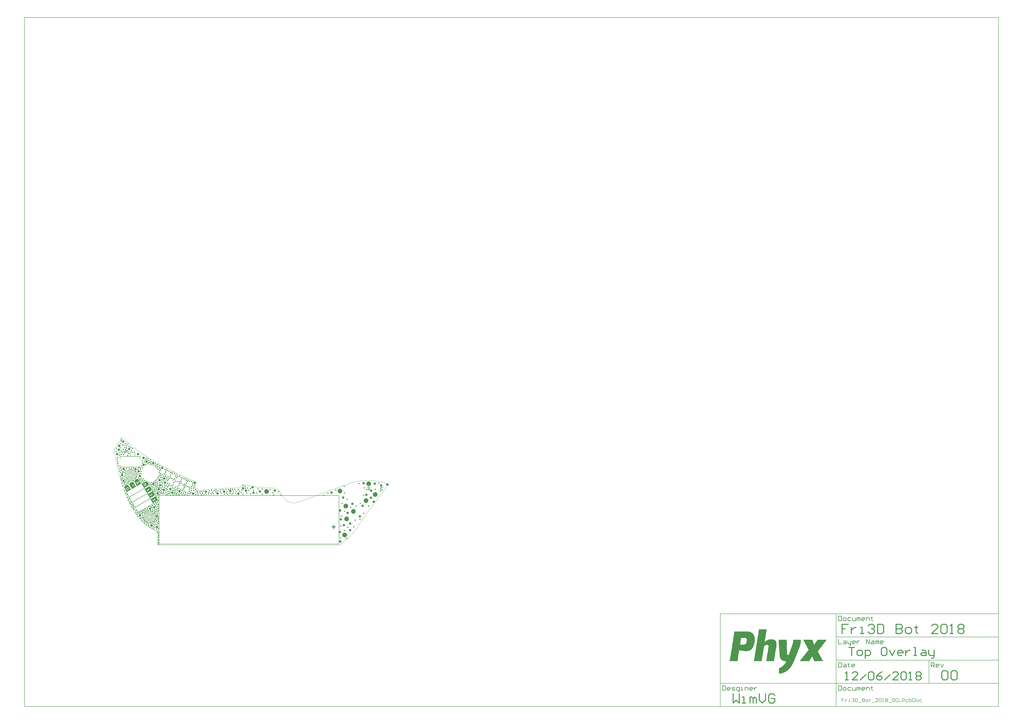
<source format=gto>
G04*
G04 #@! TF.GenerationSoftware,Altium Limited,Altium Designer,18.1.6 (161)*
G04*
G04 Layer_Color=65535*
%FSLAX25Y25*%
%MOIN*%
G70*
G01*
G75*
%ADD10C,0.00591*%
%ADD11C,0.00787*%
%ADD12C,0.01575*%
%ADD13C,0.00394*%
%ADD14C,0.00984*%
G36*
X-149738Y174456D02*
X-149461Y174180D01*
X-149311Y173818D01*
Y173622D01*
Y173426D01*
X-149461Y173064D01*
X-149738Y172788D01*
X-150100Y172638D01*
X-150491D01*
X-150853Y172788D01*
X-151130Y173064D01*
X-151279Y173426D01*
Y173622D01*
Y173818D01*
X-151130Y174180D01*
X-150853Y174456D01*
X-150491Y174606D01*
X-150100D01*
X-149738Y174456D01*
D02*
G37*
G36*
X-150722Y172193D02*
X-150445Y171916D01*
X-150295Y171554D01*
Y171358D01*
Y171162D01*
X-150445Y170801D01*
X-150722Y170524D01*
X-151084Y170374D01*
X-151475D01*
X-151837Y170524D01*
X-152114Y170801D01*
X-152264Y171162D01*
Y171358D01*
Y171554D01*
X-152114Y171916D01*
X-151837Y172193D01*
X-151475Y172343D01*
X-151084D01*
X-150722Y172193D01*
D02*
G37*
G36*
X-146523Y171748D02*
X-145969Y171194D01*
X-145669Y170470D01*
Y170079D01*
Y169687D01*
X-145969Y168964D01*
X-146523Y168410D01*
X-147246Y168110D01*
X-148029D01*
X-148753Y168410D01*
X-149307Y168964D01*
X-149606Y169687D01*
Y170079D01*
Y170470D01*
X-149307Y171194D01*
X-148753Y171748D01*
X-148029Y172047D01*
X-147246D01*
X-146523Y171748D01*
D02*
G37*
G36*
X-151017Y167567D02*
X-150740Y167290D01*
X-150591Y166928D01*
Y166732D01*
Y166536D01*
X-150740Y166175D01*
X-151017Y165898D01*
X-151379Y165748D01*
X-151771D01*
X-152132Y165898D01*
X-152409Y166175D01*
X-152559Y166536D01*
Y166732D01*
Y166928D01*
X-152409Y167290D01*
X-152132Y167567D01*
X-151771Y167717D01*
X-151379D01*
X-151017Y167567D01*
D02*
G37*
G36*
X-142454Y167271D02*
X-142177Y166995D01*
X-142028Y166633D01*
Y166437D01*
Y166241D01*
X-142177Y165879D01*
X-142454Y165603D01*
X-142816Y165453D01*
X-143208D01*
X-143569Y165603D01*
X-143846Y165879D01*
X-143996Y166241D01*
Y166437D01*
Y166633D01*
X-143846Y166995D01*
X-143569Y167271D01*
X-143208Y167421D01*
X-142816D01*
X-142454Y167271D01*
D02*
G37*
G36*
X-139108Y166484D02*
X-138831Y166207D01*
X-138681Y165845D01*
Y165650D01*
Y165454D01*
X-138831Y165092D01*
X-139108Y164815D01*
X-139470Y164665D01*
X-139861D01*
X-140223Y164815D01*
X-140500Y165092D01*
X-140650Y165454D01*
Y165650D01*
Y165845D01*
X-140500Y166207D01*
X-140223Y166484D01*
X-139861Y166634D01*
X-139470D01*
X-139108Y166484D01*
D02*
G37*
G36*
X-147966Y165303D02*
X-147689Y165026D01*
X-147539Y164664D01*
Y164469D01*
Y164273D01*
X-147689Y163911D01*
X-147966Y163634D01*
X-148328Y163484D01*
X-148719D01*
X-149081Y163634D01*
X-149358Y163911D01*
X-149508Y164273D01*
Y164469D01*
Y164664D01*
X-149358Y165026D01*
X-149081Y165303D01*
X-148719Y165453D01*
X-148328D01*
X-147966Y165303D01*
D02*
G37*
G36*
X-145309Y164811D02*
X-145032Y164534D01*
X-144882Y164172D01*
Y163976D01*
Y163781D01*
X-145032Y163419D01*
X-145309Y163142D01*
X-145670Y162992D01*
X-146062D01*
X-146424Y163142D01*
X-146701Y163419D01*
X-146850Y163781D01*
Y163976D01*
Y164172D01*
X-146701Y164534D01*
X-146424Y164811D01*
X-146062Y164961D01*
X-145670D01*
X-145309Y164811D01*
D02*
G37*
G36*
X-141372Y163728D02*
X-141095Y163451D01*
X-140945Y163090D01*
Y162894D01*
Y162698D01*
X-141095Y162336D01*
X-141372Y162059D01*
X-141733Y161909D01*
X-142125D01*
X-142487Y162059D01*
X-142763Y162336D01*
X-142913Y162698D01*
Y162894D01*
Y163090D01*
X-142763Y163451D01*
X-142487Y163728D01*
X-142125Y163878D01*
X-141733D01*
X-141372Y163728D01*
D02*
G37*
G36*
X-153216Y164661D02*
X-152662Y164107D01*
X-152362Y163384D01*
Y162992D01*
Y162601D01*
X-152662Y161877D01*
X-153216Y161323D01*
X-153939Y161024D01*
X-154722D01*
X-155446Y161323D01*
X-156000Y161877D01*
X-156299Y162601D01*
Y162992D01*
Y163384D01*
X-156000Y164107D01*
X-155446Y164661D01*
X-154722Y164961D01*
X-153939D01*
X-153216Y164661D01*
D02*
G37*
G36*
X-137238Y162449D02*
X-136961Y162172D01*
X-136811Y161810D01*
Y161614D01*
Y161418D01*
X-136961Y161057D01*
X-137238Y160780D01*
X-137600Y160630D01*
X-137991D01*
X-138353Y160780D01*
X-138630Y161057D01*
X-138779Y161418D01*
Y161614D01*
Y161810D01*
X-138630Y162172D01*
X-138353Y162449D01*
X-137991Y162598D01*
X-137600D01*
X-137238Y162449D01*
D02*
G37*
G36*
X-144029Y161169D02*
X-143752Y160892D01*
X-143602Y160530D01*
Y160335D01*
Y160139D01*
X-143752Y159777D01*
X-144029Y159500D01*
X-144391Y159350D01*
X-144782D01*
X-145144Y159500D01*
X-145421Y159777D01*
X-145571Y160139D01*
Y160335D01*
Y160530D01*
X-145421Y160892D01*
X-145144Y161169D01*
X-144782Y161319D01*
X-144391D01*
X-144029Y161169D01*
D02*
G37*
G36*
X-134088Y161071D02*
X-133811Y160794D01*
X-133661Y160432D01*
Y160236D01*
Y160040D01*
X-133811Y159679D01*
X-134088Y159402D01*
X-134450Y159252D01*
X-134842D01*
X-135203Y159402D01*
X-135480Y159679D01*
X-135630Y160040D01*
Y160236D01*
Y160432D01*
X-135480Y160794D01*
X-135203Y161071D01*
X-134842Y161221D01*
X-134450D01*
X-134088Y161071D01*
D02*
G37*
G36*
X-152100Y160480D02*
X-151823Y160203D01*
X-151673Y159841D01*
Y159646D01*
Y159450D01*
X-151823Y159088D01*
X-152100Y158811D01*
X-152462Y158661D01*
X-152853D01*
X-153215Y158811D01*
X-153492Y159088D01*
X-153642Y159450D01*
Y159646D01*
Y159841D01*
X-153492Y160203D01*
X-153215Y160480D01*
X-152853Y160630D01*
X-152462D01*
X-152100Y160480D01*
D02*
G37*
G36*
X-141175Y160283D02*
X-140898Y160006D01*
X-140748Y159645D01*
Y159449D01*
Y159253D01*
X-140898Y158891D01*
X-141175Y158614D01*
X-141536Y158465D01*
X-141928D01*
X-142290Y158614D01*
X-142567Y158891D01*
X-142717Y159253D01*
Y159449D01*
Y159645D01*
X-142567Y160006D01*
X-142290Y160283D01*
X-141928Y160433D01*
X-141536D01*
X-141175Y160283D01*
D02*
G37*
G36*
X-158694Y159791D02*
X-158418Y159514D01*
X-158268Y159152D01*
Y158957D01*
Y158761D01*
X-158418Y158399D01*
X-158694Y158122D01*
X-159056Y157972D01*
X-159448D01*
X-159810Y158122D01*
X-160086Y158399D01*
X-160236Y158761D01*
Y158957D01*
Y159152D01*
X-160086Y159514D01*
X-159810Y159791D01*
X-159448Y159941D01*
X-159056D01*
X-158694Y159791D01*
D02*
G37*
G36*
X-130840Y159201D02*
X-130563Y158924D01*
X-130413Y158562D01*
Y158366D01*
Y158170D01*
X-130563Y157809D01*
X-130840Y157532D01*
X-131202Y157382D01*
X-131593D01*
X-131955Y157532D01*
X-132232Y157809D01*
X-132382Y158170D01*
Y158366D01*
Y158562D01*
X-132232Y158924D01*
X-131955Y159201D01*
X-131593Y159350D01*
X-131202D01*
X-130840Y159201D01*
D02*
G37*
G36*
X-146982Y158019D02*
X-146705Y157743D01*
X-146555Y157381D01*
Y157185D01*
Y156989D01*
X-146705Y156628D01*
X-146982Y156351D01*
X-147344Y156201D01*
X-147735D01*
X-148097Y156351D01*
X-148374Y156628D01*
X-148524Y156989D01*
Y157185D01*
Y157381D01*
X-148374Y157743D01*
X-148097Y158019D01*
X-147735Y158169D01*
X-147344D01*
X-146982Y158019D01*
D02*
G37*
G36*
X-143242Y157921D02*
X-142965Y157644D01*
X-142815Y157282D01*
Y157087D01*
Y156891D01*
X-142965Y156529D01*
X-143242Y156252D01*
X-143603Y156102D01*
X-143995D01*
X-144357Y156252D01*
X-144634Y156529D01*
X-144783Y156891D01*
Y157087D01*
Y157282D01*
X-144634Y157644D01*
X-144357Y157921D01*
X-143995Y158071D01*
X-143603D01*
X-143242Y157921D01*
D02*
G37*
G36*
X-136286Y159149D02*
X-135733Y158595D01*
X-135433Y157872D01*
Y157480D01*
Y157089D01*
X-135733Y156365D01*
X-136286Y155812D01*
X-137010Y155512D01*
X-137793D01*
X-138517Y155812D01*
X-139070Y156365D01*
X-139370Y157089D01*
Y157480D01*
Y157872D01*
X-139070Y158595D01*
X-138517Y159149D01*
X-137793Y159449D01*
X-137010D01*
X-136286Y159149D01*
D02*
G37*
G36*
X-154003Y157968D02*
X-153449Y157414D01*
X-153150Y156691D01*
Y156299D01*
Y155908D01*
X-153449Y155184D01*
X-154003Y154630D01*
X-154727Y154331D01*
X-155510D01*
X-156233Y154630D01*
X-156787Y155184D01*
X-157087Y155908D01*
Y156299D01*
Y156691D01*
X-156787Y157414D01*
X-156233Y157968D01*
X-155510Y158268D01*
X-154727D01*
X-154003Y157968D01*
D02*
G37*
G36*
X-132907Y155854D02*
X-132630Y155577D01*
X-132480Y155216D01*
Y155020D01*
Y154824D01*
X-132630Y154462D01*
X-132907Y154185D01*
X-133269Y154035D01*
X-133660D01*
X-134022Y154185D01*
X-134299Y154462D01*
X-134449Y154824D01*
Y155020D01*
Y155216D01*
X-134299Y155577D01*
X-134022Y155854D01*
X-133660Y156004D01*
X-133269D01*
X-132907Y155854D01*
D02*
G37*
G36*
X-140289D02*
X-140012Y155577D01*
X-139862Y155216D01*
Y155020D01*
Y154824D01*
X-140012Y154462D01*
X-140289Y154185D01*
X-140651Y154035D01*
X-141042D01*
X-141404Y154185D01*
X-141681Y154462D01*
X-141831Y154824D01*
Y155020D01*
Y155216D01*
X-141681Y155577D01*
X-141404Y155854D01*
X-141042Y156004D01*
X-140651D01*
X-140289Y155854D01*
D02*
G37*
G36*
X-150328Y155756D02*
X-150051Y155479D01*
X-149902Y155117D01*
Y154921D01*
Y154726D01*
X-150051Y154364D01*
X-150328Y154087D01*
X-150690Y153937D01*
X-151082D01*
X-151443Y154087D01*
X-151720Y154364D01*
X-151870Y154726D01*
Y154921D01*
Y155117D01*
X-151720Y155479D01*
X-151443Y155756D01*
X-151082Y155905D01*
X-150690D01*
X-150328Y155756D01*
D02*
G37*
G36*
X-146982Y154771D02*
X-146705Y154495D01*
X-146555Y154133D01*
Y153937D01*
Y153741D01*
X-146705Y153379D01*
X-146982Y153103D01*
X-147344Y152953D01*
X-147735D01*
X-148097Y153103D01*
X-148374Y153379D01*
X-148524Y153741D01*
Y153937D01*
Y154133D01*
X-148374Y154495D01*
X-148097Y154771D01*
X-147735Y154921D01*
X-147344D01*
X-146982Y154771D01*
D02*
G37*
G36*
X-158990Y154476D02*
X-158713Y154199D01*
X-158563Y153838D01*
Y153642D01*
Y153446D01*
X-158713Y153084D01*
X-158990Y152807D01*
X-159352Y152657D01*
X-159743D01*
X-160105Y152807D01*
X-160382Y153084D01*
X-160531Y153446D01*
Y153642D01*
Y153838D01*
X-160382Y154199D01*
X-160105Y154476D01*
X-159743Y154626D01*
X-159352D01*
X-158990Y154476D01*
D02*
G37*
G36*
X-138813Y153492D02*
X-138536Y153215D01*
X-138386Y152853D01*
Y152657D01*
Y152462D01*
X-138536Y152100D01*
X-138813Y151823D01*
X-139174Y151673D01*
X-139566D01*
X-139928Y151823D01*
X-140205Y152100D01*
X-140354Y152462D01*
Y152657D01*
Y152853D01*
X-140205Y153215D01*
X-139928Y153492D01*
X-139566Y153642D01*
X-139174D01*
X-138813Y153492D01*
D02*
G37*
G36*
X-150722Y153098D02*
X-150445Y152821D01*
X-150295Y152460D01*
Y152264D01*
Y152068D01*
X-150445Y151706D01*
X-150722Y151429D01*
X-151084Y151279D01*
X-151475D01*
X-151837Y151429D01*
X-152114Y151706D01*
X-152264Y152068D01*
Y152264D01*
Y152460D01*
X-152114Y152821D01*
X-151837Y153098D01*
X-151475Y153248D01*
X-151084D01*
X-150722Y153098D01*
D02*
G37*
G36*
X-153773Y152705D02*
X-153496Y152428D01*
X-153347Y152066D01*
Y151870D01*
Y151674D01*
X-153496Y151312D01*
X-153773Y151036D01*
X-154135Y150886D01*
X-154526D01*
X-154888Y151036D01*
X-155165Y151312D01*
X-155315Y151674D01*
Y151870D01*
Y152066D01*
X-155165Y152428D01*
X-154888Y152705D01*
X-154526Y152854D01*
X-154135D01*
X-153773Y152705D01*
D02*
G37*
G36*
X-147769Y151523D02*
X-147492Y151247D01*
X-147343Y150885D01*
Y150689D01*
Y150493D01*
X-147492Y150131D01*
X-147769Y149855D01*
X-148131Y149705D01*
X-148523D01*
X-148884Y149855D01*
X-149161Y150131D01*
X-149311Y150493D01*
Y150689D01*
Y150885D01*
X-149161Y151247D01*
X-148884Y151523D01*
X-148523Y151673D01*
X-148131D01*
X-147769Y151523D01*
D02*
G37*
G36*
X-143403Y154874D02*
X-143346D01*
X-143275Y154864D01*
X-143199Y154860D01*
X-143114Y154850D01*
X-143020Y154836D01*
X-142925Y154822D01*
X-142726Y154779D01*
X-142622Y154756D01*
X-142523Y154722D01*
X-142419Y154689D01*
X-142324Y154647D01*
X-142320Y154642D01*
X-142301Y154637D01*
X-142277Y154623D01*
X-142239Y154604D01*
X-142197Y154581D01*
X-142149Y154552D01*
X-142097Y154519D01*
X-142036Y154481D01*
X-141974Y154439D01*
X-141913Y154387D01*
X-141847Y154335D01*
X-141780Y154278D01*
X-141719Y154212D01*
X-141657Y154145D01*
X-141596Y154070D01*
X-141544Y153994D01*
X-141539Y153989D01*
X-141530Y153975D01*
X-141520Y153952D01*
X-141501Y153918D01*
X-141482Y153881D01*
X-141459Y153829D01*
X-141430Y153777D01*
X-141407Y153710D01*
X-141383Y153644D01*
X-141355Y153564D01*
X-141331Y153483D01*
X-141312Y153393D01*
X-141293Y153304D01*
X-141279Y153204D01*
X-141274Y153105D01*
X-141270Y152996D01*
Y152991D01*
Y152972D01*
Y152939D01*
X-141274Y152901D01*
X-141279Y152849D01*
X-141284Y152793D01*
X-141293Y152726D01*
X-141303Y152655D01*
X-141317Y152580D01*
X-141336Y152499D01*
X-141359Y152419D01*
X-141383Y152334D01*
X-141416Y152249D01*
X-141454Y152164D01*
X-141497Y152078D01*
X-141544Y151998D01*
X-141549Y151993D01*
X-141558Y151979D01*
X-141572Y151955D01*
X-141596Y151927D01*
X-141624Y151894D01*
X-141657Y151851D01*
X-141700Y151804D01*
X-141743Y151757D01*
X-141795Y151705D01*
X-141856Y151653D01*
X-141918Y151596D01*
X-141988Y151544D01*
X-142064Y151492D01*
X-142145Y151440D01*
X-142230Y151388D01*
X-142324Y151345D01*
X-142329D01*
X-142348Y151336D01*
X-142376Y151326D01*
X-142414Y151312D01*
X-142461Y151293D01*
X-142523Y151274D01*
X-142589Y151255D01*
X-142665Y151236D01*
X-142745Y151213D01*
X-142840Y151194D01*
X-142939Y151175D01*
X-143043Y151156D01*
X-143152Y151142D01*
X-143270Y151132D01*
X-143393Y151128D01*
X-143521Y151123D01*
X-144566D01*
Y149695D01*
X-145768D01*
Y154879D01*
X-143455D01*
X-143403Y154874D01*
D02*
G37*
G36*
X-137927Y150736D02*
X-137650Y150459D01*
X-137500Y150097D01*
Y149902D01*
Y149706D01*
X-137650Y149344D01*
X-137927Y149067D01*
X-138288Y148917D01*
X-138680D01*
X-139042Y149067D01*
X-139319Y149344D01*
X-139469Y149706D01*
Y149902D01*
Y150097D01*
X-139319Y150459D01*
X-139042Y150736D01*
X-138680Y150886D01*
X-138288D01*
X-137927Y150736D01*
D02*
G37*
G36*
X-146490Y148866D02*
X-146213Y148589D01*
X-146063Y148227D01*
Y148031D01*
Y147836D01*
X-146213Y147474D01*
X-146490Y147197D01*
X-146852Y147047D01*
X-147243D01*
X-147605Y147197D01*
X-147882Y147474D01*
X-148031Y147836D01*
Y148031D01*
Y148227D01*
X-147882Y148589D01*
X-147605Y148866D01*
X-147243Y149016D01*
X-146852D01*
X-146490Y148866D01*
D02*
G37*
G36*
X-150525D02*
X-150248Y148589D01*
X-150098Y148227D01*
Y148031D01*
Y147836D01*
X-150248Y147474D01*
X-150525Y147197D01*
X-150887Y147047D01*
X-151278D01*
X-151640Y147197D01*
X-151917Y147474D01*
X-152067Y147836D01*
Y148031D01*
Y148227D01*
X-151917Y148589D01*
X-151640Y148866D01*
X-151278Y149016D01*
X-150887D01*
X-150525Y148866D01*
D02*
G37*
G36*
X-121326Y150488D02*
X-120772Y149934D01*
X-120472Y149210D01*
Y148819D01*
Y148427D01*
X-120772Y147704D01*
X-121326Y147150D01*
X-122049Y146850D01*
X-122833D01*
X-123556Y147150D01*
X-124110Y147704D01*
X-124409Y148427D01*
Y148819D01*
Y149210D01*
X-124110Y149934D01*
X-123556Y150488D01*
X-122833Y150787D01*
X-122049D01*
X-121326Y150488D01*
D02*
G37*
G36*
X-156759D02*
X-156205Y149934D01*
X-155905Y149210D01*
Y148819D01*
Y148427D01*
X-156205Y147704D01*
X-156759Y147150D01*
X-157483Y146850D01*
X-158266D01*
X-158989Y147150D01*
X-159543Y147704D01*
X-159843Y148427D01*
Y148819D01*
Y149210D01*
X-159543Y149934D01*
X-158989Y150488D01*
X-158266Y150787D01*
X-157483D01*
X-156759Y150488D01*
D02*
G37*
G36*
X-153478Y148079D02*
X-153201Y147802D01*
X-153051Y147440D01*
Y147244D01*
Y147048D01*
X-153201Y146687D01*
X-153478Y146410D01*
X-153840Y146260D01*
X-154231D01*
X-154593Y146410D01*
X-154870Y146687D01*
X-155020Y147048D01*
Y147244D01*
Y147440D01*
X-154870Y147802D01*
X-154593Y148079D01*
X-154231Y148228D01*
X-153840D01*
X-153478Y148079D01*
D02*
G37*
G36*
X-139305Y147389D02*
X-139028Y147113D01*
X-138878Y146751D01*
Y146555D01*
Y146359D01*
X-139028Y145998D01*
X-139305Y145721D01*
X-139666Y145571D01*
X-140058D01*
X-140420Y145721D01*
X-140697Y145998D01*
X-140847Y146359D01*
Y146555D01*
Y146751D01*
X-140697Y147113D01*
X-140420Y147389D01*
X-140058Y147539D01*
X-139666D01*
X-139305Y147389D01*
D02*
G37*
G36*
X-155742Y144240D02*
X-155465Y143963D01*
X-155315Y143601D01*
Y143405D01*
Y143210D01*
X-155465Y142848D01*
X-155742Y142571D01*
X-156103Y142421D01*
X-156495D01*
X-156857Y142571D01*
X-157134Y142848D01*
X-157283Y143210D01*
Y143405D01*
Y143601D01*
X-157134Y143963D01*
X-156857Y144240D01*
X-156495Y144390D01*
X-156103D01*
X-155742Y144240D01*
D02*
G37*
G36*
X-108399Y143256D02*
X-108122Y142979D01*
X-107972Y142617D01*
Y142421D01*
Y142226D01*
X-108122Y141864D01*
X-108399Y141587D01*
X-108761Y141437D01*
X-109152D01*
X-109514Y141587D01*
X-109791Y141864D01*
X-109941Y142226D01*
Y142421D01*
Y142617D01*
X-109791Y142979D01*
X-109514Y143256D01*
X-109152Y143405D01*
X-108761D01*
X-108399Y143256D01*
D02*
G37*
G36*
X-111877Y144188D02*
X-111323Y143635D01*
X-111024Y142911D01*
Y142520D01*
Y142128D01*
X-111323Y141405D01*
X-111877Y140851D01*
X-112601Y140551D01*
X-113384D01*
X-114107Y140851D01*
X-114661Y141405D01*
X-114961Y142128D01*
Y142520D01*
Y142911D01*
X-114661Y143635D01*
X-114107Y144188D01*
X-113384Y144488D01*
X-112601D01*
X-111877Y144188D01*
D02*
G37*
G36*
X-104954Y142173D02*
X-104677Y141896D01*
X-104528Y141534D01*
Y141339D01*
Y141143D01*
X-104677Y140781D01*
X-104954Y140504D01*
X-105316Y140354D01*
X-105708D01*
X-106069Y140504D01*
X-106346Y140781D01*
X-106496Y141143D01*
Y141339D01*
Y141534D01*
X-106346Y141896D01*
X-106069Y142173D01*
X-105708Y142323D01*
X-105316D01*
X-104954Y142173D01*
D02*
G37*
G36*
X-157021Y141386D02*
X-156744Y141109D01*
X-156595Y140747D01*
Y140551D01*
Y140355D01*
X-156744Y139994D01*
X-157021Y139717D01*
X-157383Y139567D01*
X-157774D01*
X-158136Y139717D01*
X-158413Y139994D01*
X-158563Y140355D01*
Y140551D01*
Y140747D01*
X-158413Y141109D01*
X-158136Y141386D01*
X-157774Y141535D01*
X-157383D01*
X-157021Y141386D01*
D02*
G37*
G36*
X-107021Y140401D02*
X-106744Y140124D01*
X-106595Y139763D01*
Y139567D01*
Y139371D01*
X-106744Y139009D01*
X-107021Y138733D01*
X-107383Y138583D01*
X-107774D01*
X-108136Y138733D01*
X-108413Y139009D01*
X-108563Y139371D01*
Y139567D01*
Y139763D01*
X-108413Y140124D01*
X-108136Y140401D01*
X-107774Y140551D01*
X-107383D01*
X-107021Y140401D01*
D02*
G37*
G36*
X-101116Y139909D02*
X-100839Y139632D01*
X-100689Y139271D01*
Y139075D01*
Y138879D01*
X-100839Y138517D01*
X-101116Y138240D01*
X-101478Y138091D01*
X-101869D01*
X-102231Y138240D01*
X-102508Y138517D01*
X-102657Y138879D01*
Y139075D01*
Y139271D01*
X-102508Y139632D01*
X-102231Y139909D01*
X-101869Y140059D01*
X-101478D01*
X-101116Y139909D01*
D02*
G37*
G36*
X-110072Y139811D02*
X-109795Y139534D01*
X-109646Y139172D01*
Y138976D01*
Y138781D01*
X-109795Y138419D01*
X-110072Y138142D01*
X-110434Y137992D01*
X-110826D01*
X-111188Y138142D01*
X-111464Y138419D01*
X-111614Y138781D01*
Y138976D01*
Y139172D01*
X-111464Y139534D01*
X-111188Y139811D01*
X-110826Y139961D01*
X-110434D01*
X-110072Y139811D01*
D02*
G37*
G36*
X-113911Y139122D02*
X-113634Y138845D01*
X-113484Y138483D01*
Y138287D01*
Y138092D01*
X-113634Y137730D01*
X-113911Y137453D01*
X-114273Y137303D01*
X-114664D01*
X-115026Y137453D01*
X-115303Y137730D01*
X-115453Y138092D01*
Y138287D01*
Y138483D01*
X-115303Y138845D01*
X-115026Y139122D01*
X-114664Y139272D01*
X-114273D01*
X-113911Y139122D01*
D02*
G37*
G36*
X-103970Y138827D02*
X-103693Y138550D01*
X-103543Y138188D01*
Y137992D01*
Y137796D01*
X-103693Y137435D01*
X-103970Y137158D01*
X-104332Y137008D01*
X-104723D01*
X-105085Y137158D01*
X-105362Y137435D01*
X-105512Y137796D01*
Y137992D01*
Y138188D01*
X-105362Y138550D01*
X-105085Y138827D01*
X-104723Y138976D01*
X-104332D01*
X-103970Y138827D01*
D02*
G37*
G36*
X-156234Y137449D02*
X-155957Y137172D01*
X-155807Y136810D01*
Y136614D01*
Y136418D01*
X-155957Y136057D01*
X-156234Y135780D01*
X-156596Y135630D01*
X-156987D01*
X-157349Y135780D01*
X-157626Y136057D01*
X-157776Y136418D01*
Y136614D01*
Y136810D01*
X-157626Y137172D01*
X-157349Y137449D01*
X-156987Y137598D01*
X-156596D01*
X-156234Y137449D01*
D02*
G37*
G36*
X-99738Y137153D02*
X-99461Y136876D01*
X-99311Y136515D01*
Y136319D01*
Y136123D01*
X-99461Y135761D01*
X-99738Y135485D01*
X-100100Y135335D01*
X-100491D01*
X-100853Y135485D01*
X-101130Y135761D01*
X-101279Y136123D01*
Y136319D01*
Y136515D01*
X-101130Y136876D01*
X-100853Y137153D01*
X-100491Y137303D01*
X-100100D01*
X-99738Y137153D01*
D02*
G37*
G36*
X-111057Y136366D02*
X-110780Y136089D01*
X-110630Y135727D01*
Y135531D01*
Y135336D01*
X-110780Y134974D01*
X-111057Y134697D01*
X-111418Y134547D01*
X-111810D01*
X-112172Y134697D01*
X-112449Y134974D01*
X-112598Y135336D01*
Y135531D01*
Y135727D01*
X-112449Y136089D01*
X-112172Y136366D01*
X-111810Y136516D01*
X-111418D01*
X-111057Y136366D01*
D02*
G37*
G36*
X-106576Y137678D02*
X-106022Y137125D01*
X-105723Y136401D01*
Y136010D01*
Y135618D01*
X-106022Y134895D01*
X-106576Y134341D01*
X-107300Y134041D01*
X-108083D01*
X-108806Y134341D01*
X-109360Y134895D01*
X-109660Y135618D01*
Y136010D01*
Y136401D01*
X-109360Y137125D01*
X-108806Y137678D01*
X-108083Y137978D01*
X-107300D01*
X-106576Y137678D01*
D02*
G37*
G36*
X-102494Y135775D02*
X-102217Y135498D01*
X-102067Y135137D01*
Y134941D01*
Y134745D01*
X-102217Y134383D01*
X-102494Y134107D01*
X-102855Y133957D01*
X-103247D01*
X-103609Y134107D01*
X-103886Y134383D01*
X-104035Y134745D01*
Y134941D01*
Y135137D01*
X-103886Y135498D01*
X-103609Y135775D01*
X-103247Y135925D01*
X-102855D01*
X-102494Y135775D01*
D02*
G37*
G36*
X-114403Y134988D02*
X-114126Y134711D01*
X-113976Y134349D01*
Y134153D01*
Y133958D01*
X-114126Y133596D01*
X-114403Y133319D01*
X-114765Y133169D01*
X-115156D01*
X-115518Y133319D01*
X-115795Y133596D01*
X-115945Y133958D01*
Y134153D01*
Y134349D01*
X-115795Y134711D01*
X-115518Y134988D01*
X-115156Y135138D01*
X-114765D01*
X-114403Y134988D01*
D02*
G37*
G36*
X-100033Y134693D02*
X-99756Y134416D01*
X-99606Y134054D01*
Y133858D01*
Y133662D01*
X-99756Y133301D01*
X-100033Y133024D01*
X-100395Y132874D01*
X-100786D01*
X-101148Y133024D01*
X-101425Y133301D01*
X-101575Y133662D01*
Y133858D01*
Y134054D01*
X-101425Y134416D01*
X-101148Y134693D01*
X-100786Y134843D01*
X-100395D01*
X-100033Y134693D01*
D02*
G37*
G36*
X-92553Y133905D02*
X-92276Y133628D01*
X-92126Y133267D01*
Y133071D01*
Y132875D01*
X-92276Y132513D01*
X-92553Y132237D01*
X-92914Y132087D01*
X-93306D01*
X-93668Y132237D01*
X-93945Y132513D01*
X-94095Y132875D01*
Y133071D01*
Y133267D01*
X-93945Y133628D01*
X-93668Y133905D01*
X-93306Y134055D01*
X-92914D01*
X-92553Y133905D01*
D02*
G37*
G36*
X-104561D02*
X-104284Y133628D01*
X-104134Y133267D01*
Y133071D01*
Y132875D01*
X-104284Y132513D01*
X-104561Y132237D01*
X-104922Y132087D01*
X-105314D01*
X-105676Y132237D01*
X-105953Y132513D01*
X-106102Y132875D01*
Y133071D01*
Y133267D01*
X-105953Y133628D01*
X-105676Y133905D01*
X-105314Y134055D01*
X-104922D01*
X-104561Y133905D01*
D02*
G37*
G36*
X-156234Y133807D02*
X-155957Y133530D01*
X-155807Y133168D01*
Y132972D01*
Y132777D01*
X-155957Y132415D01*
X-156234Y132138D01*
X-156596Y131988D01*
X-156987D01*
X-157349Y132138D01*
X-157626Y132415D01*
X-157776Y132777D01*
Y132972D01*
Y133168D01*
X-157626Y133530D01*
X-157349Y133807D01*
X-156987Y133957D01*
X-156596D01*
X-156234Y133807D01*
D02*
G37*
G36*
X-95637Y135527D02*
X-95083Y134973D01*
X-94784Y134250D01*
Y133858D01*
Y133467D01*
X-95083Y132743D01*
X-95637Y132190D01*
X-96360Y131890D01*
X-97144D01*
X-97867Y132190D01*
X-98421Y132743D01*
X-98721Y133467D01*
Y133858D01*
Y134250D01*
X-98421Y134973D01*
X-97867Y135527D01*
X-97144Y135827D01*
X-96360D01*
X-95637Y135527D01*
D02*
G37*
G36*
X-108104Y132626D02*
X-107827Y132349D01*
X-107677Y131987D01*
Y131791D01*
Y131596D01*
X-107827Y131234D01*
X-108104Y130957D01*
X-108466Y130807D01*
X-108857D01*
X-109219Y130957D01*
X-109496Y131234D01*
X-109646Y131596D01*
Y131791D01*
Y131987D01*
X-109496Y132349D01*
X-109219Y132626D01*
X-108857Y132776D01*
X-108466D01*
X-108104Y132626D01*
D02*
G37*
G36*
X-101017Y132429D02*
X-100740Y132152D01*
X-100591Y131790D01*
Y131595D01*
Y131399D01*
X-100740Y131037D01*
X-101017Y130760D01*
X-101379Y130610D01*
X-101771D01*
X-102132Y130760D01*
X-102409Y131037D01*
X-102559Y131399D01*
Y131595D01*
Y131790D01*
X-102409Y132152D01*
X-102132Y132429D01*
X-101771Y132579D01*
X-101379D01*
X-101017Y132429D01*
D02*
G37*
G36*
X-88517Y132035D02*
X-88240Y131758D01*
X-88090Y131397D01*
Y131201D01*
Y131005D01*
X-88240Y130643D01*
X-88517Y130366D01*
X-88879Y130217D01*
X-89271D01*
X-89632Y130366D01*
X-89909Y130643D01*
X-90059Y131005D01*
Y131201D01*
Y131397D01*
X-89909Y131758D01*
X-89632Y132035D01*
X-89271Y132185D01*
X-88879D01*
X-88517Y132035D01*
D02*
G37*
G36*
X-91076Y131543D02*
X-90799Y131266D01*
X-90650Y130904D01*
Y130709D01*
Y130513D01*
X-90799Y130151D01*
X-91076Y129874D01*
X-91438Y129724D01*
X-91830D01*
X-92191Y129874D01*
X-92468Y130151D01*
X-92618Y130513D01*
Y130709D01*
Y130904D01*
X-92468Y131266D01*
X-92191Y131543D01*
X-91830Y131693D01*
X-91438D01*
X-91076Y131543D01*
D02*
G37*
G36*
X-95013Y131248D02*
X-94736Y130971D01*
X-94587Y130609D01*
Y130413D01*
Y130218D01*
X-94736Y129856D01*
X-95013Y129579D01*
X-95375Y129429D01*
X-95767D01*
X-96128Y129579D01*
X-96405Y129856D01*
X-96555Y130218D01*
Y130413D01*
Y130609D01*
X-96405Y130971D01*
X-96128Y131248D01*
X-95767Y131398D01*
X-95375D01*
X-95013Y131248D01*
D02*
G37*
G36*
X-98261D02*
X-97984Y130971D01*
X-97835Y130609D01*
Y130413D01*
Y130218D01*
X-97984Y129856D01*
X-98261Y129579D01*
X-98623Y129429D01*
X-99015D01*
X-99376Y129579D01*
X-99653Y129856D01*
X-99803Y130218D01*
Y130413D01*
Y130609D01*
X-99653Y130971D01*
X-99376Y131248D01*
X-99015Y131398D01*
X-98623D01*
X-98261Y131248D01*
D02*
G37*
G36*
X-111582Y132574D02*
X-111028Y132021D01*
X-110728Y131297D01*
Y130905D01*
Y130514D01*
X-111028Y129790D01*
X-111582Y129237D01*
X-112305Y128937D01*
X-113088D01*
X-113812Y129237D01*
X-114366Y129790D01*
X-114665Y130514D01*
Y130905D01*
Y131297D01*
X-114366Y132021D01*
X-113812Y132574D01*
X-113088Y132874D01*
X-112305D01*
X-111582Y132574D01*
D02*
G37*
G36*
X-84876Y129968D02*
X-84599Y129691D01*
X-84449Y129330D01*
Y129134D01*
Y128938D01*
X-84599Y128576D01*
X-84876Y128299D01*
X-85237Y128150D01*
X-85629D01*
X-85991Y128299D01*
X-86268Y128576D01*
X-86417Y128938D01*
Y129134D01*
Y129330D01*
X-86268Y129691D01*
X-85991Y129968D01*
X-85629Y130118D01*
X-85237D01*
X-84876Y129968D01*
D02*
G37*
G36*
X-154856Y129673D02*
X-154579Y129396D01*
X-154429Y129034D01*
Y128839D01*
Y128643D01*
X-154579Y128281D01*
X-154856Y128004D01*
X-155218Y127854D01*
X-155609D01*
X-155971Y128004D01*
X-156248Y128281D01*
X-156398Y128643D01*
Y128839D01*
Y129034D01*
X-156248Y129396D01*
X-155971Y129673D01*
X-155609Y129823D01*
X-155218D01*
X-154856Y129673D01*
D02*
G37*
G36*
X-115289Y129476D02*
X-115012Y129199D01*
X-114862Y128838D01*
Y128642D01*
Y128446D01*
X-115012Y128084D01*
X-115289Y127807D01*
X-115651Y127657D01*
X-116042D01*
X-116404Y127807D01*
X-116681Y128084D01*
X-116831Y128446D01*
Y128642D01*
Y128838D01*
X-116681Y129199D01*
X-116404Y129476D01*
X-116042Y129626D01*
X-115651D01*
X-115289Y129476D01*
D02*
G37*
G36*
X-92159Y129082D02*
X-91882Y128806D01*
X-91732Y128444D01*
Y128248D01*
Y128052D01*
X-91882Y127690D01*
X-92159Y127414D01*
X-92521Y127264D01*
X-92912D01*
X-93274Y127414D01*
X-93551Y127690D01*
X-93701Y128052D01*
Y128248D01*
Y128444D01*
X-93551Y128806D01*
X-93274Y129082D01*
X-92912Y129232D01*
X-92521D01*
X-92159Y129082D01*
D02*
G37*
G36*
X-88025Y128984D02*
X-87748Y128707D01*
X-87598Y128345D01*
Y128150D01*
Y127954D01*
X-87748Y127592D01*
X-88025Y127315D01*
X-88387Y127165D01*
X-88779D01*
X-89140Y127315D01*
X-89417Y127592D01*
X-89567Y127954D01*
Y128150D01*
Y128345D01*
X-89417Y128707D01*
X-89140Y128984D01*
X-88779Y129134D01*
X-88387D01*
X-88025Y128984D01*
D02*
G37*
G36*
X-89502Y126720D02*
X-89225Y126443D01*
X-89075Y126082D01*
Y125886D01*
Y125690D01*
X-89225Y125328D01*
X-89502Y125051D01*
X-89863Y124902D01*
X-90255D01*
X-90617Y125051D01*
X-90894Y125328D01*
X-91043Y125690D01*
Y125886D01*
Y126082D01*
X-90894Y126443D01*
X-90617Y126720D01*
X-90255Y126870D01*
X-89863D01*
X-89502Y126720D01*
D02*
G37*
G36*
X-120604D02*
X-120327Y126443D01*
X-120177Y126082D01*
Y125886D01*
Y125690D01*
X-120327Y125328D01*
X-120604Y125051D01*
X-120966Y124902D01*
X-121357D01*
X-121719Y125051D01*
X-121996Y125328D01*
X-122146Y125690D01*
Y125886D01*
Y126082D01*
X-121996Y126443D01*
X-121719Y126720D01*
X-121357Y126870D01*
X-120966D01*
X-120604Y126720D01*
D02*
G37*
G36*
X-85072Y126523D02*
X-84795Y126247D01*
X-84646Y125885D01*
Y125689D01*
Y125493D01*
X-84795Y125131D01*
X-85072Y124855D01*
X-85434Y124705D01*
X-85826D01*
X-86187Y124855D01*
X-86464Y125131D01*
X-86614Y125493D01*
Y125689D01*
Y125885D01*
X-86464Y126247D01*
X-86187Y126523D01*
X-85826Y126673D01*
X-85434D01*
X-85072Y126523D01*
D02*
G37*
G36*
X-117946Y126228D02*
X-117669Y125951D01*
X-117520Y125590D01*
Y125394D01*
Y125198D01*
X-117669Y124836D01*
X-117946Y124559D01*
X-118308Y124409D01*
X-118700D01*
X-119062Y124559D01*
X-119338Y124836D01*
X-119488Y125198D01*
Y125394D01*
Y125590D01*
X-119338Y125951D01*
X-119062Y126228D01*
X-118700Y126378D01*
X-118308D01*
X-117946Y126228D01*
D02*
G37*
G36*
X-114698Y126130D02*
X-114421Y125853D01*
X-114272Y125491D01*
Y125295D01*
Y125100D01*
X-114421Y124738D01*
X-114698Y124461D01*
X-115060Y124311D01*
X-115452D01*
X-115813Y124461D01*
X-116090Y124738D01*
X-116240Y125100D01*
Y125295D01*
Y125491D01*
X-116090Y125853D01*
X-115813Y126130D01*
X-115452Y126279D01*
X-115060D01*
X-114698Y126130D01*
D02*
G37*
G36*
X-129659D02*
X-129382Y125853D01*
X-129232Y125491D01*
Y125295D01*
Y125100D01*
X-129382Y124738D01*
X-129659Y124461D01*
X-130021Y124311D01*
X-130412D01*
X-130774Y124461D01*
X-131051Y124738D01*
X-131201Y125100D01*
Y125295D01*
Y125491D01*
X-131051Y125853D01*
X-130774Y126130D01*
X-130412Y126279D01*
X-130021D01*
X-129659Y126130D01*
D02*
G37*
G36*
X-136647Y125539D02*
X-136370Y125262D01*
X-136221Y124900D01*
Y124705D01*
Y124509D01*
X-136370Y124147D01*
X-136647Y123870D01*
X-137009Y123721D01*
X-137400D01*
X-137762Y123870D01*
X-138039Y124147D01*
X-138189Y124509D01*
Y124705D01*
Y124900D01*
X-138039Y125262D01*
X-137762Y125539D01*
X-137400Y125689D01*
X-137009D01*
X-136647Y125539D01*
D02*
G37*
G36*
X-80381Y127259D02*
X-79827Y126706D01*
X-79528Y125982D01*
Y125591D01*
Y125199D01*
X-79827Y124476D01*
X-80381Y123922D01*
X-81104Y123622D01*
X-81888D01*
X-82611Y123922D01*
X-83165Y124476D01*
X-83465Y125199D01*
Y125591D01*
Y125982D01*
X-83165Y126706D01*
X-82611Y127259D01*
X-81888Y127559D01*
X-81104D01*
X-80381Y127259D01*
D02*
G37*
G36*
X-150427Y125441D02*
X-150150Y125164D01*
X-150000Y124802D01*
Y124606D01*
Y124410D01*
X-150150Y124049D01*
X-150427Y123772D01*
X-150788Y123622D01*
X-151180D01*
X-151542Y123772D01*
X-151819Y124049D01*
X-151969Y124410D01*
Y124606D01*
Y124802D01*
X-151819Y125164D01*
X-151542Y125441D01*
X-151180Y125591D01*
X-150788D01*
X-150427Y125441D01*
D02*
G37*
G36*
X-141372Y125342D02*
X-141095Y125065D01*
X-140945Y124704D01*
Y124508D01*
Y124312D01*
X-141095Y123950D01*
X-141372Y123673D01*
X-141733Y123524D01*
X-142125D01*
X-142487Y123673D01*
X-142763Y123950D01*
X-142913Y124312D01*
Y124508D01*
Y124704D01*
X-142763Y125065D01*
X-142487Y125342D01*
X-142125Y125492D01*
X-141733D01*
X-141372Y125342D01*
D02*
G37*
G36*
X-132907Y125244D02*
X-132630Y124967D01*
X-132480Y124605D01*
Y124409D01*
Y124214D01*
X-132630Y123852D01*
X-132907Y123575D01*
X-133269Y123425D01*
X-133660D01*
X-134022Y123575D01*
X-134299Y123852D01*
X-134449Y124214D01*
Y124409D01*
Y124605D01*
X-134299Y124967D01*
X-134022Y125244D01*
X-133660Y125394D01*
X-133269D01*
X-132907Y125244D01*
D02*
G37*
G36*
X-153084Y125145D02*
X-152807Y124869D01*
X-152657Y124507D01*
Y124311D01*
Y124115D01*
X-152807Y123753D01*
X-153084Y123477D01*
X-153446Y123327D01*
X-153838D01*
X-154199Y123477D01*
X-154476Y123753D01*
X-154626Y124115D01*
Y124311D01*
Y124507D01*
X-154476Y124869D01*
X-154199Y125145D01*
X-153838Y125295D01*
X-153446D01*
X-153084Y125145D01*
D02*
G37*
G36*
X-87631Y124456D02*
X-87355Y124180D01*
X-87205Y123818D01*
Y123622D01*
Y123426D01*
X-87355Y123064D01*
X-87631Y122788D01*
X-87993Y122638D01*
X-88385D01*
X-88747Y122788D01*
X-89023Y123064D01*
X-89173Y123426D01*
Y123622D01*
Y123818D01*
X-89023Y124180D01*
X-88747Y124456D01*
X-88385Y124606D01*
X-87993D01*
X-87631Y124456D01*
D02*
G37*
G36*
X-73261Y124260D02*
X-72984Y123983D01*
X-72835Y123621D01*
Y123425D01*
Y123229D01*
X-72984Y122868D01*
X-73261Y122591D01*
X-73623Y122441D01*
X-74015D01*
X-74376Y122591D01*
X-74653Y122868D01*
X-74803Y123229D01*
Y123425D01*
Y123621D01*
X-74653Y123983D01*
X-74376Y124260D01*
X-74015Y124409D01*
X-73623D01*
X-73261Y124260D01*
D02*
G37*
G36*
X-117356Y123866D02*
X-117079Y123589D01*
X-116929Y123227D01*
Y123031D01*
Y122836D01*
X-117079Y122474D01*
X-117356Y122197D01*
X-117718Y122047D01*
X-118109D01*
X-118471Y122197D01*
X-118748Y122474D01*
X-118898Y122836D01*
Y123031D01*
Y123227D01*
X-118748Y123589D01*
X-118471Y123866D01*
X-118109Y124016D01*
X-117718D01*
X-117356Y123866D01*
D02*
G37*
G36*
X-122179D02*
X-121902Y123589D01*
X-121752Y123227D01*
Y123031D01*
Y122836D01*
X-121902Y122474D01*
X-122179Y122197D01*
X-122540Y122047D01*
X-122932D01*
X-123294Y122197D01*
X-123571Y122474D01*
X-123721Y122836D01*
Y123031D01*
Y123227D01*
X-123571Y123589D01*
X-123294Y123866D01*
X-122932Y124016D01*
X-122540D01*
X-122179Y123866D01*
D02*
G37*
G36*
X-76017Y123767D02*
X-75740Y123491D01*
X-75590Y123129D01*
Y122933D01*
Y122737D01*
X-75740Y122376D01*
X-76017Y122099D01*
X-76379Y121949D01*
X-76771D01*
X-77132Y122099D01*
X-77409Y122376D01*
X-77559Y122737D01*
Y122933D01*
Y123129D01*
X-77409Y123491D01*
X-77132Y123767D01*
X-76771Y123917D01*
X-76379D01*
X-76017Y123767D01*
D02*
G37*
G36*
X-145735Y125291D02*
X-145182Y124737D01*
X-144882Y124014D01*
Y123622D01*
Y123231D01*
X-145182Y122507D01*
X-145735Y121953D01*
X-146459Y121653D01*
X-147242D01*
X-147966Y121953D01*
X-148519Y122507D01*
X-148819Y123231D01*
Y123622D01*
Y124014D01*
X-148519Y124737D01*
X-147966Y125291D01*
X-147242Y125591D01*
X-146459D01*
X-145735Y125291D01*
D02*
G37*
G36*
X-83498Y123177D02*
X-83221Y122900D01*
X-83071Y122538D01*
Y122343D01*
Y122147D01*
X-83221Y121785D01*
X-83498Y121508D01*
X-83859Y121358D01*
X-84251D01*
X-84613Y121508D01*
X-84890Y121785D01*
X-85039Y122147D01*
Y122343D01*
Y122538D01*
X-84890Y122900D01*
X-84613Y123177D01*
X-84251Y123327D01*
X-83859D01*
X-83498Y123177D01*
D02*
G37*
G36*
X-125558Y124996D02*
X-125004Y124442D01*
X-124705Y123718D01*
Y123327D01*
Y122935D01*
X-125004Y122212D01*
X-125558Y121658D01*
X-126282Y121358D01*
X-127065D01*
X-127788Y121658D01*
X-128342Y122212D01*
X-128642Y122935D01*
Y123327D01*
Y123718D01*
X-128342Y124442D01*
X-127788Y124996D01*
X-127065Y125295D01*
X-126282D01*
X-125558Y124996D01*
D02*
G37*
G36*
X-143340Y122094D02*
X-143063Y121817D01*
X-142913Y121456D01*
Y121260D01*
Y121064D01*
X-143063Y120702D01*
X-143340Y120425D01*
X-143702Y120276D01*
X-144093D01*
X-144455Y120425D01*
X-144732Y120702D01*
X-144882Y121064D01*
Y121260D01*
Y121456D01*
X-144732Y121817D01*
X-144455Y122094D01*
X-144093Y122244D01*
X-143702D01*
X-143340Y122094D01*
D02*
G37*
G36*
X-150427Y121996D02*
X-150150Y121719D01*
X-150000Y121357D01*
Y121161D01*
Y120966D01*
X-150150Y120604D01*
X-150427Y120327D01*
X-150788Y120177D01*
X-151180D01*
X-151542Y120327D01*
X-151819Y120604D01*
X-151969Y120966D01*
Y121161D01*
Y121357D01*
X-151819Y121719D01*
X-151542Y121996D01*
X-151180Y122146D01*
X-150788D01*
X-150427Y121996D01*
D02*
G37*
G36*
X-72376Y121799D02*
X-72099Y121522D01*
X-71949Y121160D01*
Y120965D01*
Y120769D01*
X-72099Y120407D01*
X-72376Y120130D01*
X-72737Y119980D01*
X-73129D01*
X-73491Y120130D01*
X-73768Y120407D01*
X-73917Y120769D01*
Y120965D01*
Y121160D01*
X-73768Y121522D01*
X-73491Y121799D01*
X-73129Y121949D01*
X-72737D01*
X-72376Y121799D01*
D02*
G37*
G36*
X-84876Y121208D02*
X-84599Y120931D01*
X-84449Y120570D01*
Y120374D01*
Y120178D01*
X-84599Y119817D01*
X-84876Y119540D01*
X-85237Y119390D01*
X-85629D01*
X-85991Y119540D01*
X-86268Y119817D01*
X-86417Y120178D01*
Y120374D01*
Y120570D01*
X-86268Y120931D01*
X-85991Y121208D01*
X-85629Y121358D01*
X-85237D01*
X-84876Y121208D01*
D02*
G37*
G36*
X-153084Y121110D02*
X-152807Y120833D01*
X-152657Y120471D01*
Y120276D01*
Y120080D01*
X-152807Y119718D01*
X-153084Y119441D01*
X-153446Y119291D01*
X-153838D01*
X-154199Y119441D01*
X-154476Y119718D01*
X-154626Y120080D01*
Y120276D01*
Y120471D01*
X-154476Y120833D01*
X-154199Y121110D01*
X-153838Y121260D01*
X-153446D01*
X-153084Y121110D01*
D02*
G37*
G36*
X-75131Y120913D02*
X-74855Y120636D01*
X-74705Y120274D01*
Y120079D01*
Y119883D01*
X-74855Y119521D01*
X-75131Y119244D01*
X-75493Y119095D01*
X-75885D01*
X-76247Y119244D01*
X-76523Y119521D01*
X-76673Y119883D01*
Y120079D01*
Y120274D01*
X-76523Y120636D01*
X-76247Y120913D01*
X-75885Y121063D01*
X-75493D01*
X-75131Y120913D01*
D02*
G37*
G36*
X-69128Y120618D02*
X-68851Y120341D01*
X-68701Y119979D01*
Y119783D01*
Y119588D01*
X-68851Y119226D01*
X-69128Y118949D01*
X-69489Y118799D01*
X-69881D01*
X-70243Y118949D01*
X-70519Y119226D01*
X-70669Y119588D01*
Y119783D01*
Y119979D01*
X-70519Y120341D01*
X-70243Y120618D01*
X-69881Y120768D01*
X-69489D01*
X-69128Y120618D01*
D02*
G37*
G36*
X-125427Y120323D02*
X-125150Y120046D01*
X-125000Y119684D01*
Y119488D01*
Y119292D01*
X-125150Y118931D01*
X-125427Y118654D01*
X-125788Y118504D01*
X-126180D01*
X-126542Y118654D01*
X-126819Y118931D01*
X-126969Y119292D01*
Y119488D01*
Y119684D01*
X-126819Y120046D01*
X-126542Y120323D01*
X-126180Y120472D01*
X-125788D01*
X-125427Y120323D01*
D02*
G37*
G36*
X-116667Y120126D02*
X-116390Y119849D01*
X-116240Y119487D01*
Y119291D01*
Y119096D01*
X-116390Y118734D01*
X-116667Y118457D01*
X-117029Y118307D01*
X-117420D01*
X-117782Y118457D01*
X-118059Y118734D01*
X-118209Y119096D01*
Y119291D01*
Y119487D01*
X-118059Y119849D01*
X-117782Y120126D01*
X-117420Y120276D01*
X-117029D01*
X-116667Y120126D01*
D02*
G37*
G36*
X-147572D02*
X-147295Y119849D01*
X-147146Y119487D01*
Y119291D01*
Y119096D01*
X-147295Y118734D01*
X-147572Y118457D01*
X-147934Y118307D01*
X-148326D01*
X-148688Y118457D01*
X-148964Y118734D01*
X-149114Y119096D01*
Y119291D01*
Y119487D01*
X-148964Y119849D01*
X-148688Y120126D01*
X-148326Y120276D01*
X-147934D01*
X-147572Y120126D01*
D02*
G37*
G36*
X-120145Y121354D02*
X-119591Y120800D01*
X-119291Y120077D01*
Y119685D01*
Y119293D01*
X-119591Y118570D01*
X-120145Y118016D01*
X-120868Y117717D01*
X-121651D01*
X-122375Y118016D01*
X-122929Y118570D01*
X-123228Y119293D01*
Y119685D01*
Y120077D01*
X-122929Y120800D01*
X-122375Y121354D01*
X-121651Y121653D01*
X-120868D01*
X-120145Y121354D01*
D02*
G37*
G36*
X-63911Y119043D02*
X-63634Y118766D01*
X-63484Y118404D01*
Y118209D01*
Y118013D01*
X-63634Y117651D01*
X-63911Y117374D01*
X-64273Y117224D01*
X-64664D01*
X-65026Y117374D01*
X-65303Y117651D01*
X-65453Y118013D01*
Y118209D01*
Y118404D01*
X-65303Y118766D01*
X-65026Y119043D01*
X-64664Y119193D01*
X-64273D01*
X-63911Y119043D01*
D02*
G37*
G36*
X-145407Y118846D02*
X-145130Y118569D01*
X-144980Y118208D01*
Y118012D01*
Y117816D01*
X-145130Y117454D01*
X-145407Y117177D01*
X-145769Y117028D01*
X-146160D01*
X-146522Y117177D01*
X-146799Y117454D01*
X-146949Y117816D01*
Y118012D01*
Y118208D01*
X-146799Y118569D01*
X-146522Y118846D01*
X-146160Y118996D01*
X-145769D01*
X-145407Y118846D01*
D02*
G37*
G36*
X-66470Y118354D02*
X-66193Y118077D01*
X-66043Y117716D01*
Y117520D01*
Y117324D01*
X-66193Y116962D01*
X-66470Y116685D01*
X-66832Y116535D01*
X-67223D01*
X-67585Y116685D01*
X-67862Y116962D01*
X-68012Y117324D01*
Y117520D01*
Y117716D01*
X-67862Y118077D01*
X-67585Y118354D01*
X-67223Y118504D01*
X-66832D01*
X-66470Y118354D01*
D02*
G37*
G36*
X-85958D02*
X-85681Y118077D01*
X-85532Y117716D01*
Y117520D01*
Y117324D01*
X-85681Y116962D01*
X-85958Y116685D01*
X-86320Y116535D01*
X-86712D01*
X-87073Y116685D01*
X-87350Y116962D01*
X-87500Y117324D01*
Y117520D01*
Y117716D01*
X-87350Y118077D01*
X-87073Y118354D01*
X-86712Y118504D01*
X-86320D01*
X-85958Y118354D01*
D02*
G37*
G36*
X-151313D02*
X-151036Y118077D01*
X-150886Y117716D01*
Y117520D01*
Y117324D01*
X-151036Y116962D01*
X-151313Y116685D01*
X-151674Y116535D01*
X-152066D01*
X-152428Y116685D01*
X-152705Y116962D01*
X-152854Y117324D01*
Y117520D01*
Y117716D01*
X-152705Y118077D01*
X-152428Y118354D01*
X-152066Y118504D01*
X-151674D01*
X-151313Y118354D01*
D02*
G37*
G36*
X-74836Y118256D02*
X-74559Y117979D01*
X-74410Y117617D01*
Y117421D01*
Y117226D01*
X-74559Y116864D01*
X-74836Y116587D01*
X-75198Y116437D01*
X-75590D01*
X-75951Y116587D01*
X-76228Y116864D01*
X-76378Y117226D01*
Y117421D01*
Y117617D01*
X-76228Y117979D01*
X-75951Y118256D01*
X-75590Y118405D01*
X-75198D01*
X-74836Y118256D01*
D02*
G37*
G36*
X-148458Y117665D02*
X-148181Y117388D01*
X-148031Y117026D01*
Y116831D01*
Y116635D01*
X-148181Y116273D01*
X-148458Y115996D01*
X-148820Y115847D01*
X-149212D01*
X-149573Y115996D01*
X-149850Y116273D01*
X-150000Y116635D01*
Y116831D01*
Y117026D01*
X-149850Y117388D01*
X-149573Y117665D01*
X-149212Y117815D01*
X-148820D01*
X-148458Y117665D01*
D02*
G37*
G36*
X-123261Y117567D02*
X-122985Y117290D01*
X-122835Y116928D01*
Y116732D01*
Y116536D01*
X-122985Y116175D01*
X-123261Y115898D01*
X-123623Y115748D01*
X-124015D01*
X-124376Y115898D01*
X-124653Y116175D01*
X-124803Y116536D01*
Y116732D01*
Y116928D01*
X-124653Y117290D01*
X-124376Y117567D01*
X-124015Y117717D01*
X-123623D01*
X-123261Y117567D01*
D02*
G37*
G36*
X-60466Y116878D02*
X-60189Y116601D01*
X-60039Y116239D01*
Y116043D01*
Y115848D01*
X-60189Y115486D01*
X-60466Y115209D01*
X-60828Y115059D01*
X-61219D01*
X-61581Y115209D01*
X-61858Y115486D01*
X-62008Y115848D01*
Y116043D01*
Y116239D01*
X-61858Y116601D01*
X-61581Y116878D01*
X-61219Y117028D01*
X-60828D01*
X-60466Y116878D01*
D02*
G37*
G36*
X-83793Y116779D02*
X-83516Y116502D01*
X-83366Y116141D01*
Y115945D01*
Y115749D01*
X-83516Y115387D01*
X-83793Y115111D01*
X-84155Y114961D01*
X-84546D01*
X-84908Y115111D01*
X-85185Y115387D01*
X-85335Y115749D01*
Y115945D01*
Y116141D01*
X-85185Y116502D01*
X-84908Y116779D01*
X-84546Y116929D01*
X-84155D01*
X-83793Y116779D01*
D02*
G37*
G36*
X-63911Y116484D02*
X-63634Y116207D01*
X-63484Y115845D01*
Y115650D01*
Y115454D01*
X-63634Y115092D01*
X-63911Y114815D01*
X-64273Y114665D01*
X-64664D01*
X-65026Y114815D01*
X-65303Y115092D01*
X-65453Y115454D01*
Y115650D01*
Y115845D01*
X-65303Y116207D01*
X-65026Y116484D01*
X-64664Y116634D01*
X-64273D01*
X-63911Y116484D01*
D02*
G37*
G36*
X-116864Y116287D02*
X-116587Y116010D01*
X-116437Y115648D01*
Y115453D01*
Y115257D01*
X-116587Y114895D01*
X-116864Y114618D01*
X-117226Y114469D01*
X-117617D01*
X-117979Y114618D01*
X-118256Y114895D01*
X-118405Y115257D01*
Y115453D01*
Y115648D01*
X-118256Y116010D01*
X-117979Y116287D01*
X-117617Y116437D01*
X-117226D01*
X-116864Y116287D01*
D02*
G37*
G36*
X-119521Y116189D02*
X-119244Y115912D01*
X-119095Y115550D01*
Y115354D01*
Y115158D01*
X-119244Y114797D01*
X-119521Y114520D01*
X-119883Y114370D01*
X-120274D01*
X-120636Y114520D01*
X-120913Y114797D01*
X-121063Y115158D01*
Y115354D01*
Y115550D01*
X-120913Y115912D01*
X-120636Y116189D01*
X-120274Y116339D01*
X-119883D01*
X-119521Y116189D01*
D02*
G37*
G36*
X-76509Y115992D02*
X-76232Y115715D01*
X-76083Y115353D01*
Y115157D01*
Y114962D01*
X-76232Y114600D01*
X-76509Y114323D01*
X-76871Y114173D01*
X-77263D01*
X-77624Y114323D01*
X-77901Y114600D01*
X-78051Y114962D01*
Y115157D01*
Y115353D01*
X-77901Y115715D01*
X-77624Y115992D01*
X-77263Y116142D01*
X-76871D01*
X-76509Y115992D01*
D02*
G37*
G36*
X-57316Y115401D02*
X-57040Y115124D01*
X-56890Y114763D01*
Y114567D01*
Y114371D01*
X-57040Y114009D01*
X-57316Y113733D01*
X-57678Y113583D01*
X-58070D01*
X-58432Y113733D01*
X-58708Y114009D01*
X-58858Y114371D01*
Y114567D01*
Y114763D01*
X-58708Y115124D01*
X-58432Y115401D01*
X-58070Y115551D01*
X-57678D01*
X-57316Y115401D01*
D02*
G37*
G36*
X-80643Y115205D02*
X-80366Y114928D01*
X-80216Y114566D01*
Y114370D01*
Y114174D01*
X-80366Y113812D01*
X-80643Y113536D01*
X-81005Y113386D01*
X-81397D01*
X-81758Y113536D01*
X-82035Y113812D01*
X-82185Y114174D01*
Y114370D01*
Y114566D01*
X-82035Y114928D01*
X-81758Y115205D01*
X-81397Y115354D01*
X-81005D01*
X-80643Y115205D01*
D02*
G37*
G36*
X-122671Y114811D02*
X-122394Y114534D01*
X-122244Y114172D01*
Y113976D01*
Y113781D01*
X-122394Y113419D01*
X-122671Y113142D01*
X-123033Y112992D01*
X-123424D01*
X-123786Y113142D01*
X-124063Y113419D01*
X-124213Y113781D01*
Y113976D01*
Y114172D01*
X-124063Y114534D01*
X-123786Y114811D01*
X-123424Y114961D01*
X-123033D01*
X-122671Y114811D01*
D02*
G37*
G36*
X-66667Y114417D02*
X-66390Y114140D01*
X-66240Y113778D01*
Y113583D01*
Y113387D01*
X-66390Y113025D01*
X-66667Y112748D01*
X-67029Y112598D01*
X-67420D01*
X-67782Y112748D01*
X-68059Y113025D01*
X-68209Y113387D01*
Y113583D01*
Y113778D01*
X-68059Y114140D01*
X-67782Y114417D01*
X-67420Y114567D01*
X-67029D01*
X-66667Y114417D01*
D02*
G37*
G36*
X-85958Y113827D02*
X-85681Y113550D01*
X-85532Y113188D01*
Y112992D01*
Y112796D01*
X-85681Y112435D01*
X-85958Y112158D01*
X-86320Y112008D01*
X-86712D01*
X-87073Y112158D01*
X-87350Y112435D01*
X-87500Y112796D01*
Y112992D01*
Y113188D01*
X-87350Y113550D01*
X-87073Y113827D01*
X-86712Y113976D01*
X-86320D01*
X-85958Y113827D01*
D02*
G37*
G36*
X-83301Y113728D02*
X-83024Y113451D01*
X-82874Y113090D01*
Y112894D01*
Y112698D01*
X-83024Y112336D01*
X-83301Y112059D01*
X-83662Y111909D01*
X-84054D01*
X-84416Y112059D01*
X-84693Y112336D01*
X-84842Y112698D01*
Y112894D01*
Y113090D01*
X-84693Y113451D01*
X-84416Y113728D01*
X-84054Y113878D01*
X-83662D01*
X-83301Y113728D01*
D02*
G37*
G36*
X-148393Y115055D02*
X-147839Y114501D01*
X-147539Y113777D01*
Y113386D01*
Y112994D01*
X-147839Y112271D01*
X-148393Y111717D01*
X-149116Y111417D01*
X-149899D01*
X-150623Y111717D01*
X-151177Y112271D01*
X-151476Y112994D01*
Y113386D01*
Y113777D01*
X-151177Y114501D01*
X-150623Y115055D01*
X-149899Y115354D01*
X-149116D01*
X-148393Y115055D01*
D02*
G37*
G36*
X-51214Y112645D02*
X-50937Y112369D01*
X-50787Y112007D01*
Y111811D01*
Y111615D01*
X-50937Y111253D01*
X-51214Y110977D01*
X-51576Y110827D01*
X-51967D01*
X-52329Y110977D01*
X-52606Y111253D01*
X-52756Y111615D01*
Y111811D01*
Y112007D01*
X-52606Y112369D01*
X-52329Y112645D01*
X-51967Y112795D01*
X-51576D01*
X-51214Y112645D01*
D02*
G37*
G36*
X-54462D02*
X-54185Y112369D01*
X-54035Y112007D01*
Y111811D01*
Y111615D01*
X-54185Y111253D01*
X-54462Y110977D01*
X-54824Y110827D01*
X-55216D01*
X-55577Y110977D01*
X-55854Y111253D01*
X-56004Y111615D01*
Y111811D01*
Y112007D01*
X-55854Y112369D01*
X-55577Y112645D01*
X-55216Y112795D01*
X-54824D01*
X-54462Y112645D01*
D02*
G37*
G36*
X-75131D02*
X-74855Y112369D01*
X-74705Y112007D01*
Y111811D01*
Y111615D01*
X-74855Y111253D01*
X-75131Y110977D01*
X-75493Y110827D01*
X-75885D01*
X-76247Y110977D01*
X-76523Y111253D01*
X-76673Y111615D01*
Y111811D01*
Y112007D01*
X-76523Y112369D01*
X-76247Y112645D01*
X-75885Y112795D01*
X-75493D01*
X-75131Y112645D01*
D02*
G37*
G36*
X-78773D02*
X-78496Y112369D01*
X-78347Y112007D01*
Y111811D01*
Y111615D01*
X-78496Y111253D01*
X-78773Y110977D01*
X-79135Y110827D01*
X-79527D01*
X-79888Y110977D01*
X-80165Y111253D01*
X-80315Y111615D01*
Y111811D01*
Y112007D01*
X-80165Y112369D01*
X-79888Y112645D01*
X-79527Y112795D01*
X-79135D01*
X-78773Y112645D01*
D02*
G37*
G36*
X-57612Y112449D02*
X-57335Y112172D01*
X-57185Y111810D01*
Y111614D01*
Y111418D01*
X-57335Y111057D01*
X-57612Y110780D01*
X-57973Y110630D01*
X-58365D01*
X-58727Y110780D01*
X-59004Y111057D01*
X-59153Y111418D01*
Y111614D01*
Y111810D01*
X-59004Y112172D01*
X-58727Y112449D01*
X-58365Y112598D01*
X-57973D01*
X-57612Y112449D01*
D02*
G37*
G36*
X-123753Y111563D02*
X-123477Y111286D01*
X-123327Y110924D01*
Y110728D01*
Y110533D01*
X-123477Y110171D01*
X-123753Y109894D01*
X-124115Y109744D01*
X-124507D01*
X-124869Y109894D01*
X-125145Y110171D01*
X-125295Y110533D01*
Y110728D01*
Y110924D01*
X-125145Y111286D01*
X-124869Y111563D01*
X-124507Y111713D01*
X-124115D01*
X-123753Y111563D01*
D02*
G37*
G36*
X-145998D02*
X-145721Y111286D01*
X-145571Y110924D01*
Y110728D01*
Y110533D01*
X-145721Y110171D01*
X-145998Y109894D01*
X-146359Y109744D01*
X-146751D01*
X-147113Y109894D01*
X-147389Y110171D01*
X-147539Y110533D01*
Y110728D01*
Y110924D01*
X-147389Y111286D01*
X-147113Y111563D01*
X-146751Y111713D01*
X-146359D01*
X-145998Y111563D01*
D02*
G37*
G36*
X-151313D02*
X-151036Y111286D01*
X-150886Y110924D01*
Y110728D01*
Y110533D01*
X-151036Y110171D01*
X-151313Y109894D01*
X-151674Y109744D01*
X-152066D01*
X-152428Y109894D01*
X-152705Y110171D01*
X-152854Y110533D01*
Y110728D01*
Y110924D01*
X-152705Y111286D01*
X-152428Y111563D01*
X-152066Y111713D01*
X-151674D01*
X-151313Y111563D01*
D02*
G37*
G36*
X-70702Y111464D02*
X-70425Y111187D01*
X-70276Y110826D01*
Y110630D01*
Y110434D01*
X-70425Y110072D01*
X-70702Y109795D01*
X-71064Y109646D01*
X-71456D01*
X-71817Y109795D01*
X-72094Y110072D01*
X-72244Y110434D01*
Y110630D01*
Y110826D01*
X-72094Y111187D01*
X-71817Y111464D01*
X-71456Y111614D01*
X-71064D01*
X-70702Y111464D01*
D02*
G37*
G36*
X-118275Y113283D02*
X-117721Y112729D01*
X-117421Y112006D01*
Y111614D01*
Y111223D01*
X-117721Y110499D01*
X-118275Y109945D01*
X-118998Y109646D01*
X-119781D01*
X-120505Y109945D01*
X-121059Y110499D01*
X-121358Y111223D01*
Y111614D01*
Y112006D01*
X-121059Y112729D01*
X-120505Y113283D01*
X-119781Y113583D01*
X-118998D01*
X-118275Y113283D01*
D02*
G37*
G36*
X-86549Y111169D02*
X-86272Y110892D01*
X-86122Y110530D01*
Y110335D01*
Y110139D01*
X-86272Y109777D01*
X-86549Y109500D01*
X-86910Y109350D01*
X-87302D01*
X-87664Y109500D01*
X-87941Y109777D01*
X-88090Y110139D01*
Y110335D01*
Y110530D01*
X-87941Y110892D01*
X-87664Y111169D01*
X-87302Y111319D01*
X-86910D01*
X-86549Y111169D01*
D02*
G37*
G36*
X-67061Y110972D02*
X-66784Y110695D01*
X-66634Y110334D01*
Y110138D01*
Y109942D01*
X-66784Y109580D01*
X-67061Y109303D01*
X-67422Y109153D01*
X-67814D01*
X-68176Y109303D01*
X-68453Y109580D01*
X-68602Y109942D01*
Y110138D01*
Y110334D01*
X-68453Y110695D01*
X-68176Y110972D01*
X-67814Y111122D01*
X-67422D01*
X-67061Y110972D01*
D02*
G37*
G36*
X-83816Y110792D02*
X-83539Y110515D01*
X-83390Y110154D01*
Y109958D01*
Y109762D01*
X-83539Y109400D01*
X-83816Y109124D01*
X-84178Y108974D01*
X-84570D01*
X-84931Y109124D01*
X-85208Y109400D01*
X-85358Y109762D01*
Y109958D01*
Y110154D01*
X-85208Y110515D01*
X-84931Y110792D01*
X-84570Y110942D01*
X-84178D01*
X-83816Y110792D01*
D02*
G37*
G36*
X-48360Y110382D02*
X-48083Y110105D01*
X-47933Y109743D01*
Y109547D01*
Y109352D01*
X-48083Y108990D01*
X-48360Y108713D01*
X-48722Y108563D01*
X-49113D01*
X-49475Y108713D01*
X-49752Y108990D01*
X-49902Y109352D01*
Y109547D01*
Y109743D01*
X-49752Y110105D01*
X-49475Y110382D01*
X-49113Y110531D01*
X-48722D01*
X-48360Y110382D01*
D02*
G37*
G36*
X-148655D02*
X-148378Y110105D01*
X-148228Y109743D01*
Y109547D01*
Y109352D01*
X-148378Y108990D01*
X-148655Y108713D01*
X-149017Y108563D01*
X-149408D01*
X-149770Y108713D01*
X-150047Y108990D01*
X-150197Y109352D01*
Y109547D01*
Y109743D01*
X-150047Y110105D01*
X-149770Y110382D01*
X-149408Y110531D01*
X-149017D01*
X-148655Y110382D01*
D02*
G37*
G36*
X-80840Y109988D02*
X-80563Y109711D01*
X-80413Y109349D01*
Y109153D01*
Y108958D01*
X-80563Y108596D01*
X-80840Y108319D01*
X-81202Y108169D01*
X-81593D01*
X-81955Y108319D01*
X-82232Y108596D01*
X-82382Y108958D01*
Y109153D01*
Y109349D01*
X-82232Y109711D01*
X-81955Y109988D01*
X-81593Y110138D01*
X-81202D01*
X-80840Y109988D01*
D02*
G37*
G36*
X-56824Y109693D02*
X-56547Y109416D01*
X-56398Y109054D01*
Y108858D01*
Y108662D01*
X-56547Y108301D01*
X-56824Y108024D01*
X-57186Y107874D01*
X-57578D01*
X-57939Y108024D01*
X-58216Y108301D01*
X-58366Y108662D01*
Y108858D01*
Y109054D01*
X-58216Y109416D01*
X-57939Y109693D01*
X-57578Y109843D01*
X-57186D01*
X-56824Y109693D01*
D02*
G37*
G36*
X-73261Y109299D02*
X-72984Y109022D01*
X-72835Y108660D01*
Y108465D01*
Y108269D01*
X-72984Y107907D01*
X-73261Y107630D01*
X-73623Y107480D01*
X-74015D01*
X-74376Y107630D01*
X-74653Y107907D01*
X-74803Y108269D01*
Y108465D01*
Y108660D01*
X-74653Y109022D01*
X-74376Y109299D01*
X-74015Y109449D01*
X-73623D01*
X-73261Y109299D01*
D02*
G37*
G36*
X-45998Y109201D02*
X-45721Y108924D01*
X-45571Y108562D01*
Y108366D01*
Y108170D01*
X-45721Y107809D01*
X-45998Y107532D01*
X-46359Y107382D01*
X-46751D01*
X-47113Y107532D01*
X-47390Y107809D01*
X-47539Y108170D01*
Y108366D01*
Y108562D01*
X-47390Y108924D01*
X-47113Y109201D01*
X-46751Y109350D01*
X-46359D01*
X-45998Y109201D01*
D02*
G37*
G36*
X-121096D02*
X-120819Y108924D01*
X-120669Y108562D01*
Y108366D01*
Y108170D01*
X-120819Y107809D01*
X-121096Y107532D01*
X-121458Y107382D01*
X-121849D01*
X-122211Y107532D01*
X-122488Y107809D01*
X-122638Y108170D01*
Y108366D01*
Y108562D01*
X-122488Y108924D01*
X-122211Y109201D01*
X-121849Y109350D01*
X-121458D01*
X-121096Y109201D01*
D02*
G37*
G36*
X-87927Y109004D02*
X-87650Y108727D01*
X-87500Y108365D01*
Y108169D01*
Y107974D01*
X-87650Y107612D01*
X-87927Y107335D01*
X-88288Y107185D01*
X-88680D01*
X-89042Y107335D01*
X-89319Y107612D01*
X-89468Y107974D01*
Y108169D01*
Y108365D01*
X-89319Y108727D01*
X-89042Y109004D01*
X-88680Y109153D01*
X-88288D01*
X-87927Y109004D01*
D02*
G37*
G36*
X-116470Y108807D02*
X-116193Y108530D01*
X-116043Y108168D01*
Y107972D01*
Y107777D01*
X-116193Y107415D01*
X-116470Y107138D01*
X-116832Y106988D01*
X-117223D01*
X-117585Y107138D01*
X-117862Y107415D01*
X-118012Y107777D01*
Y107972D01*
Y108168D01*
X-117862Y108530D01*
X-117585Y108807D01*
X-117223Y108957D01*
X-116832D01*
X-116470Y108807D01*
D02*
G37*
G36*
X-64305Y108413D02*
X-64028Y108136D01*
X-63878Y107774D01*
Y107579D01*
Y107383D01*
X-64028Y107021D01*
X-64305Y106744D01*
X-64666Y106595D01*
X-65058D01*
X-65420Y106744D01*
X-65697Y107021D01*
X-65847Y107383D01*
Y107579D01*
Y107774D01*
X-65697Y108136D01*
X-65420Y108413D01*
X-65058Y108563D01*
X-64666D01*
X-64305Y108413D01*
D02*
G37*
G36*
X-67848Y108216D02*
X-67571Y107939D01*
X-67421Y107578D01*
Y107382D01*
Y107186D01*
X-67571Y106824D01*
X-67848Y106547D01*
X-68210Y106398D01*
X-68601D01*
X-68963Y106547D01*
X-69240Y106824D01*
X-69390Y107186D01*
Y107382D01*
Y107578D01*
X-69240Y107939D01*
X-68963Y108216D01*
X-68601Y108366D01*
X-68210D01*
X-67848Y108216D01*
D02*
G37*
G36*
X-40683Y108118D02*
X-40406Y107841D01*
X-40256Y107479D01*
Y107283D01*
Y107088D01*
X-40406Y106726D01*
X-40683Y106449D01*
X-41044Y106299D01*
X-41436D01*
X-41798Y106449D01*
X-42075Y106726D01*
X-42224Y107088D01*
Y107283D01*
Y107479D01*
X-42075Y107841D01*
X-41798Y108118D01*
X-41436Y108268D01*
X-41044D01*
X-40683Y108118D01*
D02*
G37*
G36*
X-125427D02*
X-125150Y107841D01*
X-125000Y107479D01*
Y107283D01*
Y107088D01*
X-125150Y106726D01*
X-125427Y106449D01*
X-125788Y106299D01*
X-126180D01*
X-126542Y106449D01*
X-126819Y106726D01*
X-126969Y107088D01*
Y107283D01*
Y107479D01*
X-126819Y107841D01*
X-126542Y108118D01*
X-126180Y108268D01*
X-125788D01*
X-125427Y108118D01*
D02*
G37*
G36*
X-43537Y107921D02*
X-43260Y107644D01*
X-43110Y107282D01*
Y107087D01*
Y106891D01*
X-43260Y106529D01*
X-43537Y106252D01*
X-43899Y106102D01*
X-44290D01*
X-44652Y106252D01*
X-44929Y106529D01*
X-45079Y106891D01*
Y107087D01*
Y107282D01*
X-44929Y107644D01*
X-44652Y107921D01*
X-44290Y108071D01*
X-43899D01*
X-43537Y107921D01*
D02*
G37*
G36*
X-150427D02*
X-150150Y107644D01*
X-150000Y107282D01*
Y107087D01*
Y106891D01*
X-150150Y106529D01*
X-150427Y106252D01*
X-150788Y106102D01*
X-151180D01*
X-151542Y106252D01*
X-151819Y106529D01*
X-151969Y106891D01*
Y107087D01*
Y107282D01*
X-151819Y107644D01*
X-151542Y107921D01*
X-151180Y108071D01*
X-150788D01*
X-150427Y107921D01*
D02*
G37*
G36*
X-147572Y107823D02*
X-147295Y107546D01*
X-147146Y107184D01*
Y106988D01*
Y106792D01*
X-147295Y106431D01*
X-147572Y106154D01*
X-147934Y106004D01*
X-148326D01*
X-148688Y106154D01*
X-148964Y106431D01*
X-149114Y106792D01*
Y106988D01*
Y107184D01*
X-148964Y107546D01*
X-148688Y107823D01*
X-148326Y107972D01*
X-147934D01*
X-147572Y107823D01*
D02*
G37*
G36*
X-59383Y107626D02*
X-59106Y107349D01*
X-58957Y106987D01*
Y106791D01*
Y106596D01*
X-59106Y106234D01*
X-59383Y105957D01*
X-59745Y105807D01*
X-60137D01*
X-60498Y105957D01*
X-60775Y106234D01*
X-60925Y106596D01*
Y106791D01*
Y106987D01*
X-60775Y107349D01*
X-60498Y107626D01*
X-60137Y107776D01*
X-59745D01*
X-59383Y107626D01*
D02*
G37*
G36*
X-113222D02*
X-112945Y107349D01*
X-112795Y106987D01*
Y106791D01*
Y106596D01*
X-112945Y106234D01*
X-113222Y105957D01*
X-113584Y105807D01*
X-113975D01*
X-114337Y105957D01*
X-114614Y106234D01*
X-114764Y106596D01*
Y106791D01*
Y106987D01*
X-114614Y107349D01*
X-114337Y107626D01*
X-113975Y107776D01*
X-113584D01*
X-113222Y107626D01*
D02*
G37*
G36*
X-144620Y107527D02*
X-144343Y107250D01*
X-144193Y106889D01*
Y106693D01*
Y106497D01*
X-144343Y106135D01*
X-144620Y105859D01*
X-144981Y105709D01*
X-145373D01*
X-145735Y105859D01*
X-146012Y106135D01*
X-146161Y106497D01*
Y106693D01*
Y106889D01*
X-146012Y107250D01*
X-145735Y107527D01*
X-145373Y107677D01*
X-144981D01*
X-144620Y107527D01*
D02*
G37*
G36*
X-70604Y107429D02*
X-70327Y107152D01*
X-70177Y106790D01*
Y106595D01*
Y106399D01*
X-70327Y106037D01*
X-70604Y105760D01*
X-70966Y105610D01*
X-71357D01*
X-71719Y105760D01*
X-71996Y106037D01*
X-72146Y106399D01*
Y106595D01*
Y106790D01*
X-71996Y107152D01*
X-71719Y107429D01*
X-71357Y107579D01*
X-70966D01*
X-70604Y107429D01*
D02*
G37*
G36*
X-76838Y109149D02*
X-76284Y108595D01*
X-75984Y107872D01*
Y107480D01*
Y107089D01*
X-76284Y106365D01*
X-76838Y105812D01*
X-77561Y105512D01*
X-78344D01*
X-79068Y105812D01*
X-79622Y106365D01*
X-79921Y107089D01*
Y107480D01*
Y107872D01*
X-79622Y108595D01*
X-79068Y109149D01*
X-78344Y109449D01*
X-77561D01*
X-76838Y109149D01*
D02*
G37*
G36*
X-119029Y107134D02*
X-118752Y106857D01*
X-118602Y106495D01*
Y106299D01*
Y106103D01*
X-118752Y105742D01*
X-119029Y105465D01*
X-119391Y105315D01*
X-119782D01*
X-120144Y105465D01*
X-120421Y105742D01*
X-120571Y106103D01*
Y106299D01*
Y106495D01*
X-120421Y106857D01*
X-120144Y107134D01*
X-119782Y107283D01*
X-119391D01*
X-119029Y107134D01*
D02*
G37*
G36*
X-48163Y106838D02*
X-47886Y106562D01*
X-47736Y106200D01*
Y106004D01*
Y105808D01*
X-47886Y105446D01*
X-48163Y105169D01*
X-48525Y105020D01*
X-48916D01*
X-49278Y105169D01*
X-49555Y105446D01*
X-49705Y105808D01*
Y106004D01*
Y106200D01*
X-49555Y106562D01*
X-49278Y106838D01*
X-48916Y106988D01*
X-48525D01*
X-48163Y106838D01*
D02*
G37*
G36*
X-89797Y106248D02*
X-89520Y105971D01*
X-89370Y105609D01*
Y105413D01*
Y105218D01*
X-89520Y104856D01*
X-89797Y104579D01*
X-90159Y104429D01*
X-90550D01*
X-90912Y104579D01*
X-91189Y104856D01*
X-91339Y105218D01*
Y105413D01*
Y105609D01*
X-91189Y105971D01*
X-90912Y106248D01*
X-90550Y106398D01*
X-90159D01*
X-89797Y106248D01*
D02*
G37*
G36*
X-61942Y105953D02*
X-61666Y105676D01*
X-61516Y105314D01*
Y105118D01*
Y104922D01*
X-61666Y104561D01*
X-61942Y104284D01*
X-62304Y104134D01*
X-62696D01*
X-63058Y104284D01*
X-63334Y104561D01*
X-63484Y104922D01*
Y105118D01*
Y105314D01*
X-63334Y105676D01*
X-63058Y105953D01*
X-62696Y106102D01*
X-62304D01*
X-61942Y105953D01*
D02*
G37*
G36*
X-81135D02*
X-80858Y105676D01*
X-80709Y105314D01*
Y105118D01*
Y104922D01*
X-80858Y104561D01*
X-81135Y104284D01*
X-81497Y104134D01*
X-81889D01*
X-82250Y104284D01*
X-82527Y104561D01*
X-82677Y104922D01*
Y105118D01*
Y105314D01*
X-82527Y105676D01*
X-82250Y105953D01*
X-81889Y106102D01*
X-81497D01*
X-81135Y105953D01*
D02*
G37*
G36*
X-73852Y105854D02*
X-73575Y105577D01*
X-73425Y105216D01*
Y105020D01*
Y104824D01*
X-73575Y104462D01*
X-73852Y104185D01*
X-74214Y104035D01*
X-74605D01*
X-74967Y104185D01*
X-75244Y104462D01*
X-75394Y104824D01*
Y105020D01*
Y105216D01*
X-75244Y105577D01*
X-74967Y105854D01*
X-74605Y106004D01*
X-74214D01*
X-73852Y105854D01*
D02*
G37*
G36*
X-116864Y105756D02*
X-116587Y105479D01*
X-116437Y105117D01*
Y104921D01*
Y104726D01*
X-116587Y104364D01*
X-116864Y104087D01*
X-117226Y103937D01*
X-117617D01*
X-117979Y104087D01*
X-118256Y104364D01*
X-118405Y104726D01*
Y104921D01*
Y105117D01*
X-118256Y105479D01*
X-117979Y105756D01*
X-117617Y105905D01*
X-117226D01*
X-116864Y105756D01*
D02*
G37*
G36*
X-36352Y105657D02*
X-36075Y105380D01*
X-35925Y105019D01*
Y104823D01*
Y104627D01*
X-36075Y104265D01*
X-36352Y103988D01*
X-36714Y103839D01*
X-37105D01*
X-37467Y103988D01*
X-37744Y104265D01*
X-37894Y104627D01*
Y104823D01*
Y105019D01*
X-37744Y105380D01*
X-37467Y105657D01*
X-37105Y105807D01*
X-36714D01*
X-36352Y105657D01*
D02*
G37*
G36*
X-149738D02*
X-149461Y105380D01*
X-149311Y105019D01*
Y104823D01*
Y104627D01*
X-149461Y104265D01*
X-149738Y103988D01*
X-150100Y103839D01*
X-150491D01*
X-150853Y103988D01*
X-151130Y104265D01*
X-151279Y104627D01*
Y104823D01*
Y105019D01*
X-151130Y105380D01*
X-150853Y105657D01*
X-150491Y105807D01*
X-150100D01*
X-149738Y105657D01*
D02*
G37*
G36*
X-142257Y105362D02*
X-141981Y105085D01*
X-141831Y104723D01*
Y104528D01*
Y104332D01*
X-141981Y103970D01*
X-142257Y103693D01*
X-142619Y103543D01*
X-143011D01*
X-143372Y103693D01*
X-143649Y103970D01*
X-143799Y104332D01*
Y104528D01*
Y104723D01*
X-143649Y105085D01*
X-143372Y105362D01*
X-143011Y105512D01*
X-142619D01*
X-142257Y105362D01*
D02*
G37*
G36*
X-39942Y105329D02*
X-39665Y105052D01*
X-39516Y104690D01*
Y104495D01*
Y104299D01*
X-39665Y103937D01*
X-39942Y103660D01*
X-40304Y103510D01*
X-40696D01*
X-41057Y103660D01*
X-41334Y103937D01*
X-41484Y104299D01*
Y104495D01*
Y104690D01*
X-41334Y105052D01*
X-41057Y105329D01*
X-40696Y105479D01*
X-40304D01*
X-39942Y105329D01*
D02*
G37*
G36*
X-110466Y105067D02*
X-110189Y104790D01*
X-110039Y104428D01*
Y104232D01*
Y104036D01*
X-110189Y103675D01*
X-110466Y103398D01*
X-110828Y103248D01*
X-111219D01*
X-111581Y103398D01*
X-111858Y103675D01*
X-112008Y104036D01*
Y104232D01*
Y104428D01*
X-111858Y104790D01*
X-111581Y105067D01*
X-111219Y105217D01*
X-110828D01*
X-110466Y105067D01*
D02*
G37*
G36*
X-114206Y104968D02*
X-113929Y104691D01*
X-113779Y104330D01*
Y104134D01*
Y103938D01*
X-113929Y103576D01*
X-114206Y103299D01*
X-114568Y103150D01*
X-114960D01*
X-115321Y103299D01*
X-115598Y103576D01*
X-115748Y103938D01*
Y104134D01*
Y104330D01*
X-115598Y104691D01*
X-115321Y104968D01*
X-114960Y105118D01*
X-114568D01*
X-114206Y104968D01*
D02*
G37*
G36*
X-77887Y104575D02*
X-77610Y104298D01*
X-77461Y103936D01*
Y103740D01*
Y103544D01*
X-77610Y103183D01*
X-77887Y102906D01*
X-78249Y102756D01*
X-78641D01*
X-79002Y102906D01*
X-79279Y103183D01*
X-79429Y103544D01*
Y103740D01*
Y103936D01*
X-79279Y104298D01*
X-79002Y104575D01*
X-78641Y104724D01*
X-78249D01*
X-77887Y104575D01*
D02*
G37*
G36*
X-84712Y106393D02*
X-84158Y105840D01*
X-83858Y105116D01*
Y104724D01*
Y104333D01*
X-84158Y103609D01*
X-84712Y103056D01*
X-85435Y102756D01*
X-86218D01*
X-86942Y103056D01*
X-87496Y103609D01*
X-87795Y104333D01*
Y104724D01*
Y105116D01*
X-87496Y105840D01*
X-86942Y106393D01*
X-86218Y106693D01*
X-85435D01*
X-84712Y106393D01*
D02*
G37*
G36*
X-91962Y104476D02*
X-91685Y104199D01*
X-91535Y103838D01*
Y103642D01*
Y103446D01*
X-91685Y103084D01*
X-91962Y102807D01*
X-92324Y102657D01*
X-92716D01*
X-93077Y102807D01*
X-93354Y103084D01*
X-93504Y103446D01*
Y103642D01*
Y103838D01*
X-93354Y104199D01*
X-93077Y104476D01*
X-92716Y104626D01*
X-92324D01*
X-91962Y104476D01*
D02*
G37*
G36*
X-71293Y104378D02*
X-71016Y104101D01*
X-70866Y103739D01*
Y103543D01*
Y103348D01*
X-71016Y102986D01*
X-71293Y102709D01*
X-71655Y102559D01*
X-72046D01*
X-72408Y102709D01*
X-72685Y102986D01*
X-72835Y103348D01*
Y103543D01*
Y103739D01*
X-72685Y104101D01*
X-72408Y104378D01*
X-72046Y104528D01*
X-71655D01*
X-71293Y104378D01*
D02*
G37*
G36*
X-107096Y102545D02*
X-106475Y102069D01*
X-106279Y101730D01*
X-104311Y98320D01*
Y98320D01*
X-104115Y97981D01*
X-104013Y97204D01*
X-104216Y96448D01*
X-104692Y95827D01*
X-105031Y95631D01*
D01*
X-111850Y91694D01*
X-115787Y98513D01*
X-108968Y102450D01*
X-108968Y102450D01*
X-108629Y102646D01*
X-107853Y102748D01*
X-107096Y102545D01*
D02*
G37*
G36*
X-129659Y104082D02*
X-129382Y103806D01*
X-129232Y103444D01*
Y103248D01*
Y103052D01*
X-129382Y102690D01*
X-129659Y102414D01*
X-130021Y102264D01*
X-130412D01*
X-130774Y102414D01*
X-131051Y102690D01*
X-131201Y103052D01*
Y103248D01*
Y103444D01*
X-131051Y103806D01*
X-130774Y104082D01*
X-130412Y104232D01*
X-130021D01*
X-129659Y104082D01*
D02*
G37*
G36*
X-57907Y103984D02*
X-57630Y103707D01*
X-57480Y103345D01*
Y103150D01*
Y102954D01*
X-57630Y102592D01*
X-57907Y102315D01*
X-58269Y102165D01*
X-58660D01*
X-59022Y102315D01*
X-59299Y102592D01*
X-59449Y102954D01*
Y103150D01*
Y103345D01*
X-59299Y103707D01*
X-59022Y103984D01*
X-58660Y104134D01*
X-58269D01*
X-57907Y103984D01*
D02*
G37*
G36*
X-48753Y103787D02*
X-48477Y103510D01*
X-48327Y103148D01*
Y102953D01*
Y102757D01*
X-48477Y102395D01*
X-48753Y102118D01*
X-49115Y101969D01*
X-49507D01*
X-49869Y102118D01*
X-50145Y102395D01*
X-50295Y102757D01*
Y102953D01*
Y103148D01*
X-50145Y103510D01*
X-49869Y103787D01*
X-49507Y103937D01*
X-49115D01*
X-48753Y103787D01*
D02*
G37*
G36*
X-33891Y103689D02*
X-33614Y103412D01*
X-33465Y103050D01*
Y102854D01*
Y102658D01*
X-33614Y102297D01*
X-33891Y102020D01*
X-34253Y101870D01*
X-34645D01*
X-35006Y102020D01*
X-35283Y102297D01*
X-35433Y102658D01*
Y102854D01*
Y103050D01*
X-35283Y103412D01*
X-35006Y103689D01*
X-34645Y103839D01*
X-34253D01*
X-33891Y103689D01*
D02*
G37*
G36*
X-37927Y103393D02*
X-37650Y103117D01*
X-37500Y102755D01*
Y102559D01*
Y102363D01*
X-37650Y102002D01*
X-37927Y101725D01*
X-38289Y101575D01*
X-38680D01*
X-39042Y101725D01*
X-39319Y102002D01*
X-39469Y102363D01*
Y102559D01*
Y102755D01*
X-39319Y103117D01*
X-39042Y103393D01*
X-38680Y103543D01*
X-38289D01*
X-37927Y103393D01*
D02*
G37*
G36*
X-112336D02*
X-112059Y103117D01*
X-111909Y102755D01*
Y102559D01*
Y102363D01*
X-112059Y102002D01*
X-112336Y101725D01*
X-112698Y101575D01*
X-113090D01*
X-113451Y101725D01*
X-113728Y102002D01*
X-113878Y102363D01*
Y102559D01*
Y102755D01*
X-113728Y103117D01*
X-113451Y103393D01*
X-113090Y103543D01*
X-112698D01*
X-112336Y103393D01*
D02*
G37*
G36*
X-130815Y101580D02*
X-130194Y101103D01*
X-129998Y100764D01*
D01*
X-126061Y93945D01*
X-132880Y90008D01*
X-136817Y96827D01*
D01*
D01*
X-136817Y96827D01*
D01*
X-137013Y97167D01*
X-137115Y97943D01*
X-136912Y98699D01*
X-136436Y99321D01*
X-136097Y99516D01*
X-132687Y101485D01*
X-132687Y101485D01*
X-132348Y101681D01*
X-131572Y101783D01*
X-130815Y101580D01*
D02*
G37*
G36*
X-30939Y103295D02*
X-30662Y103018D01*
X-30512Y102656D01*
Y102461D01*
Y102265D01*
X-30662Y101903D01*
X-30939Y101626D01*
X-31300Y101476D01*
X-31692D01*
X-32054Y101626D01*
X-32331Y101903D01*
X-32480Y102265D01*
Y102461D01*
Y102656D01*
X-32331Y103018D01*
X-32054Y103295D01*
X-31692Y103445D01*
X-31300D01*
X-30939Y103295D01*
D02*
G37*
G36*
X-145735Y104818D02*
X-145182Y104265D01*
X-144882Y103541D01*
Y103150D01*
Y102758D01*
X-145182Y102034D01*
X-145735Y101481D01*
X-146459Y101181D01*
X-147242D01*
X-147966Y101481D01*
X-148519Y102034D01*
X-148819Y102758D01*
Y103150D01*
Y103541D01*
X-148519Y104265D01*
X-147966Y104818D01*
X-147242Y105118D01*
X-146459D01*
X-145735Y104818D01*
D02*
G37*
G36*
X-137238Y103000D02*
X-136961Y102723D01*
X-136811Y102361D01*
Y102165D01*
Y101970D01*
X-136961Y101608D01*
X-137238Y101331D01*
X-137600Y101181D01*
X-137991D01*
X-138353Y101331D01*
X-138630Y101608D01*
X-138779Y101970D01*
Y102165D01*
Y102361D01*
X-138630Y102723D01*
X-138353Y103000D01*
X-137991Y103150D01*
X-137600D01*
X-137238Y103000D01*
D02*
G37*
G36*
X-54757Y102901D02*
X-54481Y102624D01*
X-54331Y102263D01*
Y102067D01*
Y101871D01*
X-54481Y101509D01*
X-54757Y101233D01*
X-55119Y101083D01*
X-55511D01*
X-55872Y101233D01*
X-56149Y101509D01*
X-56299Y101871D01*
Y102067D01*
Y102263D01*
X-56149Y102624D01*
X-55872Y102901D01*
X-55511Y103051D01*
X-55119D01*
X-54757Y102901D01*
D02*
G37*
G36*
X-51411Y102803D02*
X-51134Y102526D01*
X-50984Y102164D01*
Y101969D01*
Y101773D01*
X-51134Y101411D01*
X-51411Y101134D01*
X-51773Y100984D01*
X-52164D01*
X-52526Y101134D01*
X-52803Y101411D01*
X-52953Y101773D01*
Y101969D01*
Y102164D01*
X-52803Y102526D01*
X-52526Y102803D01*
X-52164Y102953D01*
X-51773D01*
X-51411Y102803D01*
D02*
G37*
G36*
X-94521D02*
X-94244Y102526D01*
X-94095Y102164D01*
Y101969D01*
Y101773D01*
X-94244Y101411D01*
X-94521Y101134D01*
X-94883Y100984D01*
X-95275D01*
X-95636Y101134D01*
X-95913Y101411D01*
X-96063Y101773D01*
Y101969D01*
Y102164D01*
X-95913Y102526D01*
X-95636Y102803D01*
X-95275Y102953D01*
X-94883D01*
X-94521Y102803D01*
D02*
G37*
G36*
X-82415Y102705D02*
X-82138Y102428D01*
X-81988Y102066D01*
Y101870D01*
Y101674D01*
X-82138Y101312D01*
X-82415Y101036D01*
X-82777Y100886D01*
X-83168D01*
X-83530Y101036D01*
X-83807Y101312D01*
X-83957Y101674D01*
Y101870D01*
Y102066D01*
X-83807Y102428D01*
X-83530Y102705D01*
X-83168Y102854D01*
X-82777D01*
X-82415Y102705D01*
D02*
G37*
G36*
X-116175Y102508D02*
X-115898Y102231D01*
X-115748Y101869D01*
Y101673D01*
Y101477D01*
X-115898Y101116D01*
X-116175Y100839D01*
X-116536Y100689D01*
X-116928D01*
X-117290Y100839D01*
X-117567Y101116D01*
X-117717Y101477D01*
Y101673D01*
Y101869D01*
X-117567Y102231D01*
X-117290Y102508D01*
X-116928Y102657D01*
X-116536D01*
X-116175Y102508D01*
D02*
G37*
G36*
X-89403Y102409D02*
X-89126Y102132D01*
X-88976Y101771D01*
Y101575D01*
Y101379D01*
X-89126Y101017D01*
X-89403Y100740D01*
X-89765Y100591D01*
X-90156D01*
X-90518Y100740D01*
X-90795Y101017D01*
X-90945Y101379D01*
Y101575D01*
Y101771D01*
X-90795Y102132D01*
X-90518Y102409D01*
X-90156Y102559D01*
X-89765D01*
X-89403Y102409D01*
D02*
G37*
G36*
X-140486D02*
X-140209Y102132D01*
X-140059Y101771D01*
Y101575D01*
Y101379D01*
X-140209Y101017D01*
X-140486Y100740D01*
X-140848Y100591D01*
X-141239D01*
X-141601Y100740D01*
X-141878Y101017D01*
X-142028Y101379D01*
Y101575D01*
Y101771D01*
X-141878Y102132D01*
X-141601Y102409D01*
X-141239Y102559D01*
X-140848D01*
X-140486Y102409D01*
D02*
G37*
G36*
X-143537Y102212D02*
X-143260Y101936D01*
X-143110Y101574D01*
Y101378D01*
Y101182D01*
X-143260Y100820D01*
X-143537Y100543D01*
X-143899Y100394D01*
X-144290D01*
X-144652Y100543D01*
X-144929Y100820D01*
X-145079Y101182D01*
Y101378D01*
Y101574D01*
X-144929Y101936D01*
X-144652Y102212D01*
X-144290Y102362D01*
X-143899D01*
X-143537Y102212D01*
D02*
G37*
G36*
X-61057Y101720D02*
X-60780Y101443D01*
X-60630Y101082D01*
Y100886D01*
Y100690D01*
X-60780Y100328D01*
X-61057Y100051D01*
X-61418Y99902D01*
X-61810D01*
X-62172Y100051D01*
X-62449Y100328D01*
X-62598Y100690D01*
Y100886D01*
Y101082D01*
X-62449Y101443D01*
X-62172Y101720D01*
X-61810Y101870D01*
X-61418D01*
X-61057Y101720D01*
D02*
G37*
G36*
X-99344Y101622D02*
X-99067Y101345D01*
X-98917Y100983D01*
Y100787D01*
Y100592D01*
X-99067Y100230D01*
X-99344Y99953D01*
X-99706Y99803D01*
X-100097D01*
X-100459Y99953D01*
X-100736Y100230D01*
X-100886Y100592D01*
Y100787D01*
Y100983D01*
X-100736Y101345D01*
X-100459Y101622D01*
X-100097Y101772D01*
X-99706D01*
X-99344Y101622D01*
D02*
G37*
G36*
X-102986Y101425D02*
X-102709Y101148D01*
X-102559Y100786D01*
Y100591D01*
Y100395D01*
X-102709Y100033D01*
X-102986Y99756D01*
X-103348Y99606D01*
X-103739D01*
X-104101Y99756D01*
X-104378Y100033D01*
X-104528Y100395D01*
Y100591D01*
Y100786D01*
X-104378Y101148D01*
X-104101Y101425D01*
X-103739Y101575D01*
X-103348D01*
X-102986Y101425D01*
D02*
G37*
G36*
X-92257Y101327D02*
X-91981Y101050D01*
X-91831Y100688D01*
Y100492D01*
Y100296D01*
X-91981Y99935D01*
X-92257Y99658D01*
X-92619Y99508D01*
X-93011D01*
X-93372Y99658D01*
X-93649Y99935D01*
X-93799Y100296D01*
Y100492D01*
Y100688D01*
X-93649Y101050D01*
X-93372Y101327D01*
X-93011Y101476D01*
X-92619D01*
X-92257Y101327D01*
D02*
G37*
G36*
X-48360Y100834D02*
X-48083Y100557D01*
X-47933Y100196D01*
Y100000D01*
Y99804D01*
X-48083Y99442D01*
X-48360Y99166D01*
X-48722Y99016D01*
X-49113D01*
X-49475Y99166D01*
X-49752Y99442D01*
X-49902Y99804D01*
Y100000D01*
Y100196D01*
X-49752Y100557D01*
X-49475Y100834D01*
X-49113Y100984D01*
X-48722D01*
X-48360Y100834D01*
D02*
G37*
G36*
X-85072D02*
X-84795Y100557D01*
X-84646Y100196D01*
Y100000D01*
Y99804D01*
X-84795Y99442D01*
X-85072Y99166D01*
X-85434Y99016D01*
X-85826D01*
X-86187Y99166D01*
X-86464Y99442D01*
X-86614Y99804D01*
Y100000D01*
Y100196D01*
X-86464Y100557D01*
X-86187Y100834D01*
X-85826Y100984D01*
X-85434D01*
X-85072Y100834D01*
D02*
G37*
G36*
X-148261D02*
X-147985Y100557D01*
X-147835Y100196D01*
Y100000D01*
Y99804D01*
X-147985Y99442D01*
X-148261Y99166D01*
X-148623Y99016D01*
X-149015D01*
X-149376Y99166D01*
X-149653Y99442D01*
X-149803Y99804D01*
Y100000D01*
Y100196D01*
X-149653Y100557D01*
X-149376Y100834D01*
X-149015Y100984D01*
X-148623D01*
X-148261Y100834D01*
D02*
G37*
G36*
X-79856Y100736D02*
X-79579Y100459D01*
X-79429Y100097D01*
Y99902D01*
Y99706D01*
X-79579Y99344D01*
X-79856Y99067D01*
X-80218Y98917D01*
X-80609D01*
X-80971Y99067D01*
X-81248Y99344D01*
X-81398Y99706D01*
Y99902D01*
Y100097D01*
X-81248Y100459D01*
X-80971Y100736D01*
X-80609Y100886D01*
X-80218D01*
X-79856Y100736D01*
D02*
G37*
G36*
X-138320D02*
X-138044Y100459D01*
X-137894Y100097D01*
Y99902D01*
Y99706D01*
X-138044Y99344D01*
X-138320Y99067D01*
X-138682Y98917D01*
X-139074D01*
X-139436Y99067D01*
X-139712Y99344D01*
X-139862Y99706D01*
Y99902D01*
Y100097D01*
X-139712Y100459D01*
X-139436Y100736D01*
X-139074Y100886D01*
X-138682D01*
X-138320Y100736D01*
D02*
G37*
G36*
X287073Y100637D02*
X287350Y100361D01*
X287500Y99999D01*
Y99803D01*
Y99607D01*
X287350Y99246D01*
X287073Y98969D01*
X286712Y98819D01*
X286320D01*
X285958Y98969D01*
X285681Y99246D01*
X285531Y99607D01*
Y99803D01*
Y99999D01*
X285681Y100361D01*
X285958Y100637D01*
X286320Y100787D01*
X286712D01*
X287073Y100637D01*
D02*
G37*
G36*
X-29167Y100441D02*
X-28890Y100164D01*
X-28740Y99802D01*
Y99606D01*
Y99410D01*
X-28890Y99049D01*
X-29167Y98772D01*
X-29529Y98622D01*
X-29920D01*
X-30282Y98772D01*
X-30559Y99049D01*
X-30709Y99410D01*
Y99606D01*
Y99802D01*
X-30559Y100164D01*
X-30282Y100441D01*
X-29920Y100591D01*
X-29529D01*
X-29167Y100441D01*
D02*
G37*
G36*
X-39698D02*
X-39421Y100164D01*
X-39272Y99802D01*
Y99606D01*
Y99410D01*
X-39421Y99049D01*
X-39698Y98772D01*
X-40060Y98622D01*
X-40452D01*
X-40813Y98772D01*
X-41090Y99049D01*
X-41240Y99410D01*
Y99606D01*
Y99802D01*
X-41090Y100164D01*
X-40813Y100441D01*
X-40452Y100591D01*
X-40060D01*
X-39698Y100441D01*
D02*
G37*
G36*
X-71490Y100244D02*
X-71213Y99967D01*
X-71063Y99605D01*
Y99410D01*
Y99214D01*
X-71213Y98852D01*
X-71490Y98575D01*
X-71851Y98425D01*
X-72243D01*
X-72605Y98575D01*
X-72882Y98852D01*
X-73032Y99214D01*
Y99410D01*
Y99605D01*
X-72882Y99967D01*
X-72605Y100244D01*
X-72243Y100394D01*
X-71851D01*
X-71490Y100244D01*
D02*
G37*
G36*
X-75263Y102062D02*
X-74709Y101509D01*
X-74410Y100785D01*
Y100394D01*
Y100002D01*
X-74709Y99279D01*
X-75263Y98725D01*
X-75986Y98425D01*
X-76770D01*
X-77493Y98725D01*
X-78047Y99279D01*
X-78347Y100002D01*
Y100394D01*
Y100785D01*
X-78047Y101509D01*
X-77493Y102062D01*
X-76770Y102362D01*
X-75986D01*
X-75263Y102062D01*
D02*
G37*
G36*
X-24968Y101964D02*
X-24414Y101410D01*
X-24114Y100687D01*
Y100295D01*
Y99904D01*
X-24414Y99180D01*
X-24968Y98627D01*
X-25691Y98327D01*
X-26474D01*
X-27198Y98627D01*
X-27751Y99180D01*
X-28051Y99904D01*
Y100295D01*
Y100687D01*
X-27751Y101410D01*
X-27198Y101964D01*
X-26474Y102264D01*
X-25691D01*
X-24968Y101964D01*
D02*
G37*
G36*
X253904Y99949D02*
X254181Y99672D01*
X254331Y99310D01*
Y99114D01*
Y98918D01*
X254181Y98557D01*
X253904Y98280D01*
X253542Y98130D01*
X253151D01*
X252789Y98280D01*
X252512Y98557D01*
X252362Y98918D01*
Y99114D01*
Y99310D01*
X252512Y99672D01*
X252789Y99949D01*
X253151Y100098D01*
X253542D01*
X253904Y99949D01*
D02*
G37*
G36*
X-51116Y99752D02*
X-50839Y99475D01*
X-50689Y99113D01*
Y98917D01*
Y98721D01*
X-50839Y98360D01*
X-51116Y98083D01*
X-51477Y97933D01*
X-51869D01*
X-52231Y98083D01*
X-52508Y98360D01*
X-52658Y98721D01*
Y98917D01*
Y99113D01*
X-52508Y99475D01*
X-52231Y99752D01*
X-51869Y99902D01*
X-51477D01*
X-51116Y99752D01*
D02*
G37*
G36*
X-145210D02*
X-144933Y99475D01*
X-144783Y99113D01*
Y98917D01*
Y98721D01*
X-144933Y98360D01*
X-145210Y98083D01*
X-145572Y97933D01*
X-145964D01*
X-146325Y98083D01*
X-146602Y98360D01*
X-146752Y98721D01*
Y98917D01*
Y99113D01*
X-146602Y99475D01*
X-146325Y99752D01*
X-145964Y99902D01*
X-145572D01*
X-145210Y99752D01*
D02*
G37*
G36*
X-88714Y99653D02*
X-88437Y99376D01*
X-88287Y99015D01*
Y98819D01*
Y98623D01*
X-88437Y98261D01*
X-88714Y97984D01*
X-89076Y97835D01*
X-89467D01*
X-89829Y97984D01*
X-90106Y98261D01*
X-90256Y98623D01*
Y98819D01*
Y99015D01*
X-90106Y99376D01*
X-89829Y99653D01*
X-89467Y99803D01*
X-89076D01*
X-88714Y99653D01*
D02*
G37*
G36*
X261647Y101177D02*
X262200Y100623D01*
X262500Y99899D01*
Y99508D01*
Y99116D01*
X262200Y98393D01*
X261647Y97839D01*
X260923Y97539D01*
X260140D01*
X259416Y97839D01*
X258863Y98393D01*
X258563Y99116D01*
Y99508D01*
Y99899D01*
X258863Y100623D01*
X259416Y101177D01*
X260140Y101476D01*
X260923D01*
X261647Y101177D01*
D02*
G37*
G36*
X-140879Y99161D02*
X-140603Y98884D01*
X-140453Y98523D01*
Y98327D01*
Y98131D01*
X-140603Y97769D01*
X-140879Y97492D01*
X-141241Y97342D01*
X-141633D01*
X-141995Y97492D01*
X-142271Y97769D01*
X-142421Y98131D01*
Y98327D01*
Y98523D01*
X-142271Y98884D01*
X-141995Y99161D01*
X-141633Y99311D01*
X-141241D01*
X-140879Y99161D01*
D02*
G37*
G36*
X280643Y100488D02*
X281196Y99934D01*
X281496Y99211D01*
Y98819D01*
Y98427D01*
X281196Y97704D01*
X280643Y97150D01*
X279919Y96850D01*
X279136D01*
X278413Y97150D01*
X277859Y97704D01*
X277559Y98427D01*
Y98819D01*
Y99211D01*
X277859Y99934D01*
X278413Y100488D01*
X279136Y100787D01*
X279919D01*
X280643Y100488D01*
D02*
G37*
G36*
X-42750Y98669D02*
X-42473Y98392D01*
X-42323Y98030D01*
Y97835D01*
Y97639D01*
X-42473Y97277D01*
X-42750Y97000D01*
X-43111Y96850D01*
X-43503D01*
X-43865Y97000D01*
X-44142Y97277D01*
X-44291Y97639D01*
Y97835D01*
Y98030D01*
X-44142Y98392D01*
X-43865Y98669D01*
X-43503Y98819D01*
X-43111D01*
X-42750Y98669D01*
D02*
G37*
G36*
X-68439D02*
X-68162Y98392D01*
X-68012Y98030D01*
Y97835D01*
Y97639D01*
X-68162Y97277D01*
X-68439Y97000D01*
X-68800Y96850D01*
X-69192D01*
X-69554Y97000D01*
X-69831Y97277D01*
X-69980Y97639D01*
Y97835D01*
Y98030D01*
X-69831Y98392D01*
X-69554Y98669D01*
X-69192Y98819D01*
X-68800D01*
X-68439Y98669D01*
D02*
G37*
G36*
X-91789Y98588D02*
X-91512Y98311D01*
X-91362Y97949D01*
Y97753D01*
Y97557D01*
X-91512Y97196D01*
X-91789Y96919D01*
X-92151Y96769D01*
X-92542D01*
X-92904Y96919D01*
X-93181Y97196D01*
X-93331Y97557D01*
Y97753D01*
Y97949D01*
X-93181Y98311D01*
X-92904Y98588D01*
X-92542Y98738D01*
X-92151D01*
X-91789Y98588D01*
D02*
G37*
G36*
X-95342Y100094D02*
X-94788Y99540D01*
X-94488Y98817D01*
Y98425D01*
Y98034D01*
X-94788Y97310D01*
X-95342Y96756D01*
X-96065Y96457D01*
X-96848D01*
X-97572Y96756D01*
X-98125Y97310D01*
X-98425Y98034D01*
Y98425D01*
Y98817D01*
X-98125Y99540D01*
X-97572Y100094D01*
X-96848Y100394D01*
X-96065D01*
X-95342Y100094D01*
D02*
G37*
G36*
X-99246Y98275D02*
X-98969Y97998D01*
X-98819Y97637D01*
Y97441D01*
Y97245D01*
X-98969Y96883D01*
X-99246Y96606D01*
X-99607Y96457D01*
X-99999D01*
X-100361Y96606D01*
X-100638Y96883D01*
X-100787Y97245D01*
Y97441D01*
Y97637D01*
X-100638Y97998D01*
X-100361Y98275D01*
X-99999Y98425D01*
X-99607D01*
X-99246Y98275D01*
D02*
G37*
G36*
X-101706D02*
X-101429Y97998D01*
X-101279Y97637D01*
Y97441D01*
Y97245D01*
X-101429Y96883D01*
X-101706Y96606D01*
X-102068Y96457D01*
X-102460D01*
X-102821Y96606D01*
X-103098Y96883D01*
X-103248Y97245D01*
Y97441D01*
Y97637D01*
X-103098Y97998D01*
X-102821Y98275D01*
X-102460Y98425D01*
X-102068D01*
X-101706Y98275D01*
D02*
G37*
G36*
X-45407Y97586D02*
X-45130Y97309D01*
X-44980Y96948D01*
Y96752D01*
Y96556D01*
X-45130Y96194D01*
X-45407Y95918D01*
X-45769Y95768D01*
X-46160D01*
X-46522Y95918D01*
X-46799Y96194D01*
X-46949Y96556D01*
Y96752D01*
Y96948D01*
X-46799Y97309D01*
X-46522Y97586D01*
X-46160Y97736D01*
X-45769D01*
X-45407Y97586D01*
D02*
G37*
G36*
X-73557D02*
X-73280Y97309D01*
X-73130Y96948D01*
Y96752D01*
Y96556D01*
X-73280Y96194D01*
X-73557Y95918D01*
X-73918Y95768D01*
X-74310D01*
X-74672Y95918D01*
X-74949Y96194D01*
X-75098Y96556D01*
Y96752D01*
Y96948D01*
X-74949Y97309D01*
X-74672Y97586D01*
X-74310Y97736D01*
X-73918D01*
X-73557Y97586D01*
D02*
G37*
G36*
X-62238Y97488D02*
X-61961Y97211D01*
X-61811Y96849D01*
Y96653D01*
Y96458D01*
X-61961Y96096D01*
X-62238Y95819D01*
X-62599Y95669D01*
X-62991D01*
X-63353Y95819D01*
X-63630Y96096D01*
X-63779Y96458D01*
Y96653D01*
Y96849D01*
X-63630Y97211D01*
X-63353Y97488D01*
X-62991Y97638D01*
X-62599D01*
X-62238Y97488D01*
D02*
G37*
G36*
X-77100D02*
X-76823Y97211D01*
X-76673Y96849D01*
Y96653D01*
Y96458D01*
X-76823Y96096D01*
X-77100Y95819D01*
X-77462Y95669D01*
X-77853D01*
X-78215Y95819D01*
X-78492Y96096D01*
X-78642Y96458D01*
Y96653D01*
Y96849D01*
X-78492Y97211D01*
X-78215Y97488D01*
X-77853Y97638D01*
X-77462D01*
X-77100Y97488D01*
D02*
G37*
G36*
X-143537D02*
X-143260Y97211D01*
X-143110Y96849D01*
Y96653D01*
Y96458D01*
X-143260Y96096D01*
X-143537Y95819D01*
X-143899Y95669D01*
X-144290D01*
X-144652Y95819D01*
X-144929Y96096D01*
X-145079Y96458D01*
Y96653D01*
Y96849D01*
X-144929Y97211D01*
X-144652Y97488D01*
X-144290Y97638D01*
X-143899D01*
X-143537Y97488D01*
D02*
G37*
G36*
X-25820Y97291D02*
X-25543Y97014D01*
X-25394Y96653D01*
Y96457D01*
Y96261D01*
X-25543Y95899D01*
X-25820Y95622D01*
X-26182Y95472D01*
X-26574D01*
X-26935Y95622D01*
X-27212Y95899D01*
X-27362Y96261D01*
Y96457D01*
Y96653D01*
X-27212Y97014D01*
X-26935Y97291D01*
X-26574Y97441D01*
X-26182D01*
X-25820Y97291D01*
D02*
G37*
G36*
X-40584D02*
X-40307Y97014D01*
X-40157Y96653D01*
Y96457D01*
Y96261D01*
X-40307Y95899D01*
X-40584Y95622D01*
X-40946Y95472D01*
X-41337D01*
X-41699Y95622D01*
X-41976Y95899D01*
X-42126Y96261D01*
Y96457D01*
Y96653D01*
X-41976Y97014D01*
X-41699Y97291D01*
X-41337Y97441D01*
X-40946D01*
X-40584Y97291D01*
D02*
G37*
G36*
X-80545Y97193D02*
X-80268Y96916D01*
X-80118Y96554D01*
Y96358D01*
Y96162D01*
X-80268Y95801D01*
X-80545Y95524D01*
X-80907Y95374D01*
X-81298D01*
X-81660Y95524D01*
X-81937Y95801D01*
X-82087Y96162D01*
Y96358D01*
Y96554D01*
X-81937Y96916D01*
X-81660Y97193D01*
X-81298Y97342D01*
X-80907D01*
X-80545Y97193D01*
D02*
G37*
G36*
X-29364Y97094D02*
X-29087Y96817D01*
X-28937Y96456D01*
Y96260D01*
Y96064D01*
X-29087Y95702D01*
X-29364Y95425D01*
X-29726Y95276D01*
X-30117D01*
X-30479Y95425D01*
X-30756Y95702D01*
X-30906Y96064D01*
Y96260D01*
Y96456D01*
X-30756Y96817D01*
X-30479Y97094D01*
X-30117Y97244D01*
X-29726D01*
X-29364Y97094D01*
D02*
G37*
G36*
X301706Y98814D02*
X302259Y98261D01*
X302559Y97537D01*
Y97146D01*
Y96754D01*
X302259Y96031D01*
X301706Y95477D01*
X300982Y95177D01*
X300199D01*
X299476Y95477D01*
X298922Y96031D01*
X298622Y96754D01*
Y97146D01*
Y97537D01*
X298922Y98261D01*
X299476Y98814D01*
X300199Y99114D01*
X300982D01*
X301706Y98814D01*
D02*
G37*
G36*
X-122155Y106580D02*
X-121534Y106104D01*
X-121338Y105764D01*
X-121338Y105764D01*
X-117401Y98945D01*
X-124220Y95008D01*
X-128157Y101827D01*
D01*
X-128157Y101827D01*
X-128353Y102166D01*
X-128455Y102943D01*
X-128252Y103699D01*
X-127776Y104321D01*
X-127436Y104516D01*
X-124027Y106485D01*
X-123688Y106681D01*
X-122911Y106783D01*
X-122155Y106580D01*
D02*
G37*
G36*
X-52100Y96799D02*
X-51823Y96522D01*
X-51673Y96160D01*
Y95965D01*
Y95769D01*
X-51823Y95407D01*
X-52100Y95130D01*
X-52462Y94980D01*
X-52853D01*
X-53215Y95130D01*
X-53492Y95407D01*
X-53642Y95769D01*
Y95965D01*
Y96160D01*
X-53492Y96522D01*
X-53215Y96799D01*
X-52853Y96949D01*
X-52462D01*
X-52100Y96799D01*
D02*
G37*
G36*
X-88124D02*
X-87847Y96522D01*
X-87697Y96160D01*
Y95965D01*
Y95769D01*
X-87847Y95407D01*
X-88124Y95130D01*
X-88485Y94980D01*
X-88877D01*
X-89239Y95130D01*
X-89516Y95407D01*
X-89665Y95769D01*
Y95965D01*
Y96160D01*
X-89516Y96522D01*
X-89239Y96799D01*
X-88877Y96949D01*
X-88485D01*
X-88124Y96799D01*
D02*
G37*
G36*
X270440Y102309D02*
X271156Y102013D01*
X271801Y101582D01*
X272349Y101033D01*
X272780Y100389D01*
X273077Y99672D01*
X273228Y98911D01*
Y98524D01*
Y98136D01*
X273077Y97375D01*
X272780Y96659D01*
X272349Y96014D01*
X271801Y95465D01*
X271156Y95035D01*
X270440Y94738D01*
X269679Y94587D01*
X268904D01*
X268143Y94738D01*
X267426Y95035D01*
X266782Y95465D01*
X266233Y96014D01*
X265802Y96659D01*
X265506Y97375D01*
X265354Y98136D01*
Y98524D01*
Y98911D01*
X265506Y99672D01*
X265802Y100389D01*
X266233Y101033D01*
X266782Y101582D01*
X267426Y102013D01*
X268143Y102309D01*
X268904Y102461D01*
X269679D01*
X270440Y102309D01*
D02*
G37*
G36*
X-70257Y96340D02*
X-69980Y96063D01*
X-69831Y95701D01*
Y95505D01*
Y95310D01*
X-69980Y94948D01*
X-70257Y94671D01*
X-70619Y94521D01*
X-71011D01*
X-71372Y94671D01*
X-71649Y94948D01*
X-71799Y95310D01*
Y95505D01*
Y95701D01*
X-71649Y96063D01*
X-71372Y96340D01*
X-71011Y96490D01*
X-70619D01*
X-70257Y96340D01*
D02*
G37*
G36*
X-147080Y96307D02*
X-146803Y96030D01*
X-146653Y95668D01*
Y95472D01*
Y95277D01*
X-146803Y94915D01*
X-147080Y94638D01*
X-147442Y94488D01*
X-147834D01*
X-148195Y94638D01*
X-148472Y94915D01*
X-148622Y95277D01*
Y95472D01*
Y95668D01*
X-148472Y96030D01*
X-148195Y96307D01*
X-147834Y96457D01*
X-147442D01*
X-147080Y96307D01*
D02*
G37*
G36*
X-93126Y96232D02*
X-92849Y95955D01*
X-92699Y95593D01*
Y95398D01*
Y95202D01*
X-92849Y94840D01*
X-93126Y94563D01*
X-93488Y94413D01*
X-93879D01*
X-94241Y94563D01*
X-94518Y94840D01*
X-94668Y95202D01*
Y95398D01*
Y95593D01*
X-94518Y95955D01*
X-94241Y96232D01*
X-93879Y96382D01*
X-93488D01*
X-93126Y96232D01*
D02*
G37*
G36*
X56660Y96110D02*
X56937Y95833D01*
X57087Y95471D01*
Y95276D01*
Y95080D01*
X56937Y94718D01*
X56660Y94441D01*
X56298Y94291D01*
X55907D01*
X55545Y94441D01*
X55268Y94718D01*
X55118Y95080D01*
Y95276D01*
Y95471D01*
X55268Y95833D01*
X55545Y96110D01*
X55907Y96260D01*
X56298D01*
X56660Y96110D01*
D02*
G37*
G36*
X-65781Y96012D02*
X-65504Y95735D01*
X-65354Y95373D01*
Y95177D01*
Y94981D01*
X-65504Y94620D01*
X-65781Y94343D01*
X-66143Y94193D01*
X-66534D01*
X-66896Y94343D01*
X-67173Y94620D01*
X-67323Y94981D01*
Y95177D01*
Y95373D01*
X-67173Y95735D01*
X-66896Y96012D01*
X-66534Y96161D01*
X-66143D01*
X-65781Y96012D01*
D02*
G37*
G36*
X-83629Y97830D02*
X-83075Y97277D01*
X-82776Y96553D01*
Y96161D01*
Y95770D01*
X-83075Y95046D01*
X-83629Y94493D01*
X-84352Y94193D01*
X-85136D01*
X-85859Y94493D01*
X-86413Y95046D01*
X-86713Y95770D01*
Y96161D01*
Y96553D01*
X-86413Y97277D01*
X-85859Y97830D01*
X-85136Y98130D01*
X-84352D01*
X-83629Y97830D01*
D02*
G37*
G36*
X-95998Y95913D02*
X-95721Y95636D01*
X-95571Y95275D01*
Y95079D01*
Y94883D01*
X-95721Y94521D01*
X-95998Y94244D01*
X-96359Y94095D01*
X-96751D01*
X-97113Y94244D01*
X-97390Y94521D01*
X-97539Y94883D01*
Y95079D01*
Y95275D01*
X-97390Y95636D01*
X-97113Y95913D01*
X-96751Y96063D01*
X-96359D01*
X-95998Y95913D01*
D02*
G37*
G36*
X-43242Y95618D02*
X-42965Y95341D01*
X-42815Y94979D01*
Y94784D01*
Y94588D01*
X-42965Y94226D01*
X-43242Y93949D01*
X-43603Y93799D01*
X-43995D01*
X-44357Y93949D01*
X-44634Y94226D01*
X-44783Y94588D01*
Y94784D01*
Y94979D01*
X-44634Y95341D01*
X-44357Y95618D01*
X-43995Y95768D01*
X-43603D01*
X-43242Y95618D01*
D02*
G37*
G36*
X-102096Y93885D02*
X-101475Y93408D01*
X-101279Y93069D01*
X-99311Y89660D01*
Y89660D01*
X-99115Y89321D01*
X-99013Y88544D01*
X-99216Y87788D01*
X-99692Y87166D01*
X-100031Y86971D01*
D01*
X-106850Y83034D01*
X-110787Y89853D01*
X-103968Y93790D01*
D01*
X-103968Y93790D01*
X-103629Y93985D01*
X-102853Y94088D01*
X-102096Y93885D01*
D02*
G37*
G36*
X291371Y97338D02*
X291925Y96784D01*
X292224Y96061D01*
Y95669D01*
Y95278D01*
X291925Y94554D01*
X291371Y94001D01*
X290648Y93701D01*
X289864D01*
X289141Y94001D01*
X288587Y94554D01*
X288287Y95278D01*
Y95669D01*
Y96061D01*
X288587Y96784D01*
X289141Y97338D01*
X289864Y97638D01*
X290648D01*
X291371Y97338D01*
D02*
G37*
G36*
X-90486Y95323D02*
X-90209Y95046D01*
X-90059Y94684D01*
Y94488D01*
Y94292D01*
X-90209Y93931D01*
X-90486Y93654D01*
X-90847Y93504D01*
X-91239D01*
X-91601Y93654D01*
X-91878Y93931D01*
X-92028Y94292D01*
Y94488D01*
Y94684D01*
X-91878Y95046D01*
X-91601Y95323D01*
X-91239Y95472D01*
X-90847D01*
X-90486Y95323D01*
D02*
G37*
G36*
X-99147D02*
X-98870Y95046D01*
X-98721Y94684D01*
Y94488D01*
Y94292D01*
X-98870Y93931D01*
X-99147Y93654D01*
X-99509Y93504D01*
X-99901D01*
X-100262Y93654D01*
X-100539Y93931D01*
X-100689Y94292D01*
Y94488D01*
Y94684D01*
X-100539Y95046D01*
X-100262Y95323D01*
X-99901Y95472D01*
X-99509D01*
X-99147Y95323D01*
D02*
G37*
G36*
X-75722Y95126D02*
X-75445Y94849D01*
X-75295Y94487D01*
Y94291D01*
Y94096D01*
X-75445Y93734D01*
X-75722Y93457D01*
X-76084Y93307D01*
X-76475D01*
X-76837Y93457D01*
X-77114Y93734D01*
X-77264Y94096D01*
Y94291D01*
Y94487D01*
X-77114Y94849D01*
X-76837Y95126D01*
X-76475Y95276D01*
X-76084D01*
X-75722Y95126D01*
D02*
G37*
G36*
X228313Y95027D02*
X228590Y94750D01*
X228740Y94389D01*
Y94193D01*
Y93997D01*
X228590Y93635D01*
X228313Y93358D01*
X227952Y93209D01*
X227560D01*
X227198Y93358D01*
X226922Y93635D01*
X226772Y93997D01*
Y94193D01*
Y94389D01*
X226922Y94750D01*
X227198Y95027D01*
X227560Y95177D01*
X227952D01*
X228313Y95027D01*
D02*
G37*
G36*
X60203Y94732D02*
X60480Y94455D01*
X60630Y94093D01*
Y93898D01*
Y93702D01*
X60480Y93340D01*
X60203Y93063D01*
X59841Y92913D01*
X59450D01*
X59088Y93063D01*
X58811Y93340D01*
X58661Y93702D01*
Y93898D01*
Y94093D01*
X58811Y94455D01*
X59088Y94732D01*
X59450Y94882D01*
X59841D01*
X60203Y94732D01*
D02*
G37*
G36*
X-37139Y94634D02*
X-36862Y94357D01*
X-36713Y93995D01*
Y93799D01*
Y93603D01*
X-36862Y93242D01*
X-37139Y92965D01*
X-37501Y92815D01*
X-37893D01*
X-38254Y92965D01*
X-38531Y93242D01*
X-38681Y93603D01*
Y93799D01*
Y93995D01*
X-38531Y94357D01*
X-38254Y94634D01*
X-37893Y94784D01*
X-37501D01*
X-37139Y94634D01*
D02*
G37*
G36*
X-40683Y94535D02*
X-40406Y94258D01*
X-40256Y93897D01*
Y93701D01*
Y93505D01*
X-40406Y93143D01*
X-40683Y92866D01*
X-41044Y92716D01*
X-41436D01*
X-41798Y92866D01*
X-42075Y93143D01*
X-42224Y93505D01*
Y93701D01*
Y93897D01*
X-42075Y94258D01*
X-41798Y94535D01*
X-41436Y94685D01*
X-41044D01*
X-40683Y94535D01*
D02*
G37*
G36*
X-31037Y94338D02*
X-30760Y94061D01*
X-30610Y93700D01*
Y93504D01*
Y93308D01*
X-30760Y92946D01*
X-31037Y92669D01*
X-31399Y92520D01*
X-31790D01*
X-32152Y92669D01*
X-32429Y92946D01*
X-32579Y93308D01*
Y93504D01*
Y93700D01*
X-32429Y94061D01*
X-32152Y94338D01*
X-31790Y94488D01*
X-31399D01*
X-31037Y94338D01*
D02*
G37*
G36*
X-54659D02*
X-54382Y94061D01*
X-54232Y93700D01*
Y93504D01*
Y93308D01*
X-54382Y92946D01*
X-54659Y92669D01*
X-55021Y92520D01*
X-55412D01*
X-55774Y92669D01*
X-56051Y92946D01*
X-56201Y93308D01*
Y93504D01*
Y93700D01*
X-56051Y94061D01*
X-55774Y94338D01*
X-55412Y94488D01*
X-55021D01*
X-54659Y94338D01*
D02*
G37*
G36*
X-80053Y94240D02*
X-79776Y93963D01*
X-79626Y93601D01*
Y93405D01*
Y93210D01*
X-79776Y92848D01*
X-80053Y92571D01*
X-80414Y92421D01*
X-80806D01*
X-81168Y92571D01*
X-81445Y92848D01*
X-81595Y93210D01*
Y93405D01*
Y93601D01*
X-81445Y93963D01*
X-81168Y94240D01*
X-80806Y94390D01*
X-80414D01*
X-80053Y94240D01*
D02*
G37*
G36*
X-71391Y94142D02*
X-71114Y93865D01*
X-70965Y93503D01*
Y93307D01*
Y93111D01*
X-71114Y92750D01*
X-71391Y92473D01*
X-71753Y92323D01*
X-72145D01*
X-72506Y92473D01*
X-72783Y92750D01*
X-72933Y93111D01*
Y93307D01*
Y93503D01*
X-72783Y93865D01*
X-72506Y94142D01*
X-72145Y94291D01*
X-71753D01*
X-71391Y94142D01*
D02*
G37*
G36*
X-27297Y93945D02*
X-27020Y93668D01*
X-26870Y93306D01*
Y93110D01*
Y92914D01*
X-27020Y92553D01*
X-27297Y92276D01*
X-27659Y92126D01*
X-28050D01*
X-28412Y92276D01*
X-28689Y92553D01*
X-28839Y92914D01*
Y93110D01*
Y93306D01*
X-28689Y93668D01*
X-28412Y93945D01*
X-28050Y94095D01*
X-27659D01*
X-27297Y93945D01*
D02*
G37*
G36*
X-63025Y93748D02*
X-62748Y93471D01*
X-62598Y93109D01*
Y92913D01*
Y92718D01*
X-62748Y92356D01*
X-63025Y92079D01*
X-63387Y91929D01*
X-63779D01*
X-64140Y92079D01*
X-64417Y92356D01*
X-64567Y92718D01*
Y92913D01*
Y93109D01*
X-64417Y93471D01*
X-64140Y93748D01*
X-63779Y93898D01*
X-63387D01*
X-63025Y93748D01*
D02*
G37*
G36*
X-85466D02*
X-85189Y93471D01*
X-85039Y93109D01*
Y92913D01*
Y92718D01*
X-85189Y92356D01*
X-85466Y92079D01*
X-85828Y91929D01*
X-86219D01*
X-86581Y92079D01*
X-86858Y92356D01*
X-87008Y92718D01*
Y92913D01*
Y93109D01*
X-86858Y93471D01*
X-86581Y93748D01*
X-86219Y93898D01*
X-85828D01*
X-85466Y93748D01*
D02*
G37*
G36*
X-58596Y93649D02*
X-58319Y93372D01*
X-58169Y93011D01*
Y92815D01*
Y92619D01*
X-58319Y92257D01*
X-58596Y91981D01*
X-58958Y91831D01*
X-59349D01*
X-59711Y91981D01*
X-59988Y92257D01*
X-60138Y92619D01*
Y92815D01*
Y93011D01*
X-59988Y93372D01*
X-59711Y93649D01*
X-59349Y93799D01*
X-58958D01*
X-58596Y93649D01*
D02*
G37*
G36*
X269641Y93148D02*
X269698D01*
X269755Y93143D01*
X269821Y93138D01*
X269892Y93134D01*
X269968Y93124D01*
X270133Y93101D01*
X270308Y93072D01*
X270483Y93034D01*
X270488D01*
X270507Y93030D01*
X270531Y93020D01*
X270564Y93011D01*
X270606Y93001D01*
X270654Y92987D01*
X270706Y92968D01*
X270767Y92949D01*
X270895Y92897D01*
X271037Y92840D01*
X271179Y92774D01*
X271316Y92694D01*
X270942Y91786D01*
X270933Y91790D01*
X270909Y91805D01*
X270871Y91824D01*
X270819Y91847D01*
X270753Y91880D01*
X270677Y91913D01*
X270592Y91951D01*
X270498Y91989D01*
X270389Y92027D01*
X270280Y92065D01*
X270162Y92098D01*
X270039Y92131D01*
X269906Y92155D01*
X269779Y92174D01*
X269641Y92188D01*
X269509Y92193D01*
X269462D01*
X269429Y92188D01*
X269386D01*
X269334Y92183D01*
X269282Y92178D01*
X269225Y92174D01*
X269102Y92150D01*
X268979Y92122D01*
X268861Y92084D01*
X268809Y92055D01*
X268762Y92027D01*
X268757D01*
X268752Y92018D01*
X268724Y91999D01*
X268686Y91961D01*
X268643Y91913D01*
X268596Y91852D01*
X268558Y91781D01*
X268530Y91696D01*
X268525Y91649D01*
X268520Y91601D01*
Y91597D01*
Y91592D01*
Y91578D01*
X268525Y91559D01*
X268535Y91511D01*
X268553Y91450D01*
X268587Y91384D01*
X268610Y91351D01*
X268639Y91317D01*
X268672Y91284D01*
X268710Y91256D01*
X268752Y91228D01*
X268799Y91199D01*
X268804D01*
X268814Y91194D01*
X268828Y91185D01*
X268851Y91176D01*
X268880Y91166D01*
X268918Y91152D01*
X268960Y91138D01*
X269012Y91119D01*
X269064Y91100D01*
X269131Y91081D01*
X269197Y91062D01*
X269272Y91038D01*
X269358Y91019D01*
X269447Y90996D01*
X269542Y90972D01*
X269646Y90948D01*
X269651D01*
X269674Y90944D01*
X269703Y90934D01*
X269745Y90925D01*
X269797Y90911D01*
X269854Y90896D01*
X269920Y90878D01*
X269991Y90859D01*
X270143Y90816D01*
X270308Y90769D01*
X270469Y90717D01*
X270545Y90693D01*
X270616Y90665D01*
X270621D01*
X270635Y90660D01*
X270654Y90650D01*
X270677Y90636D01*
X270710Y90622D01*
X270748Y90603D01*
X270838Y90556D01*
X270942Y90494D01*
X271051Y90419D01*
X271160Y90329D01*
X271264Y90220D01*
X271269Y90215D01*
X271278Y90206D01*
X271287Y90187D01*
X271306Y90163D01*
X271325Y90135D01*
X271349Y90097D01*
X271377Y90055D01*
X271401Y90003D01*
X271425Y89951D01*
X271453Y89889D01*
X271477Y89818D01*
X271496Y89747D01*
X271515Y89667D01*
X271529Y89586D01*
X271533Y89496D01*
X271538Y89402D01*
Y89397D01*
Y89383D01*
Y89359D01*
X271533Y89326D01*
X271529Y89288D01*
X271524Y89241D01*
X271519Y89189D01*
X271505Y89132D01*
X271477Y89009D01*
X271434Y88872D01*
X271406Y88801D01*
X271373Y88730D01*
X271330Y88659D01*
X271287Y88588D01*
X271283Y88583D01*
X271278Y88574D01*
X271264Y88555D01*
X271240Y88527D01*
X271217Y88498D01*
X271183Y88461D01*
X271146Y88423D01*
X271103Y88380D01*
X271051Y88333D01*
X270999Y88285D01*
X270937Y88238D01*
X270871Y88191D01*
X270800Y88144D01*
X270720Y88096D01*
X270635Y88054D01*
X270545Y88011D01*
X270540D01*
X270521Y88002D01*
X270493Y87992D01*
X270455Y87978D01*
X270408Y87964D01*
X270351Y87945D01*
X270285Y87926D01*
X270209Y87907D01*
X270124Y87884D01*
X270034Y87865D01*
X269935Y87846D01*
X269826Y87831D01*
X269712Y87817D01*
X269594Y87808D01*
X269471Y87803D01*
X269339Y87798D01*
X269277D01*
X269235Y87803D01*
X269178D01*
X269112Y87808D01*
X269041Y87813D01*
X268960Y87817D01*
X268870Y87827D01*
X268776Y87836D01*
X268681Y87850D01*
X268577Y87865D01*
X268364Y87907D01*
X268147Y87959D01*
X268142D01*
X268123Y87969D01*
X268090Y87978D01*
X268052Y87988D01*
X268005Y88007D01*
X267948Y88025D01*
X267887Y88049D01*
X267816Y88077D01*
X267669Y88139D01*
X267518Y88215D01*
X267366Y88300D01*
X267291Y88347D01*
X267224Y88394D01*
X267631Y89298D01*
X267636Y89293D01*
X267645Y89288D01*
X267664Y89274D01*
X267693Y89255D01*
X267721Y89236D01*
X267764Y89213D01*
X267806Y89184D01*
X267858Y89156D01*
X267910Y89123D01*
X267972Y89094D01*
X268038Y89061D01*
X268109Y89028D01*
X268260Y88962D01*
X268426Y88900D01*
X268431D01*
X268445Y88896D01*
X268473Y88886D01*
X268506Y88877D01*
X268544Y88867D01*
X268596Y88853D01*
X268653Y88839D01*
X268714Y88829D01*
X268781Y88815D01*
X268851Y88801D01*
X269008Y88778D01*
X269173Y88758D01*
X269343Y88754D01*
X269391D01*
X269429Y88758D01*
X269471D01*
X269518Y88763D01*
X269570Y88768D01*
X269632Y88773D01*
X269755Y88792D01*
X269878Y88820D01*
X269996Y88853D01*
X270053Y88877D01*
X270100Y88905D01*
X270105D01*
X270110Y88915D01*
X270138Y88934D01*
X270176Y88967D01*
X270223Y89014D01*
X270270Y89075D01*
X270308Y89142D01*
X270337Y89222D01*
X270341Y89265D01*
X270346Y89312D01*
Y89321D01*
Y89345D01*
X270337Y89378D01*
X270327Y89421D01*
X270308Y89468D01*
X270285Y89520D01*
X270247Y89572D01*
X270200Y89619D01*
X270195Y89624D01*
X270176Y89638D01*
X270143Y89662D01*
X270100Y89690D01*
X270048Y89719D01*
X269982Y89752D01*
X269911Y89785D01*
X269831Y89813D01*
X269826D01*
X269821Y89818D01*
X269807Y89823D01*
X269788Y89828D01*
X269764Y89832D01*
X269741Y89842D01*
X269670Y89861D01*
X269580Y89889D01*
X269476Y89917D01*
X269358Y89946D01*
X269220Y89979D01*
X269216D01*
X269192Y89984D01*
X269164Y89993D01*
X269121Y90003D01*
X269069Y90017D01*
X269012Y90031D01*
X268946Y90045D01*
X268875Y90064D01*
X268719Y90107D01*
X268558Y90154D01*
X268397Y90206D01*
X268322Y90230D01*
X268246Y90258D01*
X268241D01*
X268232Y90263D01*
X268208Y90272D01*
X268185Y90286D01*
X268151Y90301D01*
X268114Y90319D01*
X268024Y90367D01*
X267924Y90428D01*
X267816Y90509D01*
X267707Y90598D01*
X267598Y90707D01*
X267593Y90712D01*
X267589Y90721D01*
X267574Y90740D01*
X267555Y90764D01*
X267537Y90797D01*
X267513Y90835D01*
X267489Y90878D01*
X267466Y90930D01*
X267437Y90986D01*
X267414Y91048D01*
X267390Y91114D01*
X267371Y91190D01*
X267352Y91270D01*
X267338Y91355D01*
X267333Y91445D01*
X267329Y91540D01*
Y91545D01*
Y91559D01*
Y91582D01*
X267333Y91615D01*
X267338Y91658D01*
X267343Y91701D01*
X267347Y91757D01*
X267362Y91814D01*
X267390Y91937D01*
X267432Y92079D01*
X267461Y92145D01*
X267494Y92216D01*
X267532Y92287D01*
X267574Y92358D01*
X267579Y92363D01*
X267584Y92372D01*
X267603Y92396D01*
X267622Y92420D01*
X267645Y92448D01*
X267678Y92486D01*
X267716Y92528D01*
X267759Y92571D01*
X267806Y92614D01*
X267863Y92661D01*
X267924Y92713D01*
X267991Y92760D01*
X268062Y92807D01*
X268137Y92855D01*
X268222Y92897D01*
X268312Y92940D01*
X268317Y92945D01*
X268336Y92949D01*
X268364Y92959D01*
X268402Y92973D01*
X268449Y92987D01*
X268506Y93006D01*
X268572Y93025D01*
X268648Y93049D01*
X268728Y93068D01*
X268823Y93086D01*
X268922Y93105D01*
X269026Y93120D01*
X269140Y93134D01*
X269258Y93143D01*
X269381Y93153D01*
X269599D01*
X269641Y93148D01*
D02*
G37*
G36*
X-88419Y93354D02*
X-88142Y93077D01*
X-87992Y92716D01*
Y92520D01*
Y92324D01*
X-88142Y91962D01*
X-88419Y91685D01*
X-88781Y91535D01*
X-89172D01*
X-89534Y91685D01*
X-89811Y91962D01*
X-89961Y92324D01*
Y92520D01*
Y92716D01*
X-89811Y93077D01*
X-89534Y93354D01*
X-89172Y93504D01*
X-88781D01*
X-88419Y93354D01*
D02*
G37*
G36*
X291806Y93148D02*
X291863D01*
X291933Y93138D01*
X292009Y93134D01*
X292094Y93124D01*
X292189Y93110D01*
X292284Y93096D01*
X292487Y93053D01*
X292596Y93025D01*
X292700Y92997D01*
X292804Y92959D01*
X292908Y92916D01*
X292913Y92911D01*
X292932Y92907D01*
X292960Y92893D01*
X292998Y92874D01*
X293045Y92850D01*
X293102Y92817D01*
X293159Y92784D01*
X293225Y92741D01*
X293296Y92699D01*
X293372Y92647D01*
X293447Y92590D01*
X293523Y92528D01*
X293603Y92462D01*
X293679Y92391D01*
X293755Y92316D01*
X293826Y92235D01*
X293055Y91526D01*
X293050Y91530D01*
X293031Y91554D01*
X293003Y91582D01*
X292960Y91620D01*
X292908Y91667D01*
X292846Y91720D01*
X292776Y91772D01*
X292695Y91828D01*
X292605Y91885D01*
X292506Y91942D01*
X292397Y91989D01*
X292284Y92036D01*
X292161Y92074D01*
X292028Y92107D01*
X291891Y92126D01*
X291749Y92131D01*
X291702D01*
X291669Y92126D01*
X291626D01*
X291579Y92122D01*
X291522Y92112D01*
X291460Y92103D01*
X291328Y92079D01*
X291181Y92041D01*
X291035Y91989D01*
X290959Y91956D01*
X290888Y91918D01*
X290883D01*
X290874Y91909D01*
X290850Y91895D01*
X290827Y91880D01*
X290794Y91857D01*
X290760Y91833D01*
X290675Y91767D01*
X290581Y91682D01*
X290481Y91582D01*
X290387Y91464D01*
X290302Y91332D01*
Y91327D01*
X290292Y91313D01*
X290283Y91294D01*
X290269Y91265D01*
X290254Y91228D01*
X290235Y91185D01*
X290216Y91138D01*
X290198Y91081D01*
X290174Y91024D01*
X290155Y90958D01*
X290136Y90887D01*
X290122Y90811D01*
X290098Y90650D01*
X290094Y90565D01*
X290089Y90475D01*
Y90471D01*
Y90452D01*
Y90428D01*
X290094Y90395D01*
Y90352D01*
X290098Y90305D01*
X290108Y90249D01*
X290117Y90187D01*
X290141Y90055D01*
X290179Y89908D01*
X290231Y89761D01*
X290264Y89686D01*
X290302Y89615D01*
X290306Y89610D01*
X290311Y89600D01*
X290325Y89577D01*
X290339Y89553D01*
X290363Y89520D01*
X290387Y89482D01*
X290453Y89397D01*
X290538Y89302D01*
X290637Y89208D01*
X290756Y89109D01*
X290888Y89023D01*
X290893D01*
X290907Y89014D01*
X290926Y89004D01*
X290954Y88990D01*
X290992Y88976D01*
X291035Y88957D01*
X291082Y88938D01*
X291139Y88919D01*
X291200Y88900D01*
X291267Y88881D01*
X291338Y88863D01*
X291413Y88848D01*
X291574Y88825D01*
X291659Y88820D01*
X291749Y88815D01*
X291782D01*
X291825Y88820D01*
X291881Y88825D01*
X291948Y88834D01*
X292023Y88848D01*
X292108Y88867D01*
X292203Y88891D01*
X292307Y88924D01*
X292411Y88967D01*
X292520Y89014D01*
X292629Y89075D01*
X292738Y89146D01*
X292846Y89227D01*
X292955Y89321D01*
X293055Y89430D01*
X293826Y88716D01*
X293821Y88711D01*
X293807Y88697D01*
X293788Y88673D01*
X293759Y88640D01*
X293722Y88602D01*
X293679Y88560D01*
X293627Y88513D01*
X293570Y88461D01*
X293509Y88408D01*
X293438Y88352D01*
X293362Y88295D01*
X293277Y88238D01*
X293192Y88182D01*
X293102Y88129D01*
X293003Y88077D01*
X292903Y88030D01*
X292899Y88025D01*
X292880Y88021D01*
X292846Y88011D01*
X292809Y87992D01*
X292757Y87978D01*
X292695Y87959D01*
X292624Y87936D01*
X292548Y87917D01*
X292459Y87893D01*
X292369Y87874D01*
X292265Y87850D01*
X292161Y87836D01*
X292047Y87822D01*
X291929Y87808D01*
X291806Y87803D01*
X291683Y87798D01*
X291650D01*
X291607Y87803D01*
X291550D01*
X291479Y87808D01*
X291399Y87817D01*
X291309Y87827D01*
X291210Y87841D01*
X291101Y87860D01*
X290987Y87884D01*
X290869Y87907D01*
X290746Y87940D01*
X290619Y87983D01*
X290496Y88025D01*
X290373Y88077D01*
X290250Y88139D01*
X290240Y88144D01*
X290221Y88153D01*
X290188Y88177D01*
X290146Y88200D01*
X290089Y88238D01*
X290027Y88281D01*
X289961Y88328D01*
X289885Y88385D01*
X289805Y88451D01*
X289725Y88522D01*
X289639Y88598D01*
X289554Y88683D01*
X289474Y88778D01*
X289393Y88872D01*
X289313Y88981D01*
X289242Y89090D01*
X289237Y89099D01*
X289228Y89118D01*
X289209Y89151D01*
X289185Y89198D01*
X289157Y89255D01*
X289129Y89326D01*
X289095Y89407D01*
X289062Y89492D01*
X289025Y89591D01*
X288991Y89700D01*
X288963Y89813D01*
X288935Y89932D01*
X288911Y90059D01*
X288892Y90197D01*
X288883Y90334D01*
X288878Y90475D01*
Y90485D01*
Y90509D01*
X288883Y90551D01*
Y90603D01*
X288887Y90674D01*
X288897Y90750D01*
X288906Y90840D01*
X288925Y90934D01*
X288944Y91038D01*
X288968Y91147D01*
X288996Y91261D01*
X289034Y91379D01*
X289072Y91497D01*
X289124Y91615D01*
X289176Y91738D01*
X289242Y91852D01*
X289247Y91861D01*
X289261Y91880D01*
X289280Y91913D01*
X289308Y91951D01*
X289346Y92003D01*
X289393Y92065D01*
X289446Y92131D01*
X289507Y92202D01*
X289573Y92278D01*
X289649Y92353D01*
X289734Y92434D01*
X289824Y92514D01*
X289919Y92595D01*
X290023Y92670D01*
X290131Y92741D01*
X290250Y92807D01*
X290259Y92812D01*
X290278Y92822D01*
X290316Y92840D01*
X290363Y92860D01*
X290425Y92888D01*
X290496Y92916D01*
X290576Y92949D01*
X290671Y92982D01*
X290775Y93011D01*
X290883Y93044D01*
X291002Y93072D01*
X291129Y93101D01*
X291262Y93120D01*
X291399Y93138D01*
X291546Y93148D01*
X291692Y93153D01*
X291758D01*
X291806Y93148D01*
D02*
G37*
G36*
X-97671Y92960D02*
X-97394Y92684D01*
X-97244Y92322D01*
Y92126D01*
Y91930D01*
X-97394Y91568D01*
X-97671Y91292D01*
X-98033Y91142D01*
X-98424D01*
X-98786Y91292D01*
X-99063Y91568D01*
X-99213Y91930D01*
Y92126D01*
Y92322D01*
X-99063Y92684D01*
X-98786Y92960D01*
X-98424Y93110D01*
X-98033D01*
X-97671Y92960D01*
D02*
G37*
G36*
X-34088Y92665D02*
X-33811Y92388D01*
X-33661Y92027D01*
Y91831D01*
Y91635D01*
X-33811Y91273D01*
X-34088Y90996D01*
X-34450Y90847D01*
X-34841D01*
X-35203Y90996D01*
X-35480Y91273D01*
X-35630Y91635D01*
Y91831D01*
Y92027D01*
X-35480Y92388D01*
X-35203Y92665D01*
X-34841Y92815D01*
X-34450D01*
X-34088Y92665D01*
D02*
G37*
G36*
X-43439D02*
X-43162Y92388D01*
X-43012Y92027D01*
Y91831D01*
Y91635D01*
X-43162Y91273D01*
X-43439Y90996D01*
X-43800Y90847D01*
X-44192D01*
X-44554Y90996D01*
X-44831Y91273D01*
X-44980Y91635D01*
Y91831D01*
Y92027D01*
X-44831Y92388D01*
X-44554Y92665D01*
X-44192Y92815D01*
X-43800D01*
X-43439Y92665D01*
D02*
G37*
G36*
X-77002D02*
X-76725Y92388D01*
X-76575Y92027D01*
Y91831D01*
Y91635D01*
X-76725Y91273D01*
X-77002Y90996D01*
X-77363Y90847D01*
X-77755D01*
X-78117Y90996D01*
X-78394Y91273D01*
X-78543Y91635D01*
Y91831D01*
Y92027D01*
X-78394Y92388D01*
X-78117Y92665D01*
X-77755Y92815D01*
X-77363D01*
X-77002Y92665D01*
D02*
G37*
G36*
X262172Y92567D02*
X262449Y92290D01*
X262598Y91928D01*
Y91732D01*
Y91536D01*
X262449Y91175D01*
X262172Y90898D01*
X261810Y90748D01*
X261418D01*
X261057Y90898D01*
X260780Y91175D01*
X260630Y91536D01*
Y91732D01*
Y91928D01*
X260780Y92290D01*
X261057Y92567D01*
X261418Y92716D01*
X261810D01*
X262172Y92567D01*
D02*
G37*
G36*
X-82710Y92468D02*
X-82433Y92191D01*
X-82284Y91830D01*
Y91634D01*
Y91438D01*
X-82433Y91076D01*
X-82710Y90799D01*
X-83072Y90650D01*
X-83464D01*
X-83825Y90799D01*
X-84102Y91076D01*
X-84252Y91438D01*
Y91634D01*
Y91830D01*
X-84102Y92191D01*
X-83825Y92468D01*
X-83464Y92618D01*
X-83072D01*
X-82710Y92468D01*
D02*
G37*
G36*
X-91372D02*
X-91095Y92191D01*
X-90945Y91830D01*
Y91634D01*
Y91438D01*
X-91095Y91076D01*
X-91372Y90799D01*
X-91733Y90650D01*
X-92125D01*
X-92487Y90799D01*
X-92764Y91076D01*
X-92913Y91438D01*
Y91634D01*
Y91830D01*
X-92764Y92191D01*
X-92487Y92468D01*
X-92125Y92618D01*
X-91733D01*
X-91372Y92468D01*
D02*
G37*
G36*
X73162Y94188D02*
X73716Y93635D01*
X74016Y92911D01*
Y92520D01*
Y92128D01*
X73716Y91405D01*
X73162Y90851D01*
X72439Y90551D01*
X71656D01*
X70932Y90851D01*
X70378Y91405D01*
X70079Y92128D01*
Y92520D01*
Y92911D01*
X70378Y93635D01*
X70932Y94188D01*
X71656Y94488D01*
X72439D01*
X73162Y94188D01*
D02*
G37*
G36*
X64435Y92370D02*
X64712Y92093D01*
X64862Y91731D01*
Y91535D01*
Y91340D01*
X64712Y90978D01*
X64435Y90701D01*
X64074Y90551D01*
X63682D01*
X63320Y90701D01*
X63043Y90978D01*
X62894Y91340D01*
Y91535D01*
Y91731D01*
X63043Y92093D01*
X63320Y92370D01*
X63682Y92520D01*
X64074D01*
X64435Y92370D01*
D02*
G37*
G36*
X-94324Y92271D02*
X-94047Y91995D01*
X-93898Y91633D01*
Y91437D01*
Y91241D01*
X-94047Y90879D01*
X-94324Y90603D01*
X-94686Y90453D01*
X-95078D01*
X-95439Y90603D01*
X-95716Y90879D01*
X-95866Y91241D01*
Y91437D01*
Y91633D01*
X-95716Y91995D01*
X-95439Y92271D01*
X-95078Y92421D01*
X-94686D01*
X-94324Y92271D01*
D02*
G37*
G36*
X60695Y91582D02*
X60972Y91306D01*
X61122Y90944D01*
Y90748D01*
Y90552D01*
X60972Y90191D01*
X60695Y89914D01*
X60334Y89764D01*
X59942D01*
X59580Y89914D01*
X59303Y90191D01*
X59153Y90552D01*
Y90748D01*
Y90944D01*
X59303Y91306D01*
X59580Y91582D01*
X59942Y91732D01*
X60334D01*
X60695Y91582D01*
D02*
G37*
G36*
X-52592Y91484D02*
X-52315Y91207D01*
X-52165Y90845D01*
Y90650D01*
Y90454D01*
X-52315Y90092D01*
X-52592Y89815D01*
X-52954Y89665D01*
X-53345D01*
X-53707Y89815D01*
X-53984Y90092D01*
X-54134Y90454D01*
Y90650D01*
Y90845D01*
X-53984Y91207D01*
X-53707Y91484D01*
X-53345Y91634D01*
X-52954D01*
X-52592Y91484D01*
D02*
G37*
G36*
X-27592Y91090D02*
X-27315Y90813D01*
X-27165Y90452D01*
Y90256D01*
Y90060D01*
X-27315Y89698D01*
X-27592Y89421D01*
X-27954Y89272D01*
X-28345D01*
X-28707Y89421D01*
X-28984Y89698D01*
X-29134Y90060D01*
Y90256D01*
Y90452D01*
X-28984Y90813D01*
X-28707Y91090D01*
X-28345Y91240D01*
X-27954D01*
X-27592Y91090D01*
D02*
G37*
G36*
X-31431D02*
X-31154Y90813D01*
X-31004Y90452D01*
Y90256D01*
Y90060D01*
X-31154Y89698D01*
X-31431Y89421D01*
X-31792Y89272D01*
X-32184D01*
X-32546Y89421D01*
X-32823Y89698D01*
X-32972Y90060D01*
Y90256D01*
Y90452D01*
X-32823Y90813D01*
X-32546Y91090D01*
X-32184Y91240D01*
X-31792D01*
X-31431Y91090D01*
D02*
G37*
G36*
X-74344D02*
X-74067Y90813D01*
X-73917Y90452D01*
Y90256D01*
Y90060D01*
X-74067Y89698D01*
X-74344Y89421D01*
X-74706Y89272D01*
X-75097D01*
X-75459Y89421D01*
X-75736Y89698D01*
X-75886Y90060D01*
Y90256D01*
Y90452D01*
X-75736Y90813D01*
X-75459Y91090D01*
X-75097Y91240D01*
X-74706D01*
X-74344Y91090D01*
D02*
G37*
G36*
X68963Y90992D02*
X69240Y90715D01*
X69390Y90353D01*
Y90158D01*
Y89962D01*
X69240Y89600D01*
X68963Y89323D01*
X68601Y89173D01*
X68210D01*
X67848Y89323D01*
X67571Y89600D01*
X67421Y89962D01*
Y90158D01*
Y90353D01*
X67571Y90715D01*
X67848Y90992D01*
X68210Y91142D01*
X68601D01*
X68963Y90992D01*
D02*
G37*
G36*
X82054Y90894D02*
X82331Y90617D01*
X82480Y90255D01*
Y90059D01*
Y89863D01*
X82331Y89502D01*
X82054Y89225D01*
X81692Y89075D01*
X81300D01*
X80939Y89225D01*
X80662Y89502D01*
X80512Y89863D01*
Y90059D01*
Y90255D01*
X80662Y90617D01*
X80939Y90894D01*
X81300Y91043D01*
X81692D01*
X82054Y90894D01*
D02*
G37*
G36*
X-55446D02*
X-55169Y90617D01*
X-55020Y90255D01*
Y90059D01*
Y89863D01*
X-55169Y89502D01*
X-55446Y89225D01*
X-55808Y89075D01*
X-56200D01*
X-56561Y89225D01*
X-56838Y89502D01*
X-56988Y89863D01*
Y90059D01*
Y90255D01*
X-56838Y90617D01*
X-56561Y90894D01*
X-56200Y91043D01*
X-55808D01*
X-55446Y90894D01*
D02*
G37*
G36*
X-62336D02*
X-62059Y90617D01*
X-61910Y90255D01*
Y90059D01*
Y89863D01*
X-62059Y89502D01*
X-62336Y89225D01*
X-62698Y89075D01*
X-63090D01*
X-63451Y89225D01*
X-63728Y89502D01*
X-63878Y89863D01*
Y90059D01*
Y90255D01*
X-63728Y90617D01*
X-63451Y90894D01*
X-63090Y91043D01*
X-62698D01*
X-62336Y90894D01*
D02*
G37*
G36*
X57021Y92614D02*
X57574Y92060D01*
X57874Y91336D01*
Y90945D01*
Y90553D01*
X57574Y89830D01*
X57021Y89276D01*
X56297Y88976D01*
X55514D01*
X54790Y89276D01*
X54237Y89830D01*
X53937Y90553D01*
Y90945D01*
Y91336D01*
X54237Y92060D01*
X54790Y92614D01*
X55514Y92913D01*
X56297D01*
X57021Y92614D01*
D02*
G37*
G36*
X-59580Y90697D02*
X-59303Y90420D01*
X-59153Y90058D01*
Y89862D01*
Y89666D01*
X-59303Y89305D01*
X-59580Y89028D01*
X-59942Y88878D01*
X-60334D01*
X-60695Y89028D01*
X-60972Y89305D01*
X-61122Y89666D01*
Y89862D01*
Y90058D01*
X-60972Y90420D01*
X-60695Y90697D01*
X-60334Y90847D01*
X-59942D01*
X-59580Y90697D01*
D02*
G37*
G36*
X89042Y90598D02*
X89319Y90321D01*
X89468Y89960D01*
Y89764D01*
Y89568D01*
X89319Y89206D01*
X89042Y88929D01*
X88680Y88779D01*
X88288D01*
X87927Y88929D01*
X87650Y89206D01*
X87500Y89568D01*
Y89764D01*
Y89960D01*
X87650Y90321D01*
X87927Y90598D01*
X88288Y90748D01*
X88680D01*
X89042Y90598D01*
D02*
G37*
G36*
X35302Y90500D02*
X35579Y90223D01*
X35728Y89861D01*
Y89665D01*
Y89470D01*
X35579Y89108D01*
X35302Y88831D01*
X34940Y88681D01*
X34548D01*
X34187Y88831D01*
X33910Y89108D01*
X33760Y89470D01*
Y89665D01*
Y89861D01*
X33910Y90223D01*
X34187Y90500D01*
X34548Y90650D01*
X34940D01*
X35302Y90500D01*
D02*
G37*
G36*
X-45112Y90303D02*
X-44835Y90026D01*
X-44685Y89664D01*
Y89468D01*
Y89273D01*
X-44835Y88911D01*
X-45112Y88634D01*
X-45474Y88484D01*
X-45865D01*
X-46227Y88634D01*
X-46504Y88911D01*
X-46654Y89273D01*
Y89468D01*
Y89664D01*
X-46504Y90026D01*
X-46227Y90303D01*
X-45865Y90453D01*
X-45474D01*
X-45112Y90303D01*
D02*
G37*
G36*
X-72080D02*
X-71803Y90026D01*
X-71653Y89664D01*
Y89468D01*
Y89273D01*
X-71803Y88911D01*
X-72080Y88634D01*
X-72442Y88484D01*
X-72834D01*
X-73195Y88634D01*
X-73472Y88911D01*
X-73622Y89273D01*
Y89468D01*
Y89664D01*
X-73472Y90026D01*
X-73195Y90303D01*
X-72834Y90453D01*
X-72442D01*
X-72080Y90303D01*
D02*
G37*
G36*
X-81234Y90205D02*
X-80957Y89928D01*
X-80807Y89566D01*
Y89370D01*
Y89174D01*
X-80957Y88813D01*
X-81234Y88536D01*
X-81596Y88386D01*
X-81987D01*
X-82349Y88536D01*
X-82626Y88813D01*
X-82776Y89174D01*
Y89370D01*
Y89566D01*
X-82626Y89928D01*
X-82349Y90205D01*
X-81987Y90354D01*
X-81596D01*
X-81234Y90205D01*
D02*
G37*
G36*
X-90191Y90106D02*
X-89914Y89829D01*
X-89764Y89467D01*
Y89272D01*
Y89076D01*
X-89914Y88714D01*
X-90191Y88437D01*
X-90552Y88287D01*
X-90944D01*
X-91306Y88437D01*
X-91582Y88714D01*
X-91732Y89076D01*
Y89272D01*
Y89467D01*
X-91582Y89829D01*
X-91306Y90106D01*
X-90944Y90256D01*
X-90552D01*
X-90191Y90106D01*
D02*
G37*
G36*
X38845Y90008D02*
X39122Y89731D01*
X39272Y89369D01*
Y89173D01*
Y88977D01*
X39122Y88616D01*
X38845Y88339D01*
X38483Y88189D01*
X38092D01*
X37730Y88339D01*
X37453Y88616D01*
X37303Y88977D01*
Y89173D01*
Y89369D01*
X37453Y89731D01*
X37730Y90008D01*
X38092Y90158D01*
X38483D01*
X38845Y90008D01*
D02*
G37*
G36*
X-23852Y89909D02*
X-23575Y89632D01*
X-23425Y89271D01*
Y89075D01*
Y88879D01*
X-23575Y88517D01*
X-23852Y88240D01*
X-24214Y88090D01*
X-24605D01*
X-24967Y88240D01*
X-25244Y88517D01*
X-25394Y88879D01*
Y89075D01*
Y89271D01*
X-25244Y89632D01*
X-24967Y89909D01*
X-24605Y90059D01*
X-24214D01*
X-23852Y89909D01*
D02*
G37*
G36*
X-96588D02*
X-96311Y89632D01*
X-96161Y89271D01*
Y89075D01*
Y88879D01*
X-96311Y88517D01*
X-96588Y88240D01*
X-96950Y88090D01*
X-97341D01*
X-97703Y88240D01*
X-97980Y88517D01*
X-98130Y88879D01*
Y89075D01*
Y89271D01*
X-97980Y89632D01*
X-97703Y89909D01*
X-97341Y90059D01*
X-96950D01*
X-96588Y89909D01*
D02*
G37*
G36*
X48195Y89811D02*
X48472Y89534D01*
X48622Y89172D01*
Y88976D01*
Y88781D01*
X48472Y88419D01*
X48195Y88142D01*
X47834Y87992D01*
X47442D01*
X47080Y88142D01*
X46803Y88419D01*
X46654Y88781D01*
Y88976D01*
Y89172D01*
X46803Y89534D01*
X47080Y89811D01*
X47442Y89961D01*
X47834D01*
X48195Y89811D01*
D02*
G37*
G36*
X42487D02*
X42764Y89534D01*
X42913Y89172D01*
Y88976D01*
Y88781D01*
X42764Y88419D01*
X42487Y88142D01*
X42125Y87992D01*
X41733D01*
X41372Y88142D01*
X41095Y88419D01*
X40945Y88781D01*
Y88976D01*
Y89172D01*
X41095Y89534D01*
X41372Y89811D01*
X41733Y89961D01*
X42125D01*
X42487Y89811D01*
D02*
G37*
G36*
X102624Y89712D02*
X102901Y89435D01*
X103051Y89074D01*
Y88878D01*
Y88682D01*
X102901Y88320D01*
X102624Y88044D01*
X102263Y87894D01*
X101871D01*
X101509Y88044D01*
X101233Y88320D01*
X101083Y88682D01*
Y88878D01*
Y89074D01*
X101233Y89435D01*
X101509Y89712D01*
X101871Y89862D01*
X102263D01*
X102624Y89712D01*
D02*
G37*
G36*
X-34679Y89712D02*
X-34402Y89435D01*
X-34252Y89074D01*
Y88878D01*
Y88682D01*
X-34402Y88320D01*
X-34679Y88043D01*
X-35040Y87894D01*
X-35432D01*
X-35794Y88043D01*
X-36071Y88320D01*
X-36220Y88682D01*
Y88878D01*
Y89074D01*
X-36071Y89435D01*
X-35794Y89712D01*
X-35432Y89862D01*
X-35040D01*
X-34679Y89712D01*
D02*
G37*
G36*
X-49147D02*
X-48870Y89435D01*
X-48720Y89074D01*
Y88878D01*
Y88682D01*
X-48870Y88320D01*
X-49147Y88043D01*
X-49509Y87894D01*
X-49900D01*
X-50262Y88043D01*
X-50539Y88320D01*
X-50689Y88682D01*
Y88878D01*
Y89074D01*
X-50539Y89435D01*
X-50262Y89712D01*
X-49900Y89862D01*
X-49509D01*
X-49147Y89712D01*
D02*
G37*
G36*
X-66208Y91433D02*
X-65654Y90879D01*
X-65354Y90155D01*
Y89764D01*
Y89372D01*
X-65654Y88649D01*
X-66208Y88095D01*
X-66931Y87795D01*
X-67714D01*
X-68438Y88095D01*
X-68992Y88649D01*
X-69291Y89372D01*
Y89764D01*
Y90155D01*
X-68992Y90879D01*
X-68438Y91433D01*
X-67714Y91732D01*
X-66931D01*
X-66208Y91433D01*
D02*
G37*
G36*
X-93636Y89614D02*
X-93359Y89337D01*
X-93209Y88975D01*
Y88779D01*
Y88584D01*
X-93359Y88222D01*
X-93636Y87945D01*
X-93998Y87795D01*
X-94389D01*
X-94751Y87945D01*
X-95028Y88222D01*
X-95178Y88584D01*
Y88779D01*
Y88975D01*
X-95028Y89337D01*
X-94751Y89614D01*
X-94389Y89764D01*
X-93998D01*
X-93636Y89614D01*
D02*
G37*
G36*
X281463Y89516D02*
X281740Y89239D01*
X281890Y88877D01*
Y88681D01*
Y88485D01*
X281740Y88124D01*
X281463Y87847D01*
X281101Y87697D01*
X280710D01*
X280348Y87847D01*
X280071Y88124D01*
X279921Y88485D01*
Y88681D01*
Y88877D01*
X280071Y89239D01*
X280348Y89516D01*
X280710Y89665D01*
X281101D01*
X281463Y89516D01*
D02*
G37*
G36*
X31857Y89516D02*
X32134Y89239D01*
X32283Y88877D01*
Y88681D01*
Y88485D01*
X32134Y88124D01*
X31857Y87847D01*
X31495Y87697D01*
X31103D01*
X30742Y87847D01*
X30465Y88124D01*
X30315Y88485D01*
Y88681D01*
Y88877D01*
X30465Y89239D01*
X30742Y89516D01*
X31103Y89665D01*
X31495D01*
X31857Y89516D01*
D02*
G37*
G36*
X27624D02*
X27901Y89239D01*
X28051Y88877D01*
Y88681D01*
Y88485D01*
X27901Y88124D01*
X27624Y87847D01*
X27263Y87697D01*
X26871D01*
X26509Y87847D01*
X26232Y88124D01*
X26083Y88485D01*
Y88681D01*
Y88877D01*
X26232Y89239D01*
X26509Y89516D01*
X26871Y89665D01*
X27263D01*
X27624Y89516D01*
D02*
G37*
G36*
X22309Y89417D02*
X22586Y89140D01*
X22736Y88778D01*
Y88583D01*
Y88387D01*
X22586Y88025D01*
X22309Y87748D01*
X21948Y87598D01*
X21556D01*
X21194Y87748D01*
X20918Y88025D01*
X20768Y88387D01*
Y88583D01*
Y88778D01*
X20918Y89140D01*
X21194Y89417D01*
X21556Y89567D01*
X21948D01*
X22309Y89417D01*
D02*
G37*
G36*
X266207Y89220D02*
X266484Y88943D01*
X266634Y88582D01*
Y88386D01*
Y88190D01*
X266484Y87828D01*
X266207Y87551D01*
X265845Y87402D01*
X265454D01*
X265092Y87551D01*
X264815Y87828D01*
X264665Y88190D01*
Y88386D01*
Y88582D01*
X264815Y88943D01*
X265092Y89220D01*
X265454Y89370D01*
X265845D01*
X266207Y89220D01*
D02*
G37*
G36*
X18077D02*
X18354Y88943D01*
X18504Y88582D01*
Y88386D01*
Y88190D01*
X18354Y87828D01*
X18077Y87551D01*
X17716Y87402D01*
X17324D01*
X16962Y87551D01*
X16685Y87828D01*
X16535Y88190D01*
Y88386D01*
Y88582D01*
X16685Y88943D01*
X16962Y89220D01*
X17324Y89370D01*
X17716D01*
X18077Y89220D01*
D02*
G37*
G36*
X10498D02*
X10775Y88943D01*
X10925Y88582D01*
Y88386D01*
Y88190D01*
X10775Y87828D01*
X10498Y87551D01*
X10137Y87402D01*
X9745D01*
X9383Y87551D01*
X9106Y87828D01*
X8957Y88190D01*
Y88386D01*
Y88582D01*
X9106Y88943D01*
X9383Y89220D01*
X9745Y89370D01*
X10137D01*
X10498Y89220D01*
D02*
G37*
G36*
X-85893Y91039D02*
X-85339Y90485D01*
X-85039Y89762D01*
Y89370D01*
Y88978D01*
X-85339Y88255D01*
X-85893Y87701D01*
X-86616Y87402D01*
X-87399D01*
X-88123Y87701D01*
X-88677Y88255D01*
X-88976Y88978D01*
Y89370D01*
Y89762D01*
X-88677Y90485D01*
X-88123Y91039D01*
X-87399Y91339D01*
X-86616D01*
X-85893Y91039D01*
D02*
G37*
G36*
X214140Y88925D02*
X214417Y88648D01*
X214567Y88286D01*
Y88091D01*
Y87895D01*
X214417Y87533D01*
X214140Y87256D01*
X213778Y87106D01*
X213387D01*
X213025Y87256D01*
X212748Y87533D01*
X212598Y87895D01*
Y88091D01*
Y88286D01*
X212748Y88648D01*
X213025Y88925D01*
X213387Y89075D01*
X213778D01*
X214140Y88925D01*
D02*
G37*
G36*
X74475Y88630D02*
X74752Y88353D01*
X74902Y87991D01*
Y87795D01*
Y87599D01*
X74752Y87238D01*
X74475Y86961D01*
X74113Y86811D01*
X73721D01*
X73360Y86961D01*
X73083Y87238D01*
X72933Y87599D01*
Y87795D01*
Y87991D01*
X73083Y88353D01*
X73360Y88630D01*
X73721Y88779D01*
X74113D01*
X74475Y88630D01*
D02*
G37*
G36*
X54593Y88433D02*
X54870Y88156D01*
X55020Y87794D01*
Y87598D01*
Y87403D01*
X54870Y87041D01*
X54593Y86764D01*
X54231Y86614D01*
X53840D01*
X53478Y86764D01*
X53201Y87041D01*
X53051Y87403D01*
Y87598D01*
Y87794D01*
X53201Y88156D01*
X53478Y88433D01*
X53840Y88583D01*
X54231D01*
X54593Y88433D01*
D02*
G37*
G36*
X-58005D02*
X-57729Y88156D01*
X-57579Y87794D01*
Y87598D01*
Y87403D01*
X-57729Y87041D01*
X-58005Y86764D01*
X-58367Y86614D01*
X-58759D01*
X-59121Y86764D01*
X-59397Y87041D01*
X-59547Y87403D01*
Y87598D01*
Y87794D01*
X-59397Y88156D01*
X-59121Y88433D01*
X-58759Y88583D01*
X-58367D01*
X-58005Y88433D01*
D02*
G37*
G36*
X3117Y88334D02*
X3393Y88058D01*
X3543Y87696D01*
Y87500D01*
Y87304D01*
X3393Y86942D01*
X3117Y86666D01*
X2755Y86516D01*
X2363D01*
X2001Y86666D01*
X1725Y86942D01*
X1575Y87304D01*
Y87500D01*
Y87696D01*
X1725Y88058D01*
X2001Y88334D01*
X2363Y88484D01*
X2755D01*
X3117Y88334D01*
D02*
G37*
G36*
X-54757D02*
X-54481Y88058D01*
X-54331Y87696D01*
Y87500D01*
Y87304D01*
X-54481Y86942D01*
X-54757Y86666D01*
X-55119Y86516D01*
X-55511D01*
X-55872Y86666D01*
X-56149Y86942D01*
X-56299Y87304D01*
Y87500D01*
Y87696D01*
X-56149Y88058D01*
X-55872Y88334D01*
X-55511Y88484D01*
X-55119D01*
X-54757Y88334D01*
D02*
G37*
G36*
X-77625Y89858D02*
X-77071Y89304D01*
X-76772Y88581D01*
Y88189D01*
Y87797D01*
X-77071Y87074D01*
X-77625Y86520D01*
X-78349Y86221D01*
X-79132D01*
X-79855Y86520D01*
X-80409Y87074D01*
X-80709Y87797D01*
Y88189D01*
Y88581D01*
X-80409Y89304D01*
X-79855Y89858D01*
X-79132Y90158D01*
X-78349D01*
X-77625Y89858D01*
D02*
G37*
G36*
X-27100Y88039D02*
X-26823Y87762D01*
X-26673Y87401D01*
Y87205D01*
Y87009D01*
X-26823Y86647D01*
X-27100Y86370D01*
X-27462Y86221D01*
X-27853D01*
X-28215Y86370D01*
X-28492Y86647D01*
X-28642Y87009D01*
Y87205D01*
Y87401D01*
X-28492Y87762D01*
X-28215Y88039D01*
X-27853Y88189D01*
X-27462D01*
X-27100Y88039D01*
D02*
G37*
G36*
X-74246D02*
X-73969Y87762D01*
X-73819Y87401D01*
Y87205D01*
Y87009D01*
X-73969Y86647D01*
X-74246Y86370D01*
X-74607Y86221D01*
X-74999D01*
X-75361Y86370D01*
X-75638Y86647D01*
X-75787Y87009D01*
Y87205D01*
Y87401D01*
X-75638Y87762D01*
X-75361Y88039D01*
X-74999Y88189D01*
X-74607D01*
X-74246Y88039D01*
D02*
G37*
G36*
X66207Y87941D02*
X66484Y87664D01*
X66634Y87302D01*
Y87106D01*
Y86910D01*
X66484Y86549D01*
X66207Y86272D01*
X65845Y86122D01*
X65454D01*
X65092Y86272D01*
X64815Y86549D01*
X64665Y86910D01*
Y87106D01*
Y87302D01*
X64815Y87664D01*
X65092Y87941D01*
X65454Y88090D01*
X65845D01*
X66207Y87941D01*
D02*
G37*
G36*
X-83301D02*
X-83024Y87664D01*
X-82874Y87302D01*
Y87106D01*
Y86910D01*
X-83024Y86549D01*
X-83301Y86272D01*
X-83662Y86122D01*
X-84054D01*
X-84416Y86272D01*
X-84693Y86549D01*
X-84842Y86910D01*
Y87106D01*
Y87302D01*
X-84693Y87664D01*
X-84416Y87941D01*
X-84054Y88090D01*
X-83662D01*
X-83301Y87941D01*
D02*
G37*
G36*
X-46687Y87842D02*
X-46410Y87565D01*
X-46260Y87204D01*
Y87008D01*
Y86812D01*
X-46410Y86450D01*
X-46687Y86173D01*
X-47048Y86024D01*
X-47440D01*
X-47802Y86173D01*
X-48079Y86450D01*
X-48228Y86812D01*
Y87008D01*
Y87204D01*
X-48079Y87565D01*
X-47802Y87842D01*
X-47440Y87992D01*
X-47048D01*
X-46687Y87842D01*
D02*
G37*
G36*
X-60860D02*
X-60583Y87565D01*
X-60433Y87204D01*
Y87008D01*
Y86812D01*
X-60583Y86450D01*
X-60860Y86173D01*
X-61222Y86024D01*
X-61613D01*
X-61975Y86173D01*
X-62252Y86450D01*
X-62402Y86812D01*
Y87008D01*
Y87204D01*
X-62252Y87565D01*
X-61975Y87842D01*
X-61613Y87992D01*
X-61222D01*
X-60860Y87842D01*
D02*
G37*
G36*
X7349Y87645D02*
X7626Y87369D01*
X7776Y87007D01*
Y86811D01*
Y86615D01*
X7626Y86253D01*
X7349Y85977D01*
X6987Y85827D01*
X6596D01*
X6234Y85977D01*
X5957Y86253D01*
X5807Y86615D01*
Y86811D01*
Y87007D01*
X5957Y87369D01*
X6234Y87645D01*
X6596Y87795D01*
X6987D01*
X7349Y87645D01*
D02*
G37*
G36*
X-31529D02*
X-31252Y87369D01*
X-31102Y87007D01*
Y86811D01*
Y86615D01*
X-31252Y86253D01*
X-31529Y85977D01*
X-31891Y85827D01*
X-32282D01*
X-32644Y85977D01*
X-32921Y86253D01*
X-33071Y86615D01*
Y86811D01*
Y87007D01*
X-32921Y87369D01*
X-32644Y87645D01*
X-32282Y87795D01*
X-31891D01*
X-31529Y87645D01*
D02*
G37*
G36*
X-63616D02*
X-63339Y87369D01*
X-63189Y87007D01*
Y86811D01*
Y86615D01*
X-63339Y86253D01*
X-63616Y85977D01*
X-63977Y85827D01*
X-64369D01*
X-64731Y85977D01*
X-65008Y86253D01*
X-65158Y86615D01*
Y86811D01*
Y87007D01*
X-65008Y87369D01*
X-64731Y87645D01*
X-64369Y87795D01*
X-63977D01*
X-63616Y87645D01*
D02*
G37*
G36*
X-144128D02*
X-143851Y87369D01*
X-143701Y87007D01*
Y86811D01*
Y86615D01*
X-143851Y86253D01*
X-144128Y85977D01*
X-144489Y85827D01*
X-144881D01*
X-145243Y85977D01*
X-145519Y86253D01*
X-145669Y86615D01*
Y86811D01*
Y87007D01*
X-145519Y87369D01*
X-145243Y87645D01*
X-144881Y87795D01*
X-144489D01*
X-144128Y87645D01*
D02*
G37*
G36*
X-328Y87547D02*
X-51Y87270D01*
X98Y86908D01*
Y86713D01*
Y86517D01*
X-51Y86155D01*
X-328Y85878D01*
X-690Y85728D01*
X-1082D01*
X-1443Y85878D01*
X-1720Y86155D01*
X-1870Y86517D01*
Y86713D01*
Y86908D01*
X-1720Y87270D01*
X-1443Y87547D01*
X-1082Y87697D01*
X-690D01*
X-328Y87547D01*
D02*
G37*
G36*
X-91175Y87449D02*
X-90898Y87172D01*
X-90748Y86810D01*
Y86614D01*
Y86418D01*
X-90898Y86057D01*
X-91175Y85780D01*
X-91536Y85630D01*
X-91928D01*
X-92290Y85780D01*
X-92567Y86057D01*
X-92716Y86418D01*
Y86614D01*
Y86810D01*
X-92567Y87172D01*
X-92290Y87449D01*
X-91928Y87598D01*
X-91536D01*
X-91175Y87449D01*
D02*
G37*
G36*
X-96490D02*
X-96213Y87172D01*
X-96063Y86810D01*
Y86614D01*
Y86418D01*
X-96213Y86057D01*
X-96490Y85780D01*
X-96851Y85630D01*
X-97243D01*
X-97605Y85780D01*
X-97882Y86057D01*
X-98032Y86418D01*
Y86614D01*
Y86810D01*
X-97882Y87172D01*
X-97605Y87449D01*
X-97243Y87598D01*
X-96851D01*
X-96490Y87449D01*
D02*
G37*
G36*
X13943Y87350D02*
X14220Y87073D01*
X14370Y86712D01*
Y86516D01*
Y86320D01*
X14220Y85958D01*
X13943Y85681D01*
X13582Y85532D01*
X13190D01*
X12828Y85681D01*
X12551Y85958D01*
X12402Y86320D01*
Y86516D01*
Y86712D01*
X12551Y87073D01*
X12828Y87350D01*
X13190Y87500D01*
X13582D01*
X13943Y87350D01*
D02*
G37*
G36*
X-21883D02*
X-21607Y87073D01*
X-21457Y86712D01*
Y86516D01*
Y86320D01*
X-21607Y85958D01*
X-21883Y85681D01*
X-22245Y85532D01*
X-22637D01*
X-22998Y85681D01*
X-23275Y85958D01*
X-23425Y86320D01*
Y86516D01*
Y86712D01*
X-23275Y87073D01*
X-22998Y87350D01*
X-22637Y87500D01*
X-22245D01*
X-21883Y87350D01*
D02*
G37*
G36*
X39829Y87153D02*
X40106Y86876D01*
X40256Y86515D01*
Y86319D01*
Y86123D01*
X40106Y85761D01*
X39829Y85484D01*
X39467Y85335D01*
X39076D01*
X38714Y85484D01*
X38437Y85761D01*
X38287Y86123D01*
Y86319D01*
Y86515D01*
X38437Y86876D01*
X38714Y87153D01*
X39076Y87303D01*
X39467D01*
X39829Y87153D01*
D02*
G37*
G36*
X-11057D02*
X-10780Y86876D01*
X-10630Y86515D01*
Y86319D01*
Y86123D01*
X-10780Y85761D01*
X-11057Y85484D01*
X-11418Y85335D01*
X-11810D01*
X-12172Y85484D01*
X-12449Y85761D01*
X-12598Y86123D01*
Y86319D01*
Y86515D01*
X-12449Y86876D01*
X-12172Y87153D01*
X-11810Y87303D01*
X-11418D01*
X-11057Y87153D01*
D02*
G37*
G36*
X-67356D02*
X-67079Y86876D01*
X-66929Y86515D01*
Y86319D01*
Y86123D01*
X-67079Y85761D01*
X-67356Y85484D01*
X-67718Y85335D01*
X-68109D01*
X-68471Y85484D01*
X-68748Y85761D01*
X-68898Y86123D01*
Y86319D01*
Y86515D01*
X-68748Y86876D01*
X-68471Y87153D01*
X-68109Y87303D01*
X-67718D01*
X-67356Y87153D01*
D02*
G37*
G36*
X289239Y87055D02*
X289515Y86778D01*
X289665Y86416D01*
Y86221D01*
Y86025D01*
X289515Y85663D01*
X289239Y85386D01*
X288877Y85236D01*
X288485D01*
X288124Y85386D01*
X287847Y85663D01*
X287697Y86025D01*
Y86221D01*
Y86416D01*
X287847Y86778D01*
X288124Y87055D01*
X288485Y87205D01*
X288877D01*
X289239Y87055D01*
D02*
G37*
G36*
X50754Y87055D02*
X51031Y86778D01*
X51181Y86416D01*
Y86221D01*
Y86025D01*
X51031Y85663D01*
X50754Y85386D01*
X50393Y85236D01*
X50001D01*
X49639Y85386D01*
X49362Y85663D01*
X49213Y86025D01*
Y86221D01*
Y86416D01*
X49362Y86778D01*
X49639Y87055D01*
X50001Y87205D01*
X50393D01*
X50754Y87055D01*
D02*
G37*
G36*
X-88025D02*
X-87748Y86778D01*
X-87598Y86416D01*
Y86221D01*
Y86025D01*
X-87748Y85663D01*
X-88025Y85386D01*
X-88387Y85236D01*
X-88779D01*
X-89140Y85386D01*
X-89417Y85663D01*
X-89567Y86025D01*
Y86221D01*
Y86416D01*
X-89417Y86778D01*
X-89140Y87055D01*
X-88779Y87205D01*
X-88387D01*
X-88025Y87055D01*
D02*
G37*
G36*
X110959Y88677D02*
X111512Y88123D01*
X111812Y87399D01*
Y87008D01*
Y86616D01*
X111512Y85893D01*
X110959Y85339D01*
X110235Y85039D01*
X109452D01*
X108729Y85339D01*
X108175Y85893D01*
X107875Y86616D01*
Y87008D01*
Y87399D01*
X108175Y88123D01*
X108729Y88677D01*
X109452Y88976D01*
X110235D01*
X110959Y88677D01*
D02*
G37*
G36*
X44750Y86858D02*
X45027Y86581D01*
X45177Y86219D01*
Y86024D01*
Y85828D01*
X45027Y85466D01*
X44750Y85189D01*
X44389Y85039D01*
X43997D01*
X43635Y85189D01*
X43358Y85466D01*
X43209Y85828D01*
Y86024D01*
Y86219D01*
X43358Y86581D01*
X43635Y86858D01*
X43997Y87008D01*
X44389D01*
X44750Y86858D01*
D02*
G37*
G36*
X-93832Y86760D02*
X-93555Y86483D01*
X-93405Y86121D01*
Y85925D01*
Y85729D01*
X-93555Y85368D01*
X-93832Y85091D01*
X-94194Y84941D01*
X-94586D01*
X-94947Y85091D01*
X-95224Y85368D01*
X-95374Y85729D01*
Y85925D01*
Y86121D01*
X-95224Y86483D01*
X-94947Y86760D01*
X-94586Y86910D01*
X-94194D01*
X-93832Y86760D01*
D02*
G37*
G36*
X62105Y88527D02*
X62658Y87973D01*
X62958Y87250D01*
Y86858D01*
Y86466D01*
X62658Y85743D01*
X62105Y85189D01*
X61381Y84890D01*
X60598D01*
X59874Y85189D01*
X59321Y85743D01*
X59021Y86466D01*
Y86858D01*
Y87250D01*
X59321Y87973D01*
X59874Y88527D01*
X60598Y88827D01*
X61381D01*
X62105Y88527D01*
D02*
G37*
G36*
X-139475Y96580D02*
X-138854Y96104D01*
X-138658Y95764D01*
D01*
X-134647Y88817D01*
X-141466Y84880D01*
X-145477Y91827D01*
D01*
Y91827D01*
X-145673Y92167D01*
X-145775Y92943D01*
X-145573Y93699D01*
X-145096Y94321D01*
X-144757Y94516D01*
X-141347Y96485D01*
X-141347Y96485D01*
X-141008Y96681D01*
X-140232Y96783D01*
X-139475Y96580D01*
D02*
G37*
G36*
X274442Y88480D02*
X274996Y87926D01*
X275295Y87203D01*
Y86811D01*
Y86419D01*
X274996Y85696D01*
X274442Y85142D01*
X273718Y84842D01*
X272935D01*
X272212Y85142D01*
X271658Y85696D01*
X271358Y86419D01*
Y86811D01*
Y87203D01*
X271658Y87926D01*
X272212Y88480D01*
X272935Y88779D01*
X273718D01*
X274442Y88480D01*
D02*
G37*
G36*
X-43537Y86661D02*
X-43260Y86384D01*
X-43110Y86023D01*
Y85827D01*
Y85631D01*
X-43260Y85269D01*
X-43537Y84992D01*
X-43899Y84842D01*
X-44290D01*
X-44652Y84992D01*
X-44929Y85269D01*
X-45079Y85631D01*
Y85827D01*
Y86023D01*
X-44929Y86384D01*
X-44652Y86661D01*
X-44290Y86811D01*
X-43899D01*
X-43537Y86661D01*
D02*
G37*
G36*
X35367Y88283D02*
X35921Y87729D01*
X36220Y87006D01*
Y86614D01*
Y86223D01*
X35921Y85499D01*
X35367Y84945D01*
X34644Y84646D01*
X33860D01*
X33137Y84945D01*
X32583Y85499D01*
X32283Y86223D01*
Y86614D01*
Y87006D01*
X32583Y87729D01*
X33137Y88283D01*
X33860Y88583D01*
X34644D01*
X35367Y88283D01*
D02*
G37*
G36*
X10498Y86464D02*
X10775Y86187D01*
X10925Y85826D01*
Y85630D01*
Y85434D01*
X10775Y85072D01*
X10498Y84795D01*
X10137Y84646D01*
X9745D01*
X9383Y84795D01*
X9106Y85072D01*
X8957Y85434D01*
Y85630D01*
Y85826D01*
X9106Y86187D01*
X9383Y86464D01*
X9745Y86614D01*
X10137D01*
X10498Y86464D01*
D02*
G37*
G36*
X-34876D02*
X-34599Y86187D01*
X-34449Y85826D01*
Y85630D01*
Y85434D01*
X-34599Y85072D01*
X-34876Y84795D01*
X-35237Y84646D01*
X-35629D01*
X-35991Y84795D01*
X-36268Y85072D01*
X-36417Y85434D01*
Y85630D01*
Y85826D01*
X-36268Y86187D01*
X-35991Y86464D01*
X-35629Y86614D01*
X-35237D01*
X-34876Y86464D01*
D02*
G37*
G36*
X-70702Y86366D02*
X-70425Y86089D01*
X-70276Y85727D01*
Y85532D01*
Y85336D01*
X-70425Y84974D01*
X-70702Y84697D01*
X-71064Y84547D01*
X-71456D01*
X-71817Y84697D01*
X-72094Y84974D01*
X-72244Y85336D01*
Y85532D01*
Y85727D01*
X-72094Y86089D01*
X-71817Y86366D01*
X-71456Y86516D01*
X-71064D01*
X-70702Y86366D01*
D02*
G37*
G36*
X116798Y85972D02*
X117075Y85695D01*
X117224Y85334D01*
Y85138D01*
Y84942D01*
X117075Y84580D01*
X116798Y84303D01*
X116436Y84153D01*
X116044D01*
X115683Y84303D01*
X115406Y84580D01*
X115256Y84942D01*
Y85138D01*
Y85334D01*
X115406Y85695D01*
X115683Y85972D01*
X116044Y86122D01*
X116436D01*
X116798Y85972D01*
D02*
G37*
G36*
X29199D02*
X29476Y85695D01*
X29626Y85334D01*
Y85138D01*
Y84942D01*
X29476Y84580D01*
X29199Y84303D01*
X28837Y84153D01*
X28446D01*
X28084Y84303D01*
X27807Y84580D01*
X27657Y84942D01*
Y85138D01*
Y85334D01*
X27807Y85695D01*
X28084Y85972D01*
X28446Y86122D01*
X28837D01*
X29199Y85972D01*
D02*
G37*
G36*
X-14009D02*
X-13733Y85695D01*
X-13583Y85334D01*
Y85138D01*
Y84942D01*
X-13733Y84580D01*
X-14009Y84303D01*
X-14371Y84153D01*
X-14763D01*
X-15124Y84303D01*
X-15401Y84580D01*
X-15551Y84942D01*
Y85138D01*
Y85334D01*
X-15401Y85695D01*
X-15124Y85972D01*
X-14763Y86122D01*
X-14371D01*
X-14009Y85972D01*
D02*
G37*
G36*
X18077Y85677D02*
X18354Y85400D01*
X18504Y85038D01*
Y84842D01*
Y84647D01*
X18354Y84285D01*
X18077Y84008D01*
X17716Y83858D01*
X17324D01*
X16962Y84008D01*
X16685Y84285D01*
X16535Y84647D01*
Y84842D01*
Y85038D01*
X16685Y85400D01*
X16962Y85677D01*
X17324Y85827D01*
X17716D01*
X18077Y85677D01*
D02*
G37*
G36*
X-16864D02*
X-16587Y85400D01*
X-16437Y85038D01*
Y84842D01*
Y84647D01*
X-16587Y84285D01*
X-16864Y84008D01*
X-17225Y83858D01*
X-17617D01*
X-17979Y84008D01*
X-18256Y84285D01*
X-18406Y84647D01*
Y84842D01*
Y85038D01*
X-18256Y85400D01*
X-17979Y85677D01*
X-17617Y85827D01*
X-17225D01*
X-16864Y85677D01*
D02*
G37*
G36*
X-50853Y87496D02*
X-50300Y86942D01*
X-50000Y86218D01*
Y85827D01*
Y85435D01*
X-50300Y84712D01*
X-50853Y84158D01*
X-51577Y83858D01*
X-52360D01*
X-53084Y84158D01*
X-53637Y84712D01*
X-53937Y85435D01*
Y85827D01*
Y86218D01*
X-53637Y86942D01*
X-53084Y87496D01*
X-52360Y87795D01*
X-51577D01*
X-50853Y87496D01*
D02*
G37*
G36*
X-57316Y85579D02*
X-57040Y85302D01*
X-56890Y84940D01*
Y84744D01*
Y84548D01*
X-57040Y84187D01*
X-57316Y83910D01*
X-57678Y83760D01*
X-58070D01*
X-58432Y83910D01*
X-58708Y84187D01*
X-58858Y84548D01*
Y84744D01*
Y84940D01*
X-58708Y85302D01*
X-58432Y85579D01*
X-58070Y85728D01*
X-57678D01*
X-57316Y85579D01*
D02*
G37*
G36*
X-85466D02*
X-85189Y85302D01*
X-85039Y84940D01*
Y84744D01*
Y84548D01*
X-85189Y84187D01*
X-85466Y83910D01*
X-85828Y83760D01*
X-86219D01*
X-86581Y83910D01*
X-86858Y84187D01*
X-87008Y84548D01*
Y84744D01*
Y84940D01*
X-86858Y85302D01*
X-86581Y85579D01*
X-86219Y85728D01*
X-85828D01*
X-85466Y85579D01*
D02*
G37*
G36*
X85761Y87316D02*
X86314Y86762D01*
X86614Y86039D01*
Y85647D01*
Y85255D01*
X86314Y84532D01*
X85761Y83978D01*
X85037Y83679D01*
X84254D01*
X83531Y83978D01*
X82977Y84532D01*
X82677Y85255D01*
Y85647D01*
Y86039D01*
X82977Y86762D01*
X83531Y87316D01*
X84254Y87616D01*
X85037D01*
X85761Y87316D01*
D02*
G37*
G36*
X-81628Y85480D02*
X-81351Y85203D01*
X-81201Y84841D01*
Y84646D01*
Y84450D01*
X-81351Y84088D01*
X-81628Y83811D01*
X-81989Y83661D01*
X-82381D01*
X-82743Y83811D01*
X-83019Y84088D01*
X-83169Y84450D01*
Y84646D01*
Y84841D01*
X-83019Y85203D01*
X-82743Y85480D01*
X-82381Y85630D01*
X-81989D01*
X-81628Y85480D01*
D02*
G37*
G36*
X-20801Y85382D02*
X-20524Y85105D01*
X-20374Y84743D01*
Y84547D01*
Y84351D01*
X-20524Y83990D01*
X-20801Y83713D01*
X-21162Y83563D01*
X-21554D01*
X-21916Y83713D01*
X-22193Y83990D01*
X-22343Y84351D01*
Y84547D01*
Y84743D01*
X-22193Y85105D01*
X-21916Y85382D01*
X-21554Y85532D01*
X-21162D01*
X-20801Y85382D01*
D02*
G37*
G36*
X-78183Y85283D02*
X-77906Y85006D01*
X-77756Y84645D01*
Y84449D01*
Y84253D01*
X-77906Y83891D01*
X-78183Y83614D01*
X-78544Y83465D01*
X-78936D01*
X-79298Y83614D01*
X-79575Y83891D01*
X-79724Y84253D01*
Y84449D01*
Y84645D01*
X-79575Y85006D01*
X-79298Y85283D01*
X-78936Y85433D01*
X-78544D01*
X-78183Y85283D01*
D02*
G37*
G36*
X4693Y85086D02*
X4969Y84809D01*
X5119Y84448D01*
Y84252D01*
Y84056D01*
X4969Y83694D01*
X4693Y83418D01*
X4331Y83268D01*
X3939D01*
X3577Y83418D01*
X3300Y83694D01*
X3151Y84056D01*
Y84252D01*
Y84448D01*
X3300Y84809D01*
X3577Y85086D01*
X3939Y85236D01*
X4331D01*
X4693Y85086D01*
D02*
G37*
G36*
X-59876Y84988D02*
X-59599Y84711D01*
X-59449Y84349D01*
Y84153D01*
Y83958D01*
X-59599Y83596D01*
X-59876Y83319D01*
X-60237Y83169D01*
X-60629D01*
X-60991Y83319D01*
X-61268Y83596D01*
X-61417Y83958D01*
Y84153D01*
Y84349D01*
X-61268Y84711D01*
X-60991Y84988D01*
X-60629Y85138D01*
X-60237D01*
X-59876Y84988D01*
D02*
G37*
G36*
X24934Y86708D02*
X25488Y86154D01*
X25787Y85431D01*
Y85039D01*
Y84648D01*
X25488Y83924D01*
X24934Y83371D01*
X24211Y83071D01*
X23427D01*
X22704Y83371D01*
X22150Y83924D01*
X21850Y84648D01*
Y85039D01*
Y85431D01*
X22150Y86154D01*
X22704Y86708D01*
X23427Y87008D01*
X24211D01*
X24934Y86708D01*
D02*
G37*
G36*
X-5971D02*
X-5418Y86154D01*
X-5118Y85431D01*
Y85039D01*
Y84648D01*
X-5418Y83924D01*
X-5971Y83371D01*
X-6695Y83071D01*
X-7478D01*
X-8202Y83371D01*
X-8755Y83924D01*
X-9055Y84648D01*
Y85039D01*
Y85431D01*
X-8755Y86154D01*
X-8202Y86708D01*
X-7478Y87008D01*
X-6695D01*
X-5971Y86708D01*
D02*
G37*
G36*
X-40879Y84791D02*
X-40603Y84514D01*
X-40453Y84153D01*
Y83957D01*
Y83761D01*
X-40603Y83399D01*
X-40879Y83122D01*
X-41241Y82972D01*
X-41633D01*
X-41995Y83122D01*
X-42271Y83399D01*
X-42421Y83761D01*
Y83957D01*
Y84153D01*
X-42271Y84514D01*
X-41995Y84791D01*
X-41633Y84941D01*
X-41241D01*
X-40879Y84791D01*
D02*
G37*
G36*
X-74246D02*
X-73969Y84514D01*
X-73819Y84153D01*
Y83957D01*
Y83761D01*
X-73969Y83399D01*
X-74246Y83122D01*
X-74607Y82972D01*
X-74999D01*
X-75361Y83122D01*
X-75638Y83399D01*
X-75787Y83761D01*
Y83957D01*
Y84153D01*
X-75638Y84514D01*
X-75361Y84791D01*
X-74999Y84941D01*
X-74607D01*
X-74246Y84791D01*
D02*
G37*
G36*
X-1509Y84693D02*
X-1233Y84416D01*
X-1083Y84054D01*
Y83858D01*
Y83662D01*
X-1233Y83301D01*
X-1509Y83024D01*
X-1871Y82874D01*
X-2263D01*
X-2624Y83024D01*
X-2901Y83301D01*
X-3051Y83662D01*
Y83858D01*
Y84054D01*
X-2901Y84416D01*
X-2624Y84693D01*
X-2263Y84842D01*
X-1871D01*
X-1509Y84693D01*
D02*
G37*
G36*
X-24935Y84594D02*
X-24658Y84317D01*
X-24508Y83956D01*
Y83760D01*
Y83564D01*
X-24658Y83202D01*
X-24935Y82925D01*
X-25296Y82776D01*
X-25688D01*
X-26050Y82925D01*
X-26327Y83202D01*
X-26476Y83564D01*
Y83760D01*
Y83956D01*
X-26327Y84317D01*
X-26050Y84594D01*
X-25688Y84744D01*
X-25296D01*
X-24935Y84594D01*
D02*
G37*
G36*
X-31824Y84397D02*
X-31547Y84121D01*
X-31398Y83759D01*
Y83563D01*
Y83367D01*
X-31547Y83005D01*
X-31824Y82729D01*
X-32186Y82579D01*
X-32578D01*
X-32939Y82729D01*
X-33216Y83005D01*
X-33366Y83367D01*
Y83563D01*
Y83759D01*
X-33216Y84121D01*
X-32939Y84397D01*
X-32578Y84547D01*
X-32186D01*
X-31824Y84397D01*
D02*
G37*
G36*
X-67257D02*
X-66981Y84121D01*
X-66831Y83759D01*
Y83563D01*
Y83367D01*
X-66981Y83005D01*
X-67257Y82729D01*
X-67619Y82579D01*
X-68011D01*
X-68372Y82729D01*
X-68649Y83005D01*
X-68799Y83367D01*
Y83563D01*
Y83759D01*
X-68649Y84121D01*
X-68372Y84397D01*
X-68011Y84547D01*
X-67619D01*
X-67257Y84397D01*
D02*
G37*
G36*
X-47966Y84299D02*
X-47689Y84022D01*
X-47539Y83660D01*
Y83465D01*
Y83269D01*
X-47689Y82907D01*
X-47966Y82630D01*
X-48328Y82480D01*
X-48719D01*
X-49081Y82630D01*
X-49358Y82907D01*
X-49508Y83269D01*
Y83465D01*
Y83660D01*
X-49358Y84022D01*
X-49081Y84299D01*
X-48719Y84449D01*
X-48328D01*
X-47966Y84299D01*
D02*
G37*
G36*
X53510Y84201D02*
X53787Y83924D01*
X53937Y83562D01*
Y83366D01*
Y83170D01*
X53787Y82809D01*
X53510Y82532D01*
X53149Y82382D01*
X52757D01*
X52395Y82532D01*
X52118Y82809D01*
X51968Y83170D01*
Y83366D01*
Y83562D01*
X52118Y83924D01*
X52395Y84201D01*
X52757Y84350D01*
X53149D01*
X53510Y84201D01*
D02*
G37*
G36*
X-54659D02*
X-54382Y83924D01*
X-54232Y83562D01*
Y83366D01*
Y83170D01*
X-54382Y82809D01*
X-54659Y82532D01*
X-55021Y82382D01*
X-55412D01*
X-55774Y82532D01*
X-56051Y82809D01*
X-56201Y83170D01*
Y83366D01*
Y83562D01*
X-56051Y83924D01*
X-55774Y84201D01*
X-55412Y84350D01*
X-55021D01*
X-54659Y84201D01*
D02*
G37*
G36*
X228609Y84102D02*
X228886Y83825D01*
X229035Y83464D01*
Y83268D01*
Y83072D01*
X228886Y82710D01*
X228609Y82433D01*
X228247Y82284D01*
X227855D01*
X227494Y82433D01*
X227217Y82710D01*
X227067Y83072D01*
Y83268D01*
Y83464D01*
X227217Y83825D01*
X227494Y84102D01*
X227855Y84252D01*
X228247D01*
X228609Y84102D01*
D02*
G37*
G36*
X107250D02*
X107527Y83825D01*
X107677Y83464D01*
Y83268D01*
Y83072D01*
X107527Y82710D01*
X107250Y82433D01*
X106889Y82284D01*
X106497D01*
X106135Y82433D01*
X105859Y82710D01*
X105709Y83072D01*
Y83268D01*
Y83464D01*
X105859Y83825D01*
X106135Y84102D01*
X106497Y84252D01*
X106889D01*
X107250Y84102D01*
D02*
G37*
G36*
X221719Y90006D02*
X222436Y89709D01*
X223081Y89279D01*
X223629Y88730D01*
X224060Y88085D01*
X224357Y87369D01*
X224508Y86608D01*
Y86221D01*
Y85833D01*
X224357Y85072D01*
X224060Y84356D01*
X223629Y83711D01*
X223081Y83162D01*
X222436Y82731D01*
X221719Y82435D01*
X220959Y82284D01*
X220183D01*
X219423Y82435D01*
X218706Y82731D01*
X218061Y83162D01*
X217513Y83711D01*
X217082Y84356D01*
X216785Y85072D01*
X216634Y85833D01*
Y86221D01*
Y86608D01*
X216785Y87369D01*
X217082Y88085D01*
X217513Y88730D01*
X218061Y89279D01*
X218706Y89709D01*
X219423Y90006D01*
X220183Y90158D01*
X220959D01*
X221719Y90006D01*
D02*
G37*
G36*
X-92356Y83905D02*
X-92079Y83628D01*
X-91929Y83267D01*
Y83071D01*
Y82875D01*
X-92079Y82513D01*
X-92356Y82236D01*
X-92718Y82087D01*
X-93109D01*
X-93471Y82236D01*
X-93748Y82513D01*
X-93898Y82875D01*
Y83071D01*
Y83267D01*
X-93748Y83628D01*
X-93471Y83905D01*
X-93109Y84055D01*
X-92718D01*
X-92356Y83905D01*
D02*
G37*
G36*
X80085Y83807D02*
X80362Y83530D01*
X80512Y83168D01*
Y82973D01*
Y82777D01*
X80362Y82415D01*
X80085Y82138D01*
X79723Y81988D01*
X79332D01*
X78970Y82138D01*
X78693Y82415D01*
X78543Y82777D01*
Y82973D01*
Y83168D01*
X78693Y83530D01*
X78970Y83807D01*
X79332Y83957D01*
X79723D01*
X80085Y83807D01*
D02*
G37*
G36*
X62861Y83610D02*
X63138Y83333D01*
X63287Y82971D01*
Y82776D01*
Y82580D01*
X63138Y82218D01*
X62861Y81941D01*
X62499Y81791D01*
X62107D01*
X61746Y81941D01*
X61469Y82218D01*
X61319Y82580D01*
Y82776D01*
Y82971D01*
X61469Y83333D01*
X61746Y83610D01*
X62107Y83760D01*
X62499D01*
X62861Y83610D01*
D02*
G37*
G36*
X34219D02*
X34496Y83333D01*
X34646Y82971D01*
Y82776D01*
Y82580D01*
X34496Y82218D01*
X34219Y81941D01*
X33857Y81791D01*
X33466D01*
X33104Y81941D01*
X32827Y82218D01*
X32677Y82580D01*
Y82776D01*
Y82971D01*
X32827Y83333D01*
X33104Y83610D01*
X33466Y83760D01*
X33857D01*
X34219Y83610D01*
D02*
G37*
G36*
X-83202D02*
X-82925Y83333D01*
X-82776Y82971D01*
Y82776D01*
Y82580D01*
X-82925Y82218D01*
X-83202Y81941D01*
X-83564Y81791D01*
X-83956D01*
X-84317Y81941D01*
X-84594Y82218D01*
X-84744Y82580D01*
Y82776D01*
Y82971D01*
X-84594Y83333D01*
X-84317Y83610D01*
X-83956Y83760D01*
X-83564D01*
X-83202Y83610D01*
D02*
G37*
G36*
X207231Y85344D02*
X207785Y84790D01*
X208085Y84067D01*
Y83675D01*
Y83284D01*
X207785Y82560D01*
X207231Y82007D01*
X206508Y81707D01*
X205725D01*
X205001Y82007D01*
X204448Y82560D01*
X204148Y83284D01*
Y83675D01*
Y84067D01*
X204448Y84790D01*
X205001Y85344D01*
X205725Y85644D01*
X206508D01*
X207231Y85344D01*
D02*
G37*
G36*
X43970Y83505D02*
X44247Y83228D01*
X44397Y82866D01*
Y82670D01*
Y82474D01*
X44247Y82113D01*
X43970Y81836D01*
X43608Y81686D01*
X43217D01*
X42855Y81836D01*
X42578Y82113D01*
X42428Y82474D01*
Y82670D01*
Y82866D01*
X42578Y83228D01*
X42855Y83505D01*
X43217Y83654D01*
X43608D01*
X43970Y83505D01*
D02*
G37*
G36*
X39632Y83413D02*
X39909Y83136D01*
X40059Y82775D01*
Y82579D01*
Y82383D01*
X39909Y82021D01*
X39632Y81744D01*
X39271Y81595D01*
X38879D01*
X38517Y81744D01*
X38240Y82021D01*
X38091Y82383D01*
Y82579D01*
Y82775D01*
X38240Y83136D01*
X38517Y83413D01*
X38879Y83563D01*
X39271D01*
X39632Y83413D01*
D02*
G37*
G36*
X-12139D02*
X-11862Y83136D01*
X-11713Y82775D01*
Y82579D01*
Y82383D01*
X-11862Y82021D01*
X-12139Y81744D01*
X-12501Y81595D01*
X-12893D01*
X-13254Y81744D01*
X-13531Y82021D01*
X-13681Y82383D01*
Y82579D01*
Y82775D01*
X-13531Y83136D01*
X-13254Y83413D01*
X-12893Y83563D01*
X-12501D01*
X-12139Y83413D01*
D02*
G37*
G36*
X97090Y89238D02*
X97807Y88941D01*
X98452Y88511D01*
X99000Y87962D01*
X99431Y87317D01*
X99727Y86601D01*
X99879Y85840D01*
Y85452D01*
Y85065D01*
X99727Y84304D01*
X99431Y83587D01*
X99000Y82943D01*
X98452Y82394D01*
X97807Y81963D01*
X97090Y81667D01*
X96329Y81515D01*
X95554D01*
X94793Y81667D01*
X94077Y81963D01*
X93432Y82394D01*
X92884Y82943D01*
X92453Y83587D01*
X92156Y84304D01*
X92005Y85065D01*
Y85452D01*
Y85840D01*
X92156Y86601D01*
X92453Y87317D01*
X92884Y87962D01*
X93432Y88511D01*
X94077Y88941D01*
X94793Y89238D01*
X95554Y89389D01*
X96329D01*
X97090Y89238D01*
D02*
G37*
G36*
X74737Y85133D02*
X75291Y84580D01*
X75590Y83856D01*
Y83465D01*
Y83073D01*
X75291Y82349D01*
X74737Y81796D01*
X74014Y81496D01*
X73230D01*
X72507Y81796D01*
X71953Y82349D01*
X71653Y83073D01*
Y83465D01*
Y83856D01*
X71953Y84580D01*
X72507Y85133D01*
X73230Y85433D01*
X74014D01*
X74737Y85133D01*
D02*
G37*
G36*
X-36844Y83315D02*
X-36567Y83038D01*
X-36417Y82676D01*
Y82480D01*
Y82284D01*
X-36567Y81923D01*
X-36844Y81646D01*
X-37206Y81496D01*
X-37597D01*
X-37959Y81646D01*
X-38236Y81923D01*
X-38386Y82284D01*
Y82480D01*
Y82676D01*
X-38236Y83038D01*
X-37959Y83315D01*
X-37597Y83465D01*
X-37206D01*
X-36844Y83315D01*
D02*
G37*
G36*
X-44620D02*
X-44343Y83038D01*
X-44193Y82676D01*
Y82480D01*
Y82284D01*
X-44343Y81923D01*
X-44620Y81646D01*
X-44981Y81496D01*
X-45373D01*
X-45735Y81646D01*
X-46012Y81923D01*
X-46161Y82284D01*
Y82480D01*
Y82676D01*
X-46012Y83038D01*
X-45735Y83315D01*
X-45373Y83465D01*
X-44981D01*
X-44620Y83315D01*
D02*
G37*
G36*
X28117Y83118D02*
X28394Y82841D01*
X28543Y82479D01*
Y82284D01*
Y82088D01*
X28394Y81726D01*
X28117Y81449D01*
X27755Y81299D01*
X27363D01*
X27002Y81449D01*
X26725Y81726D01*
X26575Y82088D01*
Y82284D01*
Y82479D01*
X26725Y82841D01*
X27002Y83118D01*
X27363Y83268D01*
X27755D01*
X28117Y83118D01*
D02*
G37*
G36*
X200656Y83019D02*
X200933Y82743D01*
X201083Y82381D01*
Y82185D01*
Y81989D01*
X200933Y81628D01*
X200656Y81351D01*
X200294Y81201D01*
X199903D01*
X199541Y81351D01*
X199264Y81628D01*
X199114Y81989D01*
Y82185D01*
Y82381D01*
X199264Y82743D01*
X199541Y83019D01*
X199903Y83169D01*
X200294D01*
X200656Y83019D01*
D02*
G37*
G36*
X-143242D02*
X-142965Y82743D01*
X-142815Y82381D01*
Y82185D01*
Y81989D01*
X-142965Y81628D01*
X-143242Y81351D01*
X-143603Y81201D01*
X-143995D01*
X-144357Y81351D01*
X-144634Y81628D01*
X-144783Y81989D01*
Y82185D01*
Y82381D01*
X-144634Y82743D01*
X-144357Y83019D01*
X-143995Y83169D01*
X-143603D01*
X-143242Y83019D01*
D02*
G37*
G36*
X-63058Y84740D02*
X-62504Y84186D01*
X-62205Y83462D01*
Y83071D01*
Y82679D01*
X-62504Y81956D01*
X-63058Y81402D01*
X-63782Y81102D01*
X-64565D01*
X-65288Y81402D01*
X-65842Y81956D01*
X-66142Y82679D01*
Y83071D01*
Y83462D01*
X-65842Y84186D01*
X-65288Y84740D01*
X-64565Y85039D01*
X-63782D01*
X-63058Y84740D01*
D02*
G37*
G36*
X-71293Y82921D02*
X-71016Y82644D01*
X-70866Y82282D01*
Y82087D01*
Y81891D01*
X-71016Y81529D01*
X-71293Y81252D01*
X-71655Y81102D01*
X-72046D01*
X-72408Y81252D01*
X-72685Y81529D01*
X-72835Y81891D01*
Y82087D01*
Y82282D01*
X-72685Y82644D01*
X-72408Y82921D01*
X-72046Y83071D01*
X-71655D01*
X-71293Y82921D01*
D02*
G37*
G36*
X19652Y82823D02*
X19929Y82546D01*
X20079Y82184D01*
Y81988D01*
Y81792D01*
X19929Y81431D01*
X19652Y81154D01*
X19290Y81004D01*
X18899D01*
X18537Y81154D01*
X18260Y81431D01*
X18110Y81792D01*
Y81988D01*
Y82184D01*
X18260Y82546D01*
X18537Y82823D01*
X18899Y82972D01*
X19290D01*
X19652Y82823D01*
D02*
G37*
G36*
X-16076D02*
X-15800Y82546D01*
X-15650Y82184D01*
Y81988D01*
Y81792D01*
X-15800Y81431D01*
X-16076Y81154D01*
X-16438Y81004D01*
X-16830D01*
X-17191Y81154D01*
X-17468Y81431D01*
X-17618Y81792D01*
Y81988D01*
Y82184D01*
X-17468Y82546D01*
X-17191Y82823D01*
X-16830Y82972D01*
X-16438D01*
X-16076Y82823D01*
D02*
G37*
G36*
X-56726D02*
X-56449Y82546D01*
X-56299Y82184D01*
Y81988D01*
Y81792D01*
X-56449Y81431D01*
X-56726Y81154D01*
X-57088Y81004D01*
X-57479D01*
X-57841Y81154D01*
X-58118Y81431D01*
X-58268Y81792D01*
Y81988D01*
Y82184D01*
X-58118Y82546D01*
X-57841Y82823D01*
X-57479Y82972D01*
X-57088D01*
X-56726Y82823D01*
D02*
G37*
G36*
X2231Y82724D02*
X2508Y82447D01*
X2657Y82086D01*
Y81890D01*
Y81694D01*
X2508Y81332D01*
X2231Y81055D01*
X1869Y80905D01*
X1477D01*
X1116Y81055D01*
X839Y81332D01*
X689Y81694D01*
Y81890D01*
Y82086D01*
X839Y82447D01*
X1116Y82724D01*
X1477Y82874D01*
X1869D01*
X2231Y82724D01*
D02*
G37*
G36*
X-20210D02*
X-19933Y82447D01*
X-19783Y82086D01*
Y81890D01*
Y81694D01*
X-19933Y81332D01*
X-20210Y81055D01*
X-20572Y80905D01*
X-20964D01*
X-21325Y81055D01*
X-21602Y81332D01*
X-21752Y81694D01*
Y81890D01*
Y82086D01*
X-21602Y82447D01*
X-21325Y82724D01*
X-20964Y82874D01*
X-20572D01*
X-20210Y82724D01*
D02*
G37*
G36*
X-50230Y82527D02*
X-49953Y82250D01*
X-49803Y81889D01*
Y81693D01*
Y81497D01*
X-49953Y81135D01*
X-50230Y80858D01*
X-50592Y80709D01*
X-50983D01*
X-51345Y80858D01*
X-51622Y81135D01*
X-51772Y81497D01*
Y81693D01*
Y81889D01*
X-51622Y82250D01*
X-51345Y82527D01*
X-50983Y82677D01*
X-50592D01*
X-50230Y82527D01*
D02*
G37*
G36*
X-69029Y82429D02*
X-68752Y82152D01*
X-68602Y81790D01*
Y81595D01*
Y81399D01*
X-68752Y81037D01*
X-69029Y80760D01*
X-69391Y80610D01*
X-69782D01*
X-70144Y80760D01*
X-70421Y81037D01*
X-70571Y81399D01*
Y81595D01*
Y81790D01*
X-70421Y82152D01*
X-70144Y82429D01*
X-69782Y82579D01*
X-69391D01*
X-69029Y82429D01*
D02*
G37*
G36*
X-77789D02*
X-77512Y82152D01*
X-77362Y81790D01*
Y81595D01*
Y81399D01*
X-77512Y81037D01*
X-77789Y80760D01*
X-78151Y80610D01*
X-78542D01*
X-78904Y80760D01*
X-79181Y81037D01*
X-79331Y81399D01*
Y81595D01*
Y81790D01*
X-79181Y82152D01*
X-78904Y82429D01*
X-78542Y82579D01*
X-78151D01*
X-77789Y82429D01*
D02*
G37*
G36*
X5774Y82331D02*
X6051Y82054D01*
X6201Y81692D01*
Y81496D01*
Y81300D01*
X6051Y80939D01*
X5774Y80662D01*
X5412Y80512D01*
X5021D01*
X4659Y80662D01*
X4382Y80939D01*
X4232Y81300D01*
Y81496D01*
Y81692D01*
X4382Y82054D01*
X4659Y82331D01*
X5021Y82480D01*
X5412D01*
X5774Y82331D01*
D02*
G37*
G36*
X-80840D02*
X-80563Y82054D01*
X-80413Y81692D01*
Y81496D01*
Y81300D01*
X-80563Y80939D01*
X-80840Y80662D01*
X-81202Y80512D01*
X-81593D01*
X-81955Y80662D01*
X-82232Y80939D01*
X-82382Y81300D01*
Y81496D01*
Y81692D01*
X-82232Y82054D01*
X-81955Y82331D01*
X-81593Y82480D01*
X-81202D01*
X-80840Y82331D01*
D02*
G37*
G36*
X-88058Y84149D02*
X-87504Y83595D01*
X-87205Y82872D01*
Y82480D01*
Y82089D01*
X-87504Y81365D01*
X-88058Y80812D01*
X-88782Y80512D01*
X-89565D01*
X-90288Y80812D01*
X-90842Y81365D01*
X-91142Y82089D01*
Y82480D01*
Y82872D01*
X-90842Y83595D01*
X-90288Y84149D01*
X-89565Y84449D01*
X-88782D01*
X-88058Y84149D01*
D02*
G37*
G36*
X69160Y82134D02*
X69437Y81857D01*
X69587Y81495D01*
Y81299D01*
Y81103D01*
X69437Y80742D01*
X69160Y80465D01*
X68798Y80315D01*
X68407D01*
X68045Y80465D01*
X67768Y80742D01*
X67618Y81103D01*
Y81299D01*
Y81495D01*
X67768Y81857D01*
X68045Y82134D01*
X68407Y82284D01*
X68798D01*
X69160Y82134D01*
D02*
G37*
G36*
X13713Y83952D02*
X14267Y83398D01*
X14567Y82675D01*
Y82284D01*
Y81892D01*
X14267Y81168D01*
X13713Y80615D01*
X12990Y80315D01*
X12207D01*
X11483Y80615D01*
X10930Y81168D01*
X10630Y81892D01*
Y82284D01*
Y82675D01*
X10930Y83398D01*
X11483Y83952D01*
X12207Y84252D01*
X12990D01*
X13713Y83952D01*
D02*
G37*
G36*
X-59580Y82134D02*
X-59303Y81857D01*
X-59153Y81495D01*
Y81299D01*
Y81103D01*
X-59303Y80742D01*
X-59580Y80465D01*
X-59942Y80315D01*
X-60334D01*
X-60695Y80465D01*
X-60972Y80742D01*
X-61122Y81103D01*
Y81299D01*
Y81495D01*
X-60972Y81857D01*
X-60695Y82134D01*
X-60334Y82284D01*
X-59942D01*
X-59580Y82134D01*
D02*
G37*
G36*
X-6234Y82035D02*
X-5957Y81758D01*
X-5807Y81397D01*
Y81201D01*
Y81005D01*
X-5957Y80643D01*
X-6234Y80366D01*
X-6596Y80216D01*
X-6987D01*
X-7349Y80366D01*
X-7626Y80643D01*
X-7776Y81005D01*
Y81201D01*
Y81397D01*
X-7626Y81758D01*
X-7349Y82035D01*
X-6987Y82185D01*
X-6596D01*
X-6234Y82035D01*
D02*
G37*
G36*
X24672Y81937D02*
X24949Y81660D01*
X25098Y81298D01*
Y81102D01*
Y80907D01*
X24949Y80545D01*
X24672Y80268D01*
X24310Y80118D01*
X23918D01*
X23557Y80268D01*
X23280Y80545D01*
X23130Y80907D01*
Y81102D01*
Y81298D01*
X23280Y81660D01*
X23557Y81937D01*
X23918Y82087D01*
X24310D01*
X24672Y81937D01*
D02*
G37*
G36*
X-2001D02*
X-1725Y81660D01*
X-1575Y81298D01*
Y81102D01*
Y80907D01*
X-1725Y80545D01*
X-2001Y80268D01*
X-2363Y80118D01*
X-2755D01*
X-3117Y80268D01*
X-3393Y80545D01*
X-3543Y80907D01*
Y81102D01*
Y81298D01*
X-3393Y81660D01*
X-3117Y81937D01*
X-2755Y82087D01*
X-2363D01*
X-2001Y81937D01*
D02*
G37*
G36*
X-33891D02*
X-33614Y81660D01*
X-33465Y81298D01*
Y81102D01*
Y80907D01*
X-33614Y80545D01*
X-33891Y80268D01*
X-34253Y80118D01*
X-34645D01*
X-35006Y80268D01*
X-35283Y80545D01*
X-35433Y80907D01*
Y81102D01*
Y81298D01*
X-35283Y81660D01*
X-35006Y81937D01*
X-34645Y82087D01*
X-34253D01*
X-33891Y81937D01*
D02*
G37*
G36*
X-40486Y81838D02*
X-40209Y81561D01*
X-40059Y81200D01*
Y81004D01*
Y80808D01*
X-40209Y80446D01*
X-40486Y80169D01*
X-40848Y80020D01*
X-41239D01*
X-41601Y80169D01*
X-41878Y80446D01*
X-42028Y80808D01*
Y81004D01*
Y81200D01*
X-41878Y81561D01*
X-41601Y81838D01*
X-41239Y81988D01*
X-40848D01*
X-40486Y81838D01*
D02*
G37*
G36*
X49147Y83559D02*
X49700Y83005D01*
X50000Y82281D01*
Y81890D01*
Y81498D01*
X49700Y80775D01*
X49147Y80221D01*
X48423Y79921D01*
X47640D01*
X46916Y80221D01*
X46363Y80775D01*
X46063Y81498D01*
Y81890D01*
Y82281D01*
X46363Y83005D01*
X46916Y83559D01*
X47640Y83858D01*
X48423D01*
X49147Y83559D01*
D02*
G37*
G36*
X-28019D02*
X-27465Y83005D01*
X-27165Y82281D01*
Y81890D01*
Y81498D01*
X-27465Y80775D01*
X-28019Y80221D01*
X-28742Y79921D01*
X-29525D01*
X-30249Y80221D01*
X-30803Y80775D01*
X-31102Y81498D01*
Y81890D01*
Y82281D01*
X-30803Y83005D01*
X-30249Y83559D01*
X-29525Y83858D01*
X-28742D01*
X-28019Y83559D01*
D02*
G37*
G36*
X89435Y81642D02*
X89712Y81365D01*
X89862Y81003D01*
Y80807D01*
Y80611D01*
X89712Y80250D01*
X89435Y79973D01*
X89074Y79823D01*
X88682D01*
X88320Y79973D01*
X88043Y80250D01*
X87894Y80611D01*
Y80807D01*
Y81003D01*
X88043Y81365D01*
X88320Y81642D01*
X88682Y81791D01*
X89074D01*
X89435Y81642D01*
D02*
G37*
G36*
X-53576D02*
X-53299Y81365D01*
X-53150Y81003D01*
Y80807D01*
Y80611D01*
X-53299Y80250D01*
X-53576Y79973D01*
X-53938Y79823D01*
X-54330D01*
X-54691Y79973D01*
X-54968Y80250D01*
X-55118Y80611D01*
Y80807D01*
Y81003D01*
X-54968Y81365D01*
X-54691Y81642D01*
X-54330Y81791D01*
X-53938D01*
X-53576Y81642D01*
D02*
G37*
G36*
X37664Y81543D02*
X37941Y81266D01*
X38091Y80904D01*
Y80709D01*
Y80513D01*
X37941Y80151D01*
X37664Y79874D01*
X37302Y79724D01*
X36911D01*
X36549Y79874D01*
X36272Y80151D01*
X36122Y80513D01*
Y80709D01*
Y80904D01*
X36272Y81266D01*
X36549Y81543D01*
X36911Y81693D01*
X37302D01*
X37664Y81543D01*
D02*
G37*
G36*
X56660Y81445D02*
X56937Y81168D01*
X57087Y80806D01*
Y80610D01*
Y80414D01*
X56937Y80053D01*
X56660Y79776D01*
X56298Y79626D01*
X55907D01*
X55545Y79776D01*
X55268Y80053D01*
X55118Y80414D01*
Y80610D01*
Y80806D01*
X55268Y81168D01*
X55545Y81445D01*
X55907Y81595D01*
X56298D01*
X56660Y81445D01*
D02*
G37*
G36*
X30774D02*
X31051Y81168D01*
X31201Y80806D01*
Y80610D01*
Y80414D01*
X31051Y80053D01*
X30774Y79776D01*
X30412Y79626D01*
X30021D01*
X29659Y79776D01*
X29382Y80053D01*
X29232Y80414D01*
Y80610D01*
Y80806D01*
X29382Y81168D01*
X29659Y81445D01*
X30021Y81595D01*
X30412D01*
X30774Y81445D01*
D02*
G37*
G36*
X-74246Y81346D02*
X-73969Y81069D01*
X-73819Y80708D01*
Y80512D01*
Y80316D01*
X-73969Y79954D01*
X-74246Y79677D01*
X-74607Y79528D01*
X-74999D01*
X-75361Y79677D01*
X-75638Y79954D01*
X-75787Y80316D01*
Y80512D01*
Y80708D01*
X-75638Y81069D01*
X-75361Y81346D01*
X-74999Y81496D01*
X-74607D01*
X-74246Y81346D01*
D02*
G37*
G36*
X-85761D02*
X-85484Y81069D01*
X-85335Y80708D01*
Y80512D01*
Y80316D01*
X-85484Y79954D01*
X-85761Y79677D01*
X-86123Y79528D01*
X-86515D01*
X-86876Y79677D01*
X-87153Y79954D01*
X-87303Y80316D01*
Y80512D01*
Y80708D01*
X-87153Y81069D01*
X-86876Y81346D01*
X-86515Y81496D01*
X-86123D01*
X-85761Y81346D01*
D02*
G37*
G36*
X-23753Y81248D02*
X-23477Y80971D01*
X-23327Y80609D01*
Y80413D01*
Y80218D01*
X-23477Y79856D01*
X-23753Y79579D01*
X-24115Y79429D01*
X-24507D01*
X-24869Y79579D01*
X-25145Y79856D01*
X-25295Y80218D01*
Y80413D01*
Y80609D01*
X-25145Y80971D01*
X-24869Y81248D01*
X-24507Y81398D01*
X-24115D01*
X-23753Y81248D01*
D02*
G37*
G36*
X-9679Y81149D02*
X-9402Y80872D01*
X-9252Y80511D01*
Y80315D01*
Y80119D01*
X-9402Y79757D01*
X-9679Y79481D01*
X-10040Y79331D01*
X-10432D01*
X-10794Y79481D01*
X-11071Y79757D01*
X-11220Y80119D01*
Y80315D01*
Y80511D01*
X-11071Y80872D01*
X-10794Y81149D01*
X-10432Y81299D01*
X-10040D01*
X-9679Y81149D01*
D02*
G37*
G36*
X-46883Y81051D02*
X-46606Y80774D01*
X-46457Y80412D01*
Y80216D01*
Y80021D01*
X-46606Y79659D01*
X-46883Y79382D01*
X-47245Y79232D01*
X-47637D01*
X-47998Y79382D01*
X-48275Y79659D01*
X-48425Y80021D01*
Y80216D01*
Y80412D01*
X-48275Y80774D01*
X-47998Y81051D01*
X-47637Y81201D01*
X-47245D01*
X-46883Y81051D01*
D02*
G37*
G36*
X-140289Y80953D02*
X-140012Y80676D01*
X-139862Y80314D01*
Y80118D01*
Y79922D01*
X-140012Y79561D01*
X-140289Y79284D01*
X-140651Y79134D01*
X-141042D01*
X-141404Y79284D01*
X-141681Y79561D01*
X-141831Y79922D01*
Y80118D01*
Y80314D01*
X-141681Y80676D01*
X-141404Y80953D01*
X-141042Y81102D01*
X-140651D01*
X-140289Y80953D01*
D02*
G37*
G36*
X-91864Y80756D02*
X-91587Y80479D01*
X-91437Y80117D01*
Y79921D01*
Y79725D01*
X-91587Y79364D01*
X-91864Y79087D01*
X-92225Y78937D01*
X-92617D01*
X-92979Y79087D01*
X-93256Y79364D01*
X-93405Y79725D01*
Y79921D01*
Y80117D01*
X-93256Y80479D01*
X-92979Y80756D01*
X-92617Y80905D01*
X-92225D01*
X-91864Y80756D01*
D02*
G37*
G36*
X-13911Y80657D02*
X-13634Y80380D01*
X-13484Y80019D01*
Y79823D01*
Y79627D01*
X-13634Y79265D01*
X-13911Y78988D01*
X-14273Y78839D01*
X-14664D01*
X-15026Y78988D01*
X-15303Y79265D01*
X-15453Y79627D01*
Y79823D01*
Y80019D01*
X-15303Y80380D01*
X-15026Y80657D01*
X-14664Y80807D01*
X-14273D01*
X-13911Y80657D01*
D02*
G37*
G36*
X108235Y80362D02*
X108512Y80085D01*
X108661Y79723D01*
Y79528D01*
Y79332D01*
X108512Y78970D01*
X108235Y78693D01*
X107873Y78543D01*
X107481D01*
X107120Y78693D01*
X106843Y78970D01*
X106693Y79332D01*
Y79528D01*
Y79723D01*
X106843Y80085D01*
X107120Y80362D01*
X107481Y80512D01*
X107873D01*
X108235Y80362D01*
D02*
G37*
G36*
X-56726D02*
X-56449Y80085D01*
X-56299Y79723D01*
Y79528D01*
Y79332D01*
X-56449Y78970D01*
X-56726Y78693D01*
X-57088Y78543D01*
X-57479D01*
X-57841Y78693D01*
X-58118Y78970D01*
X-58268Y79332D01*
Y79528D01*
Y79723D01*
X-58118Y80085D01*
X-57841Y80362D01*
X-57479Y80512D01*
X-57088D01*
X-56726Y80362D01*
D02*
G37*
G36*
X120341Y80264D02*
X120618Y79987D01*
X120768Y79625D01*
Y79429D01*
Y79233D01*
X120618Y78872D01*
X120341Y78595D01*
X119979Y78445D01*
X119588D01*
X119226Y78595D01*
X118949Y78872D01*
X118799Y79233D01*
Y79429D01*
Y79625D01*
X118949Y79987D01*
X119226Y80264D01*
X119588Y80413D01*
X119979D01*
X120341Y80264D01*
D02*
G37*
G36*
X-62041Y80264D02*
X-61764Y79987D01*
X-61614Y79625D01*
Y79429D01*
Y79233D01*
X-61764Y78872D01*
X-62041Y78595D01*
X-62403Y78445D01*
X-62794D01*
X-63156Y78595D01*
X-63433Y78872D01*
X-63583Y79233D01*
Y79429D01*
Y79625D01*
X-63433Y79987D01*
X-63156Y80264D01*
X-62794Y80413D01*
X-62403D01*
X-62041Y80264D01*
D02*
G37*
G36*
X193569Y80165D02*
X193846Y79888D01*
X193996Y79527D01*
Y79331D01*
Y79135D01*
X193846Y78773D01*
X193569Y78496D01*
X193208Y78347D01*
X192816D01*
X192454Y78496D01*
X192177Y78773D01*
X192028Y79135D01*
Y79331D01*
Y79527D01*
X192177Y79888D01*
X192454Y80165D01*
X192816Y80315D01*
X193208D01*
X193569Y80165D01*
D02*
G37*
G36*
X-51706D02*
X-51429Y79888D01*
X-51279Y79527D01*
Y79331D01*
Y79135D01*
X-51429Y78773D01*
X-51706Y78496D01*
X-52068Y78347D01*
X-52460D01*
X-52821Y78496D01*
X-53098Y78773D01*
X-53248Y79135D01*
Y79331D01*
Y79527D01*
X-53098Y79888D01*
X-52821Y80165D01*
X-52460Y80315D01*
X-52068D01*
X-51706Y80165D01*
D02*
G37*
G36*
X-97096Y85225D02*
X-96475Y84748D01*
X-96279Y84409D01*
X-94311Y80999D01*
Y80999D01*
X-94115Y80660D01*
X-94013Y79884D01*
X-94216Y79128D01*
X-94692Y78506D01*
X-95031Y78310D01*
X-98968Y85129D01*
X-98629Y85325D01*
X-97853Y85427D01*
X-97096Y85225D01*
D02*
G37*
G36*
X-19915Y80067D02*
X-19638Y79790D01*
X-19488Y79428D01*
Y79232D01*
Y79036D01*
X-19638Y78675D01*
X-19915Y78398D01*
X-20277Y78248D01*
X-20668D01*
X-21030Y78398D01*
X-21307Y78675D01*
X-21457Y79036D01*
Y79232D01*
Y79428D01*
X-21307Y79790D01*
X-21030Y80067D01*
X-20668Y80216D01*
X-20277D01*
X-19915Y80067D01*
D02*
G37*
G36*
X-37631D02*
X-37355Y79790D01*
X-37205Y79428D01*
Y79232D01*
Y79036D01*
X-37355Y78675D01*
X-37631Y78398D01*
X-37993Y78248D01*
X-38385D01*
X-38747Y78398D01*
X-39023Y78675D01*
X-39173Y79036D01*
Y79232D01*
Y79428D01*
X-39023Y79790D01*
X-38747Y80067D01*
X-38385Y80216D01*
X-37993D01*
X-37631Y80067D01*
D02*
G37*
G36*
X-43439D02*
X-43162Y79790D01*
X-43012Y79428D01*
Y79232D01*
Y79036D01*
X-43162Y78675D01*
X-43439Y78398D01*
X-43800Y78248D01*
X-44192D01*
X-44554Y78398D01*
X-44831Y78675D01*
X-44980Y79036D01*
Y79232D01*
Y79428D01*
X-44831Y79790D01*
X-44554Y80067D01*
X-44192Y80216D01*
X-43800D01*
X-43439Y80067D01*
D02*
G37*
G36*
X-66962D02*
X-66685Y79790D01*
X-66535Y79428D01*
Y79232D01*
Y79036D01*
X-66685Y78675D01*
X-66962Y78398D01*
X-67324Y78248D01*
X-67716D01*
X-68077Y78398D01*
X-68354Y78675D01*
X-68504Y79036D01*
Y79232D01*
Y79428D01*
X-68354Y79790D01*
X-68077Y80067D01*
X-67716Y80216D01*
X-67324D01*
X-66962Y80067D01*
D02*
G37*
G36*
X-71588Y79968D02*
X-71311Y79691D01*
X-71161Y79330D01*
Y79134D01*
Y78938D01*
X-71311Y78576D01*
X-71588Y78299D01*
X-71950Y78150D01*
X-72341D01*
X-72703Y78299D01*
X-72980Y78576D01*
X-73130Y78938D01*
Y79134D01*
Y79330D01*
X-72980Y79691D01*
X-72703Y79968D01*
X-72341Y80118D01*
X-71950D01*
X-71588Y79968D01*
D02*
G37*
G36*
X260695Y79870D02*
X260972Y79593D01*
X261122Y79231D01*
Y79035D01*
Y78840D01*
X260972Y78478D01*
X260695Y78201D01*
X260334Y78051D01*
X259942D01*
X259580Y78201D01*
X259303Y78478D01*
X259154Y78840D01*
Y79035D01*
Y79231D01*
X259303Y79593D01*
X259580Y79870D01*
X259942Y80020D01*
X260334D01*
X260695Y79870D01*
D02*
G37*
G36*
X-88025Y79673D02*
X-87748Y79396D01*
X-87598Y79034D01*
Y78839D01*
Y78643D01*
X-87748Y78281D01*
X-88025Y78004D01*
X-88387Y77854D01*
X-88779D01*
X-89140Y78004D01*
X-89417Y78281D01*
X-89567Y78643D01*
Y78839D01*
Y79034D01*
X-89417Y79396D01*
X-89140Y79673D01*
X-88779Y79823D01*
X-88387D01*
X-88025Y79673D01*
D02*
G37*
G36*
X266371Y81393D02*
X266925Y80840D01*
X267224Y80116D01*
Y79724D01*
Y79333D01*
X266925Y78609D01*
X266371Y78056D01*
X265648Y77756D01*
X264864D01*
X264141Y78056D01*
X263587Y78609D01*
X263287Y79333D01*
Y79724D01*
Y80116D01*
X263587Y80840D01*
X264141Y81393D01*
X264864Y81693D01*
X265648D01*
X266371Y81393D01*
D02*
G37*
G36*
X-90486Y78295D02*
X-90209Y78018D01*
X-90059Y77656D01*
Y77461D01*
Y77265D01*
X-90209Y76903D01*
X-90486Y76626D01*
X-90847Y76476D01*
X-91239D01*
X-91601Y76626D01*
X-91878Y76903D01*
X-92028Y77265D01*
Y77461D01*
Y77656D01*
X-91878Y78018D01*
X-91601Y78295D01*
X-91239Y78445D01*
X-90847D01*
X-90486Y78295D01*
D02*
G37*
G36*
X-92096Y76565D02*
X-91475Y76088D01*
X-91279Y75749D01*
X-89311Y72339D01*
X-89311D01*
X-89115Y72000D01*
X-89013Y71224D01*
X-89215Y70467D01*
X-89692Y69846D01*
X-90031Y69650D01*
D01*
X-90031Y69650D01*
X-90031Y69650D01*
X-90773Y70934D01*
X-90031Y69650D01*
X-96850Y65713D01*
X-100787Y72532D01*
X-93968Y76469D01*
X-93968Y76469D01*
X-93629Y76665D01*
X-92853Y76767D01*
X-92096Y76565D01*
D02*
G37*
G36*
X281463Y84101D02*
X282180Y83804D01*
X282825Y83373D01*
X283373Y82825D01*
X283804Y82180D01*
X284101Y81463D01*
X284252Y80703D01*
Y80315D01*
Y79927D01*
X284101Y79167D01*
X283804Y78450D01*
X283373Y77805D01*
X282825Y77257D01*
X282180Y76826D01*
X281463Y76529D01*
X280703Y76378D01*
X279927D01*
X279167Y76529D01*
X278450Y76826D01*
X277805Y77257D01*
X277257Y77805D01*
X276826Y78450D01*
X276529Y79167D01*
X276378Y79927D01*
Y80315D01*
Y80703D01*
X276529Y81463D01*
X276826Y82180D01*
X277257Y82825D01*
X277805Y83373D01*
X278450Y83804D01*
X279167Y84101D01*
X279927Y84252D01*
X280703D01*
X281463Y84101D01*
D02*
G37*
G36*
X-139502Y76327D02*
X-139225Y76050D01*
X-139075Y75688D01*
Y75492D01*
Y75296D01*
X-139225Y74935D01*
X-139502Y74658D01*
X-139863Y74508D01*
X-140255D01*
X-140617Y74658D01*
X-140893Y74935D01*
X-141043Y75296D01*
Y75492D01*
Y75688D01*
X-140893Y76050D01*
X-140617Y76327D01*
X-140255Y76476D01*
X-139863D01*
X-139502Y76327D01*
D02*
G37*
G36*
X-98968Y85129D02*
D01*
Y85129D01*
D01*
X-95031Y78310D01*
X-101850Y74373D01*
X-105787Y81192D01*
X-98968Y85129D01*
X-98968Y85129D01*
D02*
G37*
G36*
X-87041Y76031D02*
X-86764Y75754D01*
X-86614Y75393D01*
Y75197D01*
Y75001D01*
X-86764Y74639D01*
X-87041Y74362D01*
X-87403Y74213D01*
X-87794D01*
X-88156Y74362D01*
X-88433Y74639D01*
X-88583Y75001D01*
Y75197D01*
Y75393D01*
X-88433Y75754D01*
X-88156Y76031D01*
X-87794Y76181D01*
X-87403D01*
X-87041Y76031D01*
D02*
G37*
G36*
X227099Y76866D02*
X227653Y76312D01*
X227953Y75588D01*
Y75197D01*
Y74805D01*
X227653Y74082D01*
X227099Y73528D01*
X226376Y73228D01*
X225593D01*
X224869Y73528D01*
X224315Y74082D01*
X224016Y74805D01*
Y75197D01*
Y75588D01*
X224315Y76312D01*
X224869Y76866D01*
X225593Y77165D01*
X226376D01*
X227099Y76866D01*
D02*
G37*
G36*
X274343Y76472D02*
X274897Y75918D01*
X275197Y75195D01*
Y74803D01*
Y74412D01*
X274897Y73688D01*
X274343Y73134D01*
X273620Y72835D01*
X272837D01*
X272113Y73134D01*
X271560Y73688D01*
X271260Y74412D01*
Y74803D01*
Y75195D01*
X271560Y75918D01*
X272113Y76472D01*
X272837Y76772D01*
X273620D01*
X274343Y76472D01*
D02*
G37*
G36*
X-137139Y74161D02*
X-136862Y73884D01*
X-136713Y73523D01*
Y73327D01*
Y73131D01*
X-136862Y72769D01*
X-137139Y72492D01*
X-137501Y72342D01*
X-137893D01*
X-138254Y72492D01*
X-138531Y72769D01*
X-138681Y73131D01*
Y73327D01*
Y73523D01*
X-138531Y73884D01*
X-138254Y74161D01*
X-137893Y74311D01*
X-137501D01*
X-137139Y74161D01*
D02*
G37*
G36*
X233333Y72882D02*
X233610Y72605D01*
X233760Y72243D01*
Y72047D01*
Y71851D01*
X233610Y71490D01*
X233333Y71213D01*
X232971Y71063D01*
X232580D01*
X232218Y71213D01*
X231941Y71490D01*
X231791Y71851D01*
Y72047D01*
Y72243D01*
X231941Y72605D01*
X232218Y72882D01*
X232580Y73032D01*
X232971D01*
X233333Y72882D01*
D02*
G37*
G36*
X-138320Y71701D02*
X-138044Y71424D01*
X-137894Y71062D01*
Y70866D01*
Y70670D01*
X-138044Y70309D01*
X-138320Y70032D01*
X-138682Y69882D01*
X-139074D01*
X-139436Y70032D01*
X-139712Y70309D01*
X-139862Y70670D01*
Y70866D01*
Y71062D01*
X-139712Y71424D01*
X-139436Y71701D01*
X-139074Y71850D01*
X-138682D01*
X-138320Y71701D01*
D02*
G37*
G36*
X-87041Y71012D02*
X-86764Y70735D01*
X-86614Y70373D01*
Y70177D01*
Y69981D01*
X-86764Y69620D01*
X-87041Y69343D01*
X-87403Y69193D01*
X-87794D01*
X-88156Y69343D01*
X-88433Y69620D01*
X-88583Y69981D01*
Y70177D01*
Y70373D01*
X-88433Y70735D01*
X-88156Y71012D01*
X-87794Y71161D01*
X-87403D01*
X-87041Y71012D01*
D02*
G37*
G36*
X-135761Y69535D02*
X-135485Y69258D01*
X-135335Y68897D01*
Y68701D01*
Y68505D01*
X-135485Y68143D01*
X-135761Y67866D01*
X-136123Y67716D01*
X-136515D01*
X-136876Y67866D01*
X-137153Y68143D01*
X-137303Y68505D01*
Y68701D01*
Y68897D01*
X-137153Y69258D01*
X-136876Y69535D01*
X-136515Y69685D01*
X-136123D01*
X-135761Y69535D01*
D02*
G37*
G36*
X-88911Y68256D02*
X-88634Y67979D01*
X-88484Y67617D01*
Y67421D01*
Y67225D01*
X-88634Y66864D01*
X-88911Y66587D01*
X-89273Y66437D01*
X-89664D01*
X-90026Y66587D01*
X-90303Y66864D01*
X-90453Y67225D01*
Y67421D01*
Y67617D01*
X-90303Y67979D01*
X-90026Y68256D01*
X-89664Y68405D01*
X-89273D01*
X-88911Y68256D01*
D02*
G37*
G36*
X278969Y69681D02*
X279523Y69127D01*
X279823Y68403D01*
Y68012D01*
Y67620D01*
X279523Y66897D01*
X278969Y66343D01*
X278246Y66043D01*
X277463D01*
X276739Y66343D01*
X276185Y66897D01*
X275886Y67620D01*
Y68012D01*
Y68403D01*
X276185Y69127D01*
X276739Y69681D01*
X277463Y69980D01*
X278246D01*
X278969Y69681D01*
D02*
G37*
G36*
X265912Y73668D02*
X266629Y73371D01*
X267273Y72940D01*
X267822Y72392D01*
X268253Y71747D01*
X268549Y71030D01*
X268701Y70270D01*
Y69882D01*
Y69494D01*
X268549Y68734D01*
X268253Y68017D01*
X267822Y67372D01*
X267273Y66824D01*
X266629Y66393D01*
X265912Y66096D01*
X265152Y65945D01*
X264376D01*
X263615Y66096D01*
X262899Y66393D01*
X262254Y66824D01*
X261706Y67372D01*
X261275Y68017D01*
X260978Y68734D01*
X260827Y69494D01*
Y69882D01*
Y70270D01*
X260978Y71030D01*
X261275Y71747D01*
X261706Y72392D01*
X262254Y72940D01*
X262899Y73371D01*
X263615Y73668D01*
X264376Y73819D01*
X265152D01*
X265912Y73668D01*
D02*
G37*
G36*
X-133596Y67665D02*
X-133319Y67388D01*
X-133169Y67027D01*
Y66831D01*
Y66635D01*
X-133319Y66273D01*
X-133596Y65996D01*
X-133958Y65847D01*
X-134349D01*
X-134711Y65996D01*
X-134988Y66273D01*
X-135138Y66635D01*
Y66831D01*
Y67027D01*
X-134988Y67388D01*
X-134711Y67665D01*
X-134349Y67815D01*
X-133958D01*
X-133596Y67665D01*
D02*
G37*
G36*
X-91765Y66976D02*
X-91488Y66699D01*
X-91339Y66338D01*
Y66142D01*
Y65946D01*
X-91488Y65584D01*
X-91765Y65307D01*
X-92127Y65158D01*
X-92519D01*
X-92880Y65307D01*
X-93157Y65584D01*
X-93307Y65946D01*
Y66142D01*
Y66338D01*
X-93157Y66699D01*
X-92880Y66976D01*
X-92519Y67126D01*
X-92127D01*
X-91765Y66976D01*
D02*
G37*
G36*
X224573Y66287D02*
X224850Y66010D01*
X225000Y65649D01*
Y65453D01*
Y65257D01*
X224850Y64895D01*
X224573Y64618D01*
X224212Y64468D01*
X223820D01*
X223458Y64618D01*
X223181Y64895D01*
X223031Y65257D01*
Y65453D01*
Y65649D01*
X223181Y66010D01*
X223458Y66287D01*
X223820Y66437D01*
X224212D01*
X224573Y66287D01*
D02*
G37*
G36*
X255577Y66189D02*
X255854Y65912D01*
X256004Y65550D01*
Y65354D01*
Y65159D01*
X255854Y64797D01*
X255577Y64520D01*
X255216Y64370D01*
X254824D01*
X254462Y64520D01*
X254185Y64797D01*
X254035Y65159D01*
Y65354D01*
Y65550D01*
X254185Y65912D01*
X254462Y66189D01*
X254824Y66339D01*
X255216D01*
X255577Y66189D01*
D02*
G37*
G36*
X-135466Y65697D02*
X-135189Y65420D01*
X-135039Y65058D01*
Y64862D01*
Y64666D01*
X-135189Y64305D01*
X-135466Y64028D01*
X-135828Y63878D01*
X-136219D01*
X-136581Y64028D01*
X-136858Y64305D01*
X-137008Y64666D01*
Y64862D01*
Y65058D01*
X-136858Y65420D01*
X-136581Y65697D01*
X-136219Y65847D01*
X-135828D01*
X-135466Y65697D01*
D02*
G37*
G36*
X-89994Y64712D02*
X-89717Y64435D01*
X-89567Y64074D01*
Y63878D01*
Y63682D01*
X-89717Y63320D01*
X-89994Y63043D01*
X-90355Y62894D01*
X-90747D01*
X-91109Y63043D01*
X-91386Y63320D01*
X-91535Y63682D01*
Y63878D01*
Y64074D01*
X-91386Y64435D01*
X-91109Y64712D01*
X-90747Y64862D01*
X-90355D01*
X-89994Y64712D01*
D02*
G37*
G36*
X-94128Y64516D02*
X-93851Y64239D01*
X-93701Y63877D01*
Y63681D01*
Y63485D01*
X-93851Y63124D01*
X-94128Y62847D01*
X-94489Y62697D01*
X-94881D01*
X-95243Y62847D01*
X-95519Y63124D01*
X-95669Y63485D01*
Y63681D01*
Y63877D01*
X-95519Y64239D01*
X-95243Y64516D01*
X-94881Y64665D01*
X-94489D01*
X-94128Y64516D01*
D02*
G37*
G36*
X242658Y66236D02*
X243212Y65682D01*
X243512Y64959D01*
Y64567D01*
Y64175D01*
X243212Y63452D01*
X242658Y62898D01*
X241935Y62598D01*
X241152D01*
X240428Y62898D01*
X239875Y63452D01*
X239575Y64175D01*
Y64567D01*
Y64959D01*
X239875Y65682D01*
X240428Y66236D01*
X241152Y66535D01*
X241935D01*
X242658Y66236D01*
D02*
G37*
G36*
X-87435Y64319D02*
X-87158Y64042D01*
X-87008Y63680D01*
Y63484D01*
Y63288D01*
X-87158Y62927D01*
X-87435Y62650D01*
X-87796Y62500D01*
X-88188D01*
X-88550Y62650D01*
X-88827Y62927D01*
X-88976Y63288D01*
Y63484D01*
Y63680D01*
X-88827Y64042D01*
X-88550Y64319D01*
X-88188Y64468D01*
X-87796D01*
X-87435Y64319D01*
D02*
G37*
G36*
X-132907D02*
X-132630Y64042D01*
X-132480Y63680D01*
Y63484D01*
Y63288D01*
X-132630Y62927D01*
X-132907Y62650D01*
X-133269Y62500D01*
X-133660D01*
X-134022Y62650D01*
X-134299Y62927D01*
X-134449Y63288D01*
Y63484D01*
Y63680D01*
X-134299Y64042D01*
X-134022Y64319D01*
X-133660Y64468D01*
X-133269D01*
X-132907Y64319D01*
D02*
G37*
G36*
X-130643Y63039D02*
X-130366Y62762D01*
X-130217Y62401D01*
Y62205D01*
Y62009D01*
X-130366Y61647D01*
X-130643Y61370D01*
X-131005Y61221D01*
X-131397D01*
X-131758Y61370D01*
X-132035Y61647D01*
X-132185Y62009D01*
Y62205D01*
Y62401D01*
X-132035Y62762D01*
X-131758Y63039D01*
X-131397Y63189D01*
X-131005D01*
X-130643Y63039D01*
D02*
G37*
G36*
X-97080Y62645D02*
X-96803Y62369D01*
X-96653Y62007D01*
Y61811D01*
Y61615D01*
X-96803Y61253D01*
X-97080Y60977D01*
X-97442Y60827D01*
X-97834D01*
X-98195Y60977D01*
X-98472Y61253D01*
X-98622Y61615D01*
Y61811D01*
Y62007D01*
X-98472Y62369D01*
X-98195Y62645D01*
X-97834Y62795D01*
X-97442D01*
X-97080Y62645D01*
D02*
G37*
G36*
X-91864Y62153D02*
X-91587Y61876D01*
X-91437Y61515D01*
Y61319D01*
Y61123D01*
X-91587Y60761D01*
X-91864Y60484D01*
X-92225Y60335D01*
X-92617D01*
X-92979Y60484D01*
X-93256Y60761D01*
X-93405Y61123D01*
Y61319D01*
Y61515D01*
X-93256Y61876D01*
X-92979Y62153D01*
X-92617Y62303D01*
X-92225D01*
X-91864Y62153D01*
D02*
G37*
G36*
X248392Y61760D02*
X248669Y61483D01*
X248819Y61121D01*
Y60925D01*
Y60729D01*
X248669Y60368D01*
X248392Y60091D01*
X248030Y59941D01*
X247639D01*
X247277Y60091D01*
X247000Y60368D01*
X246850Y60729D01*
Y60925D01*
Y61121D01*
X247000Y61483D01*
X247277Y61760D01*
X247639Y61910D01*
X248030D01*
X248392Y61760D01*
D02*
G37*
G36*
X269849Y61661D02*
X270126Y61384D01*
X270276Y61023D01*
Y60827D01*
Y60631D01*
X270126Y60269D01*
X269849Y59992D01*
X269487Y59842D01*
X269096D01*
X268734Y59992D01*
X268457Y60269D01*
X268307Y60631D01*
Y60827D01*
Y61023D01*
X268457Y61384D01*
X268734Y61661D01*
X269096Y61811D01*
X269487D01*
X269849Y61661D01*
D02*
G37*
G36*
X260170Y62692D02*
X260724Y62139D01*
X261024Y61415D01*
Y61024D01*
Y60632D01*
X260724Y59909D01*
X260170Y59355D01*
X259447Y59055D01*
X258664D01*
X257940Y59355D01*
X257386Y59909D01*
X257087Y60632D01*
Y61024D01*
Y61415D01*
X257386Y62139D01*
X257940Y62692D01*
X258664Y62992D01*
X259447D01*
X260170Y62692D01*
D02*
G37*
G36*
X-87828Y60874D02*
X-87551Y60597D01*
X-87402Y60235D01*
Y60039D01*
Y59844D01*
X-87551Y59482D01*
X-87828Y59205D01*
X-88190Y59055D01*
X-88582D01*
X-88943Y59205D01*
X-89220Y59482D01*
X-89370Y59844D01*
Y60039D01*
Y60235D01*
X-89220Y60597D01*
X-88943Y60874D01*
X-88582Y61024D01*
X-88190D01*
X-87828Y60874D01*
D02*
G37*
G36*
X-100131Y60677D02*
X-99855Y60400D01*
X-99705Y60038D01*
Y59842D01*
Y59647D01*
X-99855Y59285D01*
X-100131Y59008D01*
X-100493Y58858D01*
X-100885D01*
X-101247Y59008D01*
X-101523Y59285D01*
X-101673Y59647D01*
Y59842D01*
Y60038D01*
X-101523Y60400D01*
X-101247Y60677D01*
X-100885Y60827D01*
X-100493D01*
X-100131Y60677D01*
D02*
G37*
G36*
X-129364Y60579D02*
X-129087Y60302D01*
X-128937Y59940D01*
Y59744D01*
Y59548D01*
X-129087Y59187D01*
X-129364Y58910D01*
X-129726Y58760D01*
X-130117D01*
X-130479Y58910D01*
X-130756Y59187D01*
X-130905Y59548D01*
Y59744D01*
Y59940D01*
X-130756Y60302D01*
X-130479Y60579D01*
X-130117Y60728D01*
X-129726D01*
X-129364Y60579D01*
D02*
G37*
G36*
X-132120Y60382D02*
X-131843Y60105D01*
X-131693Y59743D01*
Y59547D01*
Y59351D01*
X-131843Y58990D01*
X-132120Y58713D01*
X-132481Y58563D01*
X-132873D01*
X-133235Y58713D01*
X-133512Y58990D01*
X-133661Y59351D01*
Y59547D01*
Y59743D01*
X-133512Y60105D01*
X-133235Y60382D01*
X-132873Y60532D01*
X-132481D01*
X-132120Y60382D01*
D02*
G37*
G36*
X-103379Y60283D02*
X-103103Y60006D01*
X-102953Y59645D01*
Y59449D01*
Y59253D01*
X-103103Y58891D01*
X-103379Y58614D01*
X-103741Y58465D01*
X-104133D01*
X-104495Y58614D01*
X-104771Y58891D01*
X-104921Y59253D01*
Y59449D01*
Y59645D01*
X-104771Y60006D01*
X-104495Y60283D01*
X-104133Y60433D01*
X-103741D01*
X-103379Y60283D01*
D02*
G37*
G36*
X-90387Y59594D02*
X-90110Y59317D01*
X-89961Y58956D01*
Y58760D01*
Y58564D01*
X-90110Y58202D01*
X-90387Y57925D01*
X-90749Y57776D01*
X-91141D01*
X-91502Y57925D01*
X-91779Y58202D01*
X-91929Y58564D01*
Y58760D01*
Y58956D01*
X-91779Y59317D01*
X-91502Y59594D01*
X-91141Y59744D01*
X-90749D01*
X-90387Y59594D01*
D02*
G37*
G36*
X239337Y59299D02*
X239614Y59022D01*
X239764Y58660D01*
Y58465D01*
Y58269D01*
X239614Y57907D01*
X239337Y57630D01*
X238975Y57480D01*
X238584D01*
X238222Y57630D01*
X237945Y57907D01*
X237795Y58269D01*
Y58465D01*
Y58660D01*
X237945Y59022D01*
X238222Y59299D01*
X238584Y59449D01*
X238975D01*
X239337Y59299D01*
D02*
G37*
G36*
X-98065Y59004D02*
X-97788Y58727D01*
X-97638Y58365D01*
Y58169D01*
Y57973D01*
X-97788Y57612D01*
X-98065Y57335D01*
X-98426Y57185D01*
X-98818D01*
X-99180Y57335D01*
X-99457Y57612D01*
X-99606Y57973D01*
Y58169D01*
Y58365D01*
X-99457Y58727D01*
X-99180Y59004D01*
X-98818Y59153D01*
X-98426D01*
X-98065Y59004D01*
D02*
G37*
G36*
X231562Y64514D02*
X232278Y64217D01*
X232923Y63786D01*
X233471Y63238D01*
X233902Y62593D01*
X234199Y61877D01*
X234350Y61116D01*
Y60728D01*
Y60341D01*
X234199Y59580D01*
X233902Y58864D01*
X233471Y58219D01*
X232923Y57670D01*
X232278Y57239D01*
X231562Y56943D01*
X230801Y56791D01*
X230026D01*
X229265Y56943D01*
X228549Y57239D01*
X227904Y57670D01*
X227355Y58219D01*
X226924Y58864D01*
X226628Y59580D01*
X226476Y60341D01*
Y60728D01*
Y61116D01*
X226628Y61877D01*
X226924Y62593D01*
X227355Y63238D01*
X227904Y63786D01*
X228549Y64217D01*
X229265Y64514D01*
X230026Y64665D01*
X230801D01*
X231562Y64514D01*
D02*
G37*
G36*
X-93767Y60330D02*
X-93213Y59777D01*
X-92913Y59053D01*
Y58661D01*
Y58270D01*
X-93213Y57546D01*
X-93767Y56993D01*
X-94490Y56693D01*
X-95274D01*
X-95997Y56993D01*
X-96551Y57546D01*
X-96850Y58270D01*
Y58661D01*
Y59053D01*
X-96551Y59777D01*
X-95997Y60330D01*
X-95274Y60630D01*
X-94490D01*
X-93767Y60330D01*
D02*
G37*
G36*
X-129856Y57724D02*
X-129579Y57447D01*
X-129429Y57086D01*
Y56890D01*
Y56694D01*
X-129579Y56332D01*
X-129856Y56055D01*
X-130218Y55905D01*
X-130609D01*
X-130971Y56055D01*
X-131248Y56332D01*
X-131398Y56694D01*
Y56890D01*
Y57086D01*
X-131248Y57447D01*
X-130971Y57724D01*
X-130609Y57874D01*
X-130218D01*
X-129856Y57724D01*
D02*
G37*
G36*
X-87533Y57429D02*
X-87256Y57152D01*
X-87106Y56790D01*
Y56595D01*
Y56399D01*
X-87256Y56037D01*
X-87533Y55760D01*
X-87895Y55610D01*
X-88286D01*
X-88648Y55760D01*
X-88925Y56037D01*
X-89075Y56399D01*
Y56595D01*
Y56790D01*
X-88925Y57152D01*
X-88648Y57429D01*
X-88286Y57579D01*
X-87895D01*
X-87533Y57429D01*
D02*
G37*
G36*
X-105742D02*
X-105465Y57152D01*
X-105315Y56790D01*
Y56595D01*
Y56399D01*
X-105465Y56037D01*
X-105742Y55760D01*
X-106103Y55610D01*
X-106495D01*
X-106857Y55760D01*
X-107134Y56037D01*
X-107283Y56399D01*
Y56595D01*
Y56790D01*
X-107134Y57152D01*
X-106857Y57429D01*
X-106495Y57579D01*
X-106103D01*
X-105742Y57429D01*
D02*
G37*
G36*
X-100755Y57968D02*
X-100201Y57414D01*
X-99902Y56691D01*
Y56299D01*
Y55908D01*
X-100201Y55184D01*
X-100755Y54630D01*
X-101479Y54331D01*
X-102262D01*
X-102985Y54630D01*
X-103539Y55184D01*
X-103839Y55908D01*
Y56299D01*
Y56691D01*
X-103539Y57414D01*
X-102985Y57968D01*
X-102262Y58268D01*
X-101479D01*
X-100755Y57968D01*
D02*
G37*
G36*
X-109580Y56149D02*
X-109303Y55872D01*
X-109153Y55511D01*
Y55315D01*
Y55119D01*
X-109303Y54757D01*
X-109580Y54481D01*
X-109942Y54331D01*
X-110334D01*
X-110695Y54481D01*
X-110972Y54757D01*
X-111122Y55119D01*
Y55315D01*
Y55511D01*
X-110972Y55872D01*
X-110695Y56149D01*
X-110334Y56299D01*
X-109942D01*
X-109580Y56149D01*
D02*
G37*
G36*
X-96687Y56051D02*
X-96410Y55774D01*
X-96260Y55412D01*
Y55216D01*
Y55021D01*
X-96410Y54659D01*
X-96687Y54382D01*
X-97048Y54232D01*
X-97440D01*
X-97802Y54382D01*
X-98079Y54659D01*
X-98228Y55021D01*
Y55216D01*
Y55412D01*
X-98079Y55774D01*
X-97802Y56051D01*
X-97440Y56201D01*
X-97048D01*
X-96687Y56051D01*
D02*
G37*
G36*
X-90387Y55953D02*
X-90110Y55676D01*
X-89961Y55314D01*
Y55118D01*
Y54922D01*
X-90110Y54561D01*
X-90387Y54284D01*
X-90749Y54134D01*
X-91141D01*
X-91502Y54284D01*
X-91779Y54561D01*
X-91929Y54922D01*
Y55118D01*
Y55314D01*
X-91779Y55676D01*
X-91502Y55953D01*
X-91141Y56102D01*
X-90749D01*
X-90387Y55953D01*
D02*
G37*
G36*
X-93045D02*
X-92768Y55676D01*
X-92618Y55314D01*
Y55118D01*
Y54922D01*
X-92768Y54561D01*
X-93045Y54284D01*
X-93407Y54134D01*
X-93798D01*
X-94160Y54284D01*
X-94437Y54561D01*
X-94587Y54922D01*
Y55118D01*
Y55314D01*
X-94437Y55676D01*
X-94160Y55953D01*
X-93798Y56102D01*
X-93407D01*
X-93045Y55953D01*
D02*
G37*
G36*
X-128281Y55756D02*
X-128004Y55479D01*
X-127854Y55117D01*
Y54921D01*
Y54725D01*
X-128004Y54364D01*
X-128281Y54087D01*
X-128643Y53937D01*
X-129034D01*
X-129396Y54087D01*
X-129673Y54364D01*
X-129823Y54725D01*
Y54921D01*
Y55117D01*
X-129673Y55479D01*
X-129396Y55756D01*
X-129034Y55905D01*
X-128643D01*
X-128281Y55756D01*
D02*
G37*
G36*
X-104561Y54771D02*
X-104284Y54495D01*
X-104134Y54133D01*
Y53937D01*
Y53741D01*
X-104284Y53379D01*
X-104561Y53103D01*
X-104922Y52953D01*
X-105314D01*
X-105676Y53103D01*
X-105953Y53379D01*
X-106102Y53741D01*
Y53937D01*
Y54133D01*
X-105953Y54495D01*
X-105676Y54771D01*
X-105314Y54921D01*
X-104922D01*
X-104561Y54771D01*
D02*
G37*
G36*
X-107120Y54575D02*
X-106843Y54298D01*
X-106693Y53936D01*
Y53740D01*
Y53544D01*
X-106843Y53183D01*
X-107120Y52906D01*
X-107481Y52756D01*
X-107873D01*
X-108235Y52906D01*
X-108512Y53183D01*
X-108661Y53544D01*
Y53740D01*
Y53936D01*
X-108512Y54298D01*
X-108235Y54575D01*
X-107873Y54724D01*
X-107481D01*
X-107120Y54575D01*
D02*
G37*
G36*
X-87828Y54181D02*
X-87551Y53904D01*
X-87402Y53542D01*
Y53347D01*
Y53151D01*
X-87551Y52789D01*
X-87828Y52512D01*
X-88190Y52362D01*
X-88582D01*
X-88943Y52512D01*
X-89220Y52789D01*
X-89370Y53151D01*
Y53347D01*
Y53542D01*
X-89220Y53904D01*
X-88943Y54181D01*
X-88582Y54331D01*
X-88190D01*
X-87828Y54181D01*
D02*
G37*
G36*
X-112828Y54082D02*
X-112551Y53806D01*
X-112402Y53444D01*
Y53248D01*
Y53052D01*
X-112551Y52691D01*
X-112828Y52414D01*
X-113190Y52264D01*
X-113582D01*
X-113943Y52414D01*
X-114220Y52691D01*
X-114370Y53052D01*
Y53248D01*
Y53444D01*
X-114220Y53806D01*
X-113943Y54082D01*
X-113582Y54232D01*
X-113190D01*
X-112828Y54082D01*
D02*
G37*
G36*
X-100624Y53787D02*
X-100347Y53510D01*
X-100197Y53149D01*
Y52953D01*
Y52757D01*
X-100347Y52395D01*
X-100624Y52118D01*
X-100985Y51968D01*
X-101377D01*
X-101739Y52118D01*
X-102015Y52395D01*
X-102165Y52757D01*
Y52953D01*
Y53149D01*
X-102015Y53510D01*
X-101739Y53787D01*
X-101377Y53937D01*
X-100985D01*
X-100624Y53787D01*
D02*
G37*
G36*
X-125525Y53590D02*
X-125248Y53313D01*
X-125098Y52952D01*
Y52756D01*
Y52560D01*
X-125248Y52198D01*
X-125525Y51921D01*
X-125887Y51772D01*
X-126278D01*
X-126640Y51921D01*
X-126917Y52198D01*
X-127067Y52560D01*
Y52756D01*
Y52952D01*
X-126917Y53313D01*
X-126640Y53590D01*
X-126278Y53740D01*
X-125887D01*
X-125525Y53590D01*
D02*
G37*
G36*
X-110171Y53394D02*
X-109894Y53117D01*
X-109744Y52755D01*
Y52559D01*
Y52363D01*
X-109894Y52002D01*
X-110171Y51725D01*
X-110533Y51575D01*
X-110924D01*
X-111286Y51725D01*
X-111563Y52002D01*
X-111713Y52363D01*
Y52559D01*
Y52755D01*
X-111563Y53117D01*
X-111286Y53394D01*
X-110924Y53543D01*
X-110533D01*
X-110171Y53394D01*
D02*
G37*
G36*
X-94128Y53197D02*
X-93851Y52920D01*
X-93701Y52558D01*
Y52362D01*
Y52166D01*
X-93851Y51805D01*
X-94128Y51528D01*
X-94489Y51378D01*
X-94881D01*
X-95243Y51528D01*
X-95519Y51805D01*
X-95669Y52166D01*
Y52362D01*
Y52558D01*
X-95519Y52920D01*
X-95243Y53197D01*
X-94881Y53347D01*
X-94489D01*
X-94128Y53197D01*
D02*
G37*
G36*
X-97277D02*
X-97000Y52920D01*
X-96850Y52558D01*
Y52362D01*
Y52166D01*
X-97000Y51805D01*
X-97277Y51528D01*
X-97639Y51378D01*
X-98030D01*
X-98392Y51528D01*
X-98669Y51805D01*
X-98819Y52166D01*
Y52362D01*
Y52558D01*
X-98669Y52920D01*
X-98392Y53197D01*
X-98030Y53347D01*
X-97639D01*
X-97277Y53197D01*
D02*
G37*
G36*
X221883Y54917D02*
X222436Y54363D01*
X222736Y53640D01*
Y53248D01*
Y52856D01*
X222436Y52133D01*
X221883Y51579D01*
X221159Y51279D01*
X220376D01*
X219653Y51579D01*
X219099Y52133D01*
X218799Y52856D01*
Y53248D01*
Y53640D01*
X219099Y54363D01*
X219653Y54917D01*
X220376Y55216D01*
X221159D01*
X221883Y54917D01*
D02*
G37*
G36*
X229002Y52606D02*
X229279Y52329D01*
X229429Y51967D01*
Y51772D01*
Y51576D01*
X229279Y51214D01*
X229002Y50937D01*
X228641Y50787D01*
X228249D01*
X227887Y50937D01*
X227610Y51214D01*
X227461Y51576D01*
Y51772D01*
Y51967D01*
X227610Y52329D01*
X227887Y52606D01*
X228249Y52756D01*
X228641D01*
X229002Y52606D01*
D02*
G37*
G36*
X-115683Y52409D02*
X-115406Y52132D01*
X-115256Y51771D01*
Y51575D01*
Y51379D01*
X-115406Y51017D01*
X-115683Y50740D01*
X-116044Y50591D01*
X-116436D01*
X-116798Y50740D01*
X-117075Y51017D01*
X-117224Y51379D01*
Y51575D01*
Y51771D01*
X-117075Y52132D01*
X-116798Y52409D01*
X-116436Y52559D01*
X-116044D01*
X-115683Y52409D01*
D02*
G37*
G36*
X-91470Y52016D02*
X-91193Y51739D01*
X-91043Y51377D01*
Y51181D01*
Y50985D01*
X-91193Y50624D01*
X-91470Y50347D01*
X-91832Y50197D01*
X-92223D01*
X-92585Y50347D01*
X-92862Y50624D01*
X-93012Y50985D01*
Y51181D01*
Y51377D01*
X-92862Y51739D01*
X-92585Y52016D01*
X-92223Y52165D01*
X-91832D01*
X-91470Y52016D01*
D02*
G37*
G36*
X-88714Y51917D02*
X-88437Y51640D01*
X-88287Y51278D01*
Y51083D01*
Y50887D01*
X-88437Y50525D01*
X-88714Y50248D01*
X-89076Y50098D01*
X-89467D01*
X-89829Y50248D01*
X-90106Y50525D01*
X-90256Y50887D01*
Y51083D01*
Y51278D01*
X-90106Y51640D01*
X-89829Y51917D01*
X-89467Y52067D01*
X-89076D01*
X-88714Y51917D01*
D02*
G37*
G36*
X-108301Y51720D02*
X-108024Y51443D01*
X-107874Y51082D01*
Y50886D01*
Y50690D01*
X-108024Y50328D01*
X-108301Y50051D01*
X-108662Y49902D01*
X-109054D01*
X-109416Y50051D01*
X-109693Y50328D01*
X-109843Y50690D01*
Y50886D01*
Y51082D01*
X-109693Y51443D01*
X-109416Y51720D01*
X-109054Y51870D01*
X-108662D01*
X-108301Y51720D01*
D02*
G37*
G36*
X-113517Y51130D02*
X-113240Y50853D01*
X-113091Y50491D01*
Y50295D01*
Y50099D01*
X-113240Y49738D01*
X-113517Y49461D01*
X-113879Y49311D01*
X-114271D01*
X-114632Y49461D01*
X-114909Y49738D01*
X-115059Y50099D01*
Y50295D01*
Y50491D01*
X-114909Y50853D01*
X-114632Y51130D01*
X-114271Y51279D01*
X-113879D01*
X-113517Y51130D01*
D02*
G37*
G36*
X-118635D02*
X-118359Y50853D01*
X-118209Y50491D01*
Y50295D01*
Y50099D01*
X-118359Y49738D01*
X-118635Y49461D01*
X-118997Y49311D01*
X-119389D01*
X-119750Y49461D01*
X-120027Y49738D01*
X-120177Y50099D01*
Y50295D01*
Y50491D01*
X-120027Y50853D01*
X-119750Y51130D01*
X-119389Y51279D01*
X-118997D01*
X-118635Y51130D01*
D02*
G37*
G36*
X-122966Y50539D02*
X-122689Y50262D01*
X-122539Y49900D01*
Y49705D01*
Y49509D01*
X-122689Y49147D01*
X-122966Y48870D01*
X-123328Y48720D01*
X-123719D01*
X-124081Y48870D01*
X-124358Y49147D01*
X-124508Y49509D01*
Y49705D01*
Y49900D01*
X-124358Y50262D01*
X-124081Y50539D01*
X-123719Y50689D01*
X-123328D01*
X-122966Y50539D01*
D02*
G37*
G36*
X-93734Y50342D02*
X-93457Y50065D01*
X-93307Y49704D01*
Y49508D01*
Y49312D01*
X-93457Y48950D01*
X-93734Y48673D01*
X-94096Y48524D01*
X-94487D01*
X-94849Y48673D01*
X-95126Y48950D01*
X-95276Y49312D01*
Y49508D01*
Y49704D01*
X-95126Y50065D01*
X-94849Y50342D01*
X-94487Y50492D01*
X-94096D01*
X-93734Y50342D01*
D02*
G37*
G36*
X-125624Y50145D02*
X-125347Y49869D01*
X-125197Y49507D01*
Y49311D01*
Y49115D01*
X-125347Y48753D01*
X-125624Y48477D01*
X-125985Y48327D01*
X-126377D01*
X-126739Y48477D01*
X-127015Y48753D01*
X-127165Y49115D01*
Y49311D01*
Y49507D01*
X-127015Y49869D01*
X-126739Y50145D01*
X-126377Y50295D01*
X-125985D01*
X-125624Y50145D01*
D02*
G37*
G36*
X-111155Y49850D02*
X-110878Y49573D01*
X-110728Y49211D01*
Y49016D01*
Y48820D01*
X-110878Y48458D01*
X-111155Y48181D01*
X-111517Y48031D01*
X-111908D01*
X-112270Y48181D01*
X-112547Y48458D01*
X-112697Y48820D01*
Y49016D01*
Y49211D01*
X-112547Y49573D01*
X-112270Y49850D01*
X-111908Y50000D01*
X-111517D01*
X-111155Y49850D01*
D02*
G37*
G36*
X244456Y55557D02*
X245172Y55261D01*
X245817Y54830D01*
X246365Y54281D01*
X246796Y53636D01*
X247093Y52920D01*
X247244Y52159D01*
Y51772D01*
Y51384D01*
X247093Y50623D01*
X246796Y49907D01*
X246365Y49262D01*
X245817Y48714D01*
X245172Y48283D01*
X244456Y47986D01*
X243695Y47835D01*
X242919D01*
X242159Y47986D01*
X241442Y48283D01*
X240797Y48714D01*
X240249Y49262D01*
X239818Y49907D01*
X239521Y50623D01*
X239370Y51384D01*
Y51772D01*
Y52159D01*
X239521Y52920D01*
X239818Y53636D01*
X240249Y54281D01*
X240797Y54830D01*
X241442Y55261D01*
X242159Y55557D01*
X242919Y55709D01*
X243695D01*
X244456Y55557D01*
D02*
G37*
G36*
X261483Y49457D02*
X261760Y49180D01*
X261910Y48818D01*
Y48622D01*
Y48426D01*
X261760Y48065D01*
X261483Y47788D01*
X261121Y47638D01*
X260729D01*
X260368Y47788D01*
X260091Y48065D01*
X259941Y48426D01*
Y48622D01*
Y48818D01*
X260091Y49180D01*
X260368Y49457D01*
X260729Y49606D01*
X261121D01*
X261483Y49457D01*
D02*
G37*
G36*
X-116765Y49260D02*
X-116488Y48983D01*
X-116339Y48621D01*
Y48425D01*
Y48229D01*
X-116488Y47868D01*
X-116765Y47591D01*
X-117127Y47441D01*
X-117519D01*
X-117880Y47591D01*
X-118157Y47868D01*
X-118307Y48229D01*
Y48425D01*
Y48621D01*
X-118157Y48983D01*
X-117880Y49260D01*
X-117519Y49409D01*
X-117127D01*
X-116765Y49260D01*
D02*
G37*
G36*
X234580Y50881D02*
X235133Y50328D01*
X235433Y49604D01*
Y49213D01*
Y48821D01*
X235133Y48098D01*
X234580Y47544D01*
X233856Y47244D01*
X233073D01*
X232349Y47544D01*
X231796Y48098D01*
X231496Y48821D01*
Y49213D01*
Y49604D01*
X231796Y50328D01*
X232349Y50881D01*
X233073Y51181D01*
X233856D01*
X234580Y50881D01*
D02*
G37*
G36*
X-120210Y48768D02*
X-119933Y48491D01*
X-119783Y48129D01*
Y47933D01*
Y47737D01*
X-119933Y47376D01*
X-120210Y47099D01*
X-120572Y46949D01*
X-120964D01*
X-121325Y47099D01*
X-121602Y47376D01*
X-121752Y47737D01*
Y47933D01*
Y48129D01*
X-121602Y48491D01*
X-121325Y48768D01*
X-120964Y48917D01*
X-120572D01*
X-120210Y48768D01*
D02*
G37*
G36*
X-88320Y48669D02*
X-88044Y48392D01*
X-87894Y48030D01*
Y47835D01*
Y47639D01*
X-88044Y47277D01*
X-88320Y47000D01*
X-88682Y46850D01*
X-89074D01*
X-89435Y47000D01*
X-89712Y47277D01*
X-89862Y47639D01*
Y47835D01*
Y48030D01*
X-89712Y48392D01*
X-89435Y48669D01*
X-89074Y48819D01*
X-88682D01*
X-88320Y48669D01*
D02*
G37*
G36*
X-91470Y48571D02*
X-91193Y48294D01*
X-91043Y47932D01*
Y47736D01*
Y47540D01*
X-91193Y47179D01*
X-91470Y46902D01*
X-91832Y46752D01*
X-92223D01*
X-92585Y46902D01*
X-92862Y47179D01*
X-93012Y47540D01*
Y47736D01*
Y47932D01*
X-92862Y48294D01*
X-92585Y48571D01*
X-92223Y48720D01*
X-91832D01*
X-91470Y48571D01*
D02*
G37*
G36*
X-114305Y48472D02*
X-114028Y48195D01*
X-113878Y47834D01*
Y47638D01*
Y47442D01*
X-114028Y47080D01*
X-114305Y46803D01*
X-114666Y46654D01*
X-115058D01*
X-115420Y46803D01*
X-115697Y47080D01*
X-115847Y47442D01*
Y47638D01*
Y47834D01*
X-115697Y48195D01*
X-115420Y48472D01*
X-115058Y48622D01*
X-114666D01*
X-114305Y48472D01*
D02*
G37*
G36*
X-123163Y47586D02*
X-122886Y47309D01*
X-122736Y46948D01*
Y46752D01*
Y46556D01*
X-122886Y46194D01*
X-123163Y45918D01*
X-123525Y45768D01*
X-123916D01*
X-124278Y45918D01*
X-124555Y46194D01*
X-124705Y46556D01*
Y46752D01*
Y46948D01*
X-124555Y47309D01*
X-124278Y47586D01*
X-123916Y47736D01*
X-123525D01*
X-123163Y47586D01*
D02*
G37*
G36*
X-113714Y45815D02*
X-113437Y45538D01*
X-113287Y45176D01*
Y44980D01*
Y44785D01*
X-113437Y44423D01*
X-113714Y44146D01*
X-114076Y43996D01*
X-114467D01*
X-114829Y44146D01*
X-115106Y44423D01*
X-115256Y44785D01*
Y44980D01*
Y45176D01*
X-115106Y45538D01*
X-114829Y45815D01*
X-114467Y45965D01*
X-114076D01*
X-113714Y45815D01*
D02*
G37*
G36*
X-117783Y46551D02*
X-117229Y45997D01*
X-116929Y45273D01*
Y44882D01*
Y44490D01*
X-117229Y43767D01*
X-117783Y43213D01*
X-118506Y42913D01*
X-119289D01*
X-120013Y43213D01*
X-120566Y43767D01*
X-120866Y44490D01*
Y44882D01*
Y45273D01*
X-120566Y45997D01*
X-120013Y46551D01*
X-119289Y46850D01*
X-118506D01*
X-117783Y46551D01*
D02*
G37*
G36*
X224180Y44338D02*
X224456Y44061D01*
X224606Y43700D01*
Y43504D01*
Y43308D01*
X224456Y42946D01*
X224180Y42669D01*
X223818Y42520D01*
X223426D01*
X223064Y42669D01*
X222788Y42946D01*
X222638Y43308D01*
Y43504D01*
Y43700D01*
X222788Y44061D01*
X223064Y44338D01*
X223426Y44488D01*
X223818D01*
X224180Y44338D01*
D02*
G37*
G36*
X-121883Y43945D02*
X-121607Y43668D01*
X-121457Y43306D01*
Y43110D01*
Y42915D01*
X-121607Y42553D01*
X-121883Y42276D01*
X-122245Y42126D01*
X-122637D01*
X-122998Y42276D01*
X-123275Y42553D01*
X-123425Y42915D01*
Y43110D01*
Y43306D01*
X-123275Y43668D01*
X-122998Y43945D01*
X-122637Y44094D01*
X-122245D01*
X-121883Y43945D01*
D02*
G37*
G36*
X-88944Y45566D02*
X-88390Y45013D01*
X-88090Y44289D01*
Y43898D01*
Y43506D01*
X-88390Y42783D01*
X-88944Y42229D01*
X-89667Y41929D01*
X-90451D01*
X-91174Y42229D01*
X-91728Y42783D01*
X-92027Y43506D01*
Y43898D01*
Y44289D01*
X-91728Y45013D01*
X-91174Y45566D01*
X-90451Y45866D01*
X-89667D01*
X-88944Y45566D01*
D02*
G37*
G36*
X255446Y44976D02*
X255999Y44422D01*
X256299Y43699D01*
Y43307D01*
Y42915D01*
X255999Y42192D01*
X255446Y41638D01*
X254722Y41339D01*
X253939D01*
X253216Y41638D01*
X252662Y42192D01*
X252362Y42915D01*
Y43307D01*
Y43699D01*
X252662Y44422D01*
X253216Y44976D01*
X253939Y45276D01*
X254722D01*
X255446Y44976D01*
D02*
G37*
G36*
X-115190Y42764D02*
X-114914Y42487D01*
X-114764Y42125D01*
Y41929D01*
Y41733D01*
X-114914Y41372D01*
X-115190Y41095D01*
X-115552Y40945D01*
X-115944D01*
X-116306Y41095D01*
X-116582Y41372D01*
X-116732Y41733D01*
Y41929D01*
Y42125D01*
X-116582Y42487D01*
X-116306Y42764D01*
X-115944Y42913D01*
X-115552D01*
X-115190Y42764D01*
D02*
G37*
G36*
X-112828Y42468D02*
X-112551Y42191D01*
X-112402Y41830D01*
Y41634D01*
Y41438D01*
X-112551Y41076D01*
X-112828Y40799D01*
X-113190Y40650D01*
X-113582D01*
X-113943Y40799D01*
X-114220Y41076D01*
X-114370Y41438D01*
Y41634D01*
Y41830D01*
X-114220Y42191D01*
X-113943Y42468D01*
X-113582Y42618D01*
X-113190D01*
X-112828Y42468D01*
D02*
G37*
G36*
X-90387Y41484D02*
X-90110Y41207D01*
X-89961Y40845D01*
Y40650D01*
Y40454D01*
X-90110Y40092D01*
X-90387Y39815D01*
X-90749Y39665D01*
X-91141D01*
X-91502Y39815D01*
X-91779Y40092D01*
X-91929Y40454D01*
Y40650D01*
Y40845D01*
X-91779Y41207D01*
X-91502Y41484D01*
X-91141Y41634D01*
X-90749D01*
X-90387Y41484D01*
D02*
G37*
G36*
X-118242D02*
X-117965Y41207D01*
X-117815Y40845D01*
Y40650D01*
Y40454D01*
X-117965Y40092D01*
X-118242Y39815D01*
X-118603Y39665D01*
X-118995D01*
X-119357Y39815D01*
X-119634Y40092D01*
X-119783Y40454D01*
Y40650D01*
Y40845D01*
X-119634Y41207D01*
X-119357Y41484D01*
X-118995Y41634D01*
X-118603D01*
X-118242Y41484D01*
D02*
G37*
G36*
X-87435Y41386D02*
X-87158Y41109D01*
X-87008Y40747D01*
Y40551D01*
Y40355D01*
X-87158Y39994D01*
X-87435Y39717D01*
X-87796Y39567D01*
X-88188D01*
X-88550Y39717D01*
X-88827Y39994D01*
X-88976Y40355D01*
Y40551D01*
Y40747D01*
X-88827Y41109D01*
X-88550Y41386D01*
X-88188Y41535D01*
X-87796D01*
X-87435Y41386D01*
D02*
G37*
G36*
X-115879Y40106D02*
X-115603Y39829D01*
X-115453Y39467D01*
Y39272D01*
Y39076D01*
X-115603Y38714D01*
X-115879Y38437D01*
X-116241Y38287D01*
X-116633D01*
X-116995Y38437D01*
X-117271Y38714D01*
X-117421Y39076D01*
Y39272D01*
Y39467D01*
X-117271Y39829D01*
X-116995Y40106D01*
X-116633Y40256D01*
X-116241D01*
X-115879Y40106D01*
D02*
G37*
G36*
X-112828Y39516D02*
X-112551Y39239D01*
X-112402Y38877D01*
Y38681D01*
Y38485D01*
X-112551Y38124D01*
X-112828Y37847D01*
X-113190Y37697D01*
X-113582D01*
X-113943Y37847D01*
X-114220Y38124D01*
X-114370Y38485D01*
Y38681D01*
Y38877D01*
X-114220Y39239D01*
X-113943Y39516D01*
X-113582Y39665D01*
X-113190D01*
X-112828Y39516D01*
D02*
G37*
G36*
X254987Y39122D02*
X255263Y38845D01*
X255413Y38483D01*
Y38287D01*
Y38092D01*
X255263Y37730D01*
X254987Y37453D01*
X254625Y37303D01*
X254233D01*
X253872Y37453D01*
X253595Y37730D01*
X253445Y38092D01*
Y38287D01*
Y38483D01*
X253595Y38845D01*
X253872Y39122D01*
X254233Y39272D01*
X254625D01*
X254987Y39122D01*
D02*
G37*
G36*
X-91765Y38925D02*
X-91488Y38648D01*
X-91339Y38286D01*
Y38091D01*
Y37895D01*
X-91488Y37533D01*
X-91765Y37256D01*
X-92127Y37106D01*
X-92519D01*
X-92880Y37256D01*
X-93157Y37533D01*
X-93307Y37895D01*
Y38091D01*
Y38286D01*
X-93157Y38648D01*
X-92880Y38925D01*
X-92519Y39075D01*
X-92127D01*
X-91765Y38925D01*
D02*
G37*
G36*
X-87828Y38531D02*
X-87551Y38254D01*
X-87402Y37893D01*
Y37697D01*
Y37501D01*
X-87551Y37139D01*
X-87828Y36862D01*
X-88190Y36713D01*
X-88582D01*
X-88943Y36862D01*
X-89220Y37139D01*
X-89370Y37501D01*
Y37697D01*
Y37893D01*
X-89220Y38254D01*
X-88943Y38531D01*
X-88582Y38681D01*
X-88190D01*
X-87828Y38531D01*
D02*
G37*
G36*
X223064Y39759D02*
X223618Y39206D01*
X223917Y38482D01*
Y38091D01*
Y37699D01*
X223618Y36975D01*
X223064Y36422D01*
X222340Y36122D01*
X221557D01*
X220834Y36422D01*
X220280Y36975D01*
X219980Y37699D01*
Y38091D01*
Y38482D01*
X220280Y39206D01*
X220834Y39759D01*
X221557Y40059D01*
X222340D01*
X223064Y39759D01*
D02*
G37*
G36*
X247211Y37547D02*
X247488Y37270D01*
X247638Y36908D01*
Y36713D01*
Y36517D01*
X247488Y36155D01*
X247211Y35878D01*
X246849Y35728D01*
X246458D01*
X246096Y35878D01*
X245819Y36155D01*
X245669Y36517D01*
Y36713D01*
Y36908D01*
X245819Y37270D01*
X246096Y37547D01*
X246458Y37697D01*
X246849D01*
X247211Y37547D01*
D02*
G37*
G36*
X-110958Y37449D02*
X-110681Y37172D01*
X-110531Y36810D01*
Y36614D01*
Y36418D01*
X-110681Y36057D01*
X-110958Y35780D01*
X-111320Y35630D01*
X-111712D01*
X-112073Y35780D01*
X-112350Y36057D01*
X-112500Y36418D01*
Y36614D01*
Y36810D01*
X-112350Y37172D01*
X-112073Y37449D01*
X-111712Y37598D01*
X-111320D01*
X-110958Y37449D01*
D02*
G37*
G36*
X-90191Y36858D02*
X-89914Y36581D01*
X-89764Y36219D01*
Y36024D01*
Y35828D01*
X-89914Y35466D01*
X-90191Y35189D01*
X-90552Y35039D01*
X-90944D01*
X-91306Y35189D01*
X-91582Y35466D01*
X-91732Y35828D01*
Y36024D01*
Y36219D01*
X-91582Y36581D01*
X-91306Y36858D01*
X-90944Y37008D01*
X-90552D01*
X-90191Y36858D01*
D02*
G37*
G36*
X-114403Y36760D02*
X-114126Y36483D01*
X-113976Y36121D01*
Y35925D01*
Y35729D01*
X-114126Y35368D01*
X-114403Y35091D01*
X-114765Y34941D01*
X-115156D01*
X-115518Y35091D01*
X-115795Y35368D01*
X-115945Y35729D01*
Y35925D01*
Y36121D01*
X-115795Y36483D01*
X-115518Y36760D01*
X-115156Y36909D01*
X-114765D01*
X-114403Y36760D01*
D02*
G37*
G36*
X232940Y42664D02*
X233656Y42367D01*
X234301Y41936D01*
X234849Y41388D01*
X235280Y40743D01*
X235577Y40026D01*
X235728Y39266D01*
Y38878D01*
Y38490D01*
X235577Y37730D01*
X235280Y37013D01*
X234849Y36368D01*
X234301Y35820D01*
X233656Y35389D01*
X232940Y35092D01*
X232179Y34941D01*
X231404D01*
X230643Y35092D01*
X229926Y35389D01*
X229282Y35820D01*
X228733Y36368D01*
X228302Y37013D01*
X228006Y37730D01*
X227854Y38490D01*
Y38878D01*
Y39266D01*
X228006Y40026D01*
X228302Y40743D01*
X228733Y41388D01*
X229282Y41936D01*
X229926Y42367D01*
X230643Y42664D01*
X231404Y42815D01*
X232179D01*
X232940Y42664D01*
D02*
G37*
G36*
X-93143Y35775D02*
X-92866Y35498D01*
X-92716Y35137D01*
Y34941D01*
Y34745D01*
X-92866Y34383D01*
X-93143Y34106D01*
X-93505Y33957D01*
X-93897D01*
X-94258Y34106D01*
X-94535Y34383D01*
X-94685Y34745D01*
Y34941D01*
Y35137D01*
X-94535Y35498D01*
X-94258Y35775D01*
X-93897Y35925D01*
X-93505D01*
X-93143Y35775D01*
D02*
G37*
G36*
X-87041Y35185D02*
X-86764Y34908D01*
X-86614Y34546D01*
Y34350D01*
Y34155D01*
X-86764Y33793D01*
X-87041Y33516D01*
X-87403Y33366D01*
X-87794D01*
X-88156Y33516D01*
X-88433Y33793D01*
X-88583Y34155D01*
Y34350D01*
Y34546D01*
X-88433Y34908D01*
X-88156Y35185D01*
X-87794Y35335D01*
X-87403D01*
X-87041Y35185D01*
D02*
G37*
G36*
X-111352Y35086D02*
X-111075Y34809D01*
X-110925Y34448D01*
Y34252D01*
Y34056D01*
X-111075Y33694D01*
X-111352Y33418D01*
X-111714Y33268D01*
X-112105D01*
X-112467Y33418D01*
X-112744Y33694D01*
X-112894Y34056D01*
Y34252D01*
Y34448D01*
X-112744Y34809D01*
X-112467Y35086D01*
X-112105Y35236D01*
X-111714D01*
X-111352Y35086D01*
D02*
G37*
G36*
X-108596Y34594D02*
X-108319Y34317D01*
X-108169Y33956D01*
Y33760D01*
Y33564D01*
X-108319Y33202D01*
X-108596Y32925D01*
X-108958Y32776D01*
X-109349D01*
X-109711Y32925D01*
X-109988Y33202D01*
X-110138Y33564D01*
Y33760D01*
Y33956D01*
X-109988Y34317D01*
X-109711Y34594D01*
X-109349Y34744D01*
X-108958D01*
X-108596Y34594D01*
D02*
G37*
G36*
X-95801Y34201D02*
X-95524Y33924D01*
X-95374Y33562D01*
Y33366D01*
Y33170D01*
X-95524Y32809D01*
X-95801Y32532D01*
X-96162Y32382D01*
X-96554D01*
X-96916Y32532D01*
X-97193Y32809D01*
X-97342Y33170D01*
Y33366D01*
Y33562D01*
X-97193Y33924D01*
X-96916Y34201D01*
X-96554Y34350D01*
X-96162D01*
X-95801Y34201D01*
D02*
G37*
G36*
X-89305Y33708D02*
X-89028Y33432D01*
X-88878Y33070D01*
Y32874D01*
Y32678D01*
X-89028Y32316D01*
X-89305Y32040D01*
X-89666Y31890D01*
X-90058D01*
X-90420Y32040D01*
X-90697Y32316D01*
X-90847Y32678D01*
Y32874D01*
Y33070D01*
X-90697Y33432D01*
X-90420Y33708D01*
X-90058Y33858D01*
X-89666D01*
X-89305Y33708D01*
D02*
G37*
G36*
X-106037Y32921D02*
X-105760Y32644D01*
X-105610Y32282D01*
Y32087D01*
Y31891D01*
X-105760Y31529D01*
X-106037Y31252D01*
X-106399Y31102D01*
X-106790D01*
X-107152Y31252D01*
X-107429Y31529D01*
X-107579Y31891D01*
Y32087D01*
Y32282D01*
X-107429Y32644D01*
X-107152Y32921D01*
X-106790Y33071D01*
X-106399D01*
X-106037Y32921D01*
D02*
G37*
G36*
X-93045Y32823D02*
X-92768Y32546D01*
X-92618Y32184D01*
Y31988D01*
Y31792D01*
X-92768Y31431D01*
X-93045Y31154D01*
X-93407Y31004D01*
X-93798D01*
X-94160Y31154D01*
X-94437Y31431D01*
X-94587Y31792D01*
Y31988D01*
Y32184D01*
X-94437Y32546D01*
X-94160Y32823D01*
X-93798Y32972D01*
X-93407D01*
X-93045Y32823D01*
D02*
G37*
G36*
X-99935Y32429D02*
X-99658Y32152D01*
X-99508Y31790D01*
Y31594D01*
Y31399D01*
X-99658Y31037D01*
X-99935Y30760D01*
X-100296Y30610D01*
X-100688D01*
X-101050Y30760D01*
X-101327Y31037D01*
X-101476Y31399D01*
Y31594D01*
Y31790D01*
X-101327Y32152D01*
X-101050Y32429D01*
X-100688Y32579D01*
X-100296D01*
X-99935Y32429D01*
D02*
G37*
G36*
X-110761D02*
X-110485Y32152D01*
X-110335Y31790D01*
Y31594D01*
Y31399D01*
X-110485Y31037D01*
X-110761Y30760D01*
X-111123Y30610D01*
X-111515D01*
X-111876Y30760D01*
X-112153Y31037D01*
X-112303Y31399D01*
Y31594D01*
Y31790D01*
X-112153Y32152D01*
X-111876Y32429D01*
X-111515Y32579D01*
X-111123D01*
X-110761Y32429D01*
D02*
G37*
G36*
X-96687Y31642D02*
X-96410Y31365D01*
X-96260Y31003D01*
Y30807D01*
Y30611D01*
X-96410Y30250D01*
X-96687Y29973D01*
X-97048Y29823D01*
X-97440D01*
X-97802Y29973D01*
X-98079Y30250D01*
X-98228Y30611D01*
Y30807D01*
Y31003D01*
X-98079Y31365D01*
X-97802Y31642D01*
X-97440Y31791D01*
X-97048D01*
X-96687Y31642D01*
D02*
G37*
G36*
X-87139Y31543D02*
X-86862Y31266D01*
X-86713Y30904D01*
Y30709D01*
Y30513D01*
X-86862Y30151D01*
X-87139Y29874D01*
X-87501Y29724D01*
X-87893D01*
X-88254Y29874D01*
X-88531Y30151D01*
X-88681Y30513D01*
Y30709D01*
Y30904D01*
X-88531Y31266D01*
X-88254Y31543D01*
X-87893Y31693D01*
X-87501D01*
X-87139Y31543D01*
D02*
G37*
G36*
X-103379Y31248D02*
X-103103Y30971D01*
X-102953Y30609D01*
Y30413D01*
Y30218D01*
X-103103Y29856D01*
X-103379Y29579D01*
X-103741Y29429D01*
X-104133D01*
X-104495Y29579D01*
X-104771Y29856D01*
X-104921Y30218D01*
Y30413D01*
Y30609D01*
X-104771Y30971D01*
X-104495Y31248D01*
X-104133Y31398D01*
X-103741D01*
X-103379Y31248D01*
D02*
G37*
G36*
X238910Y32771D02*
X239464Y32217D01*
X239764Y31494D01*
Y31102D01*
Y30711D01*
X239464Y29987D01*
X238910Y29434D01*
X238187Y29134D01*
X237404D01*
X236680Y29434D01*
X236126Y29987D01*
X235827Y30711D01*
Y31102D01*
Y31494D01*
X236126Y32217D01*
X236680Y32771D01*
X237404Y33071D01*
X238187D01*
X238910Y32771D01*
D02*
G37*
G36*
X-107120Y30264D02*
X-106843Y29987D01*
X-106693Y29625D01*
Y29429D01*
Y29233D01*
X-106843Y28872D01*
X-107120Y28595D01*
X-107481Y28445D01*
X-107873D01*
X-108235Y28595D01*
X-108512Y28872D01*
X-108661Y29233D01*
Y29429D01*
Y29625D01*
X-108512Y29987D01*
X-108235Y30264D01*
X-107873Y30413D01*
X-107481D01*
X-107120Y30264D01*
D02*
G37*
G36*
X-89305Y29870D02*
X-89028Y29593D01*
X-88878Y29231D01*
Y29035D01*
Y28840D01*
X-89028Y28478D01*
X-89305Y28201D01*
X-89666Y28051D01*
X-90058D01*
X-90420Y28201D01*
X-90697Y28478D01*
X-90847Y28840D01*
Y29035D01*
Y29231D01*
X-90697Y29593D01*
X-90420Y29870D01*
X-90058Y30020D01*
X-89666D01*
X-89305Y29870D01*
D02*
G37*
G36*
X-92061D02*
X-91784Y29593D01*
X-91634Y29231D01*
Y29035D01*
Y28840D01*
X-91784Y28478D01*
X-92061Y28201D01*
X-92422Y28051D01*
X-92814D01*
X-93176Y28201D01*
X-93453Y28478D01*
X-93602Y28840D01*
Y29035D01*
Y29231D01*
X-93453Y29593D01*
X-93176Y29870D01*
X-92814Y30020D01*
X-92422D01*
X-92061Y29870D01*
D02*
G37*
G36*
X-94498Y29262D02*
X-94221Y28985D01*
X-94071Y28624D01*
Y28428D01*
Y28232D01*
X-94221Y27870D01*
X-94498Y27593D01*
X-94859Y27444D01*
X-95251D01*
X-95613Y27593D01*
X-95890Y27870D01*
X-96039Y28232D01*
Y28428D01*
Y28624D01*
X-95890Y28985D01*
X-95613Y29262D01*
X-95251Y29412D01*
X-94859D01*
X-94498Y29262D01*
D02*
G37*
G36*
X228280Y30015D02*
X228834Y29462D01*
X229134Y28738D01*
Y28346D01*
Y27955D01*
X228834Y27231D01*
X228280Y26678D01*
X227557Y26378D01*
X226774D01*
X226050Y26678D01*
X225497Y27231D01*
X225197Y27955D01*
Y28346D01*
Y28738D01*
X225497Y29462D01*
X226050Y30015D01*
X226774Y30315D01*
X227557D01*
X228280Y30015D01*
D02*
G37*
G36*
X-104167Y28098D02*
X-103890Y27821D01*
X-103740Y27460D01*
Y27264D01*
Y27068D01*
X-103890Y26706D01*
X-104167Y26429D01*
X-104529Y26280D01*
X-104920D01*
X-105282Y26429D01*
X-105559Y26706D01*
X-105709Y27068D01*
Y27264D01*
Y27460D01*
X-105559Y27821D01*
X-105282Y28098D01*
X-104920Y28248D01*
X-104529D01*
X-104167Y28098D01*
D02*
G37*
G36*
X222506Y27803D02*
X222783Y27526D01*
X222933Y27164D01*
Y26969D01*
Y26773D01*
X222783Y26411D01*
X222506Y26134D01*
X222145Y25984D01*
X221753D01*
X221391Y26134D01*
X221114Y26411D01*
X220965Y26773D01*
Y26969D01*
Y27164D01*
X221114Y27526D01*
X221391Y27803D01*
X221753Y27953D01*
X222145D01*
X222506Y27803D01*
D02*
G37*
G36*
X-98393Y29425D02*
X-97839Y28871D01*
X-97539Y28148D01*
Y27756D01*
Y27364D01*
X-97839Y26641D01*
X-98393Y26087D01*
X-99116Y25787D01*
X-99899D01*
X-100623Y26087D01*
X-101177Y26641D01*
X-101476Y27364D01*
Y27756D01*
Y28148D01*
X-101177Y28871D01*
X-100623Y29425D01*
X-99899Y29724D01*
X-99116D01*
X-98393Y29425D01*
D02*
G37*
G36*
X244554Y26425D02*
X244830Y26148D01*
X244980Y25786D01*
Y25591D01*
Y25395D01*
X244830Y25033D01*
X244554Y24756D01*
X244192Y24606D01*
X243800D01*
X243439Y24756D01*
X243162Y25033D01*
X243012Y25395D01*
Y25591D01*
Y25786D01*
X243162Y26148D01*
X243439Y26425D01*
X243800Y26575D01*
X244192D01*
X244554Y26425D01*
D02*
G37*
G36*
X-95702Y26425D02*
X-95425Y26148D01*
X-95276Y25786D01*
Y25591D01*
Y25395D01*
X-95425Y25033D01*
X-95702Y24756D01*
X-96064Y24606D01*
X-96456D01*
X-96817Y24756D01*
X-97094Y25033D01*
X-97244Y25395D01*
Y25591D01*
Y25786D01*
X-97094Y26148D01*
X-96817Y26425D01*
X-96456Y26575D01*
X-96064D01*
X-95702Y26425D01*
D02*
G37*
G36*
X-101608Y25933D02*
X-101331Y25656D01*
X-101181Y25294D01*
Y25098D01*
Y24903D01*
X-101331Y24541D01*
X-101608Y24264D01*
X-101970Y24114D01*
X-102361D01*
X-102723Y24264D01*
X-103000Y24541D01*
X-103150Y24903D01*
Y25098D01*
Y25294D01*
X-103000Y25656D01*
X-102723Y25933D01*
X-102361Y26083D01*
X-101970D01*
X-101608Y25933D01*
D02*
G37*
G36*
X234219Y25638D02*
X234496Y25361D01*
X234646Y24999D01*
Y24803D01*
Y24607D01*
X234496Y24246D01*
X234219Y23969D01*
X233857Y23819D01*
X233466D01*
X233104Y23969D01*
X232827Y24246D01*
X232677Y24607D01*
Y24803D01*
Y24999D01*
X232827Y25361D01*
X233104Y25638D01*
X233466Y25787D01*
X233857D01*
X234219Y25638D01*
D02*
G37*
G36*
X-93045Y25441D02*
X-92768Y25164D01*
X-92618Y24802D01*
Y24606D01*
Y24410D01*
X-92768Y24049D
... [83637 chars truncated]
</source>
